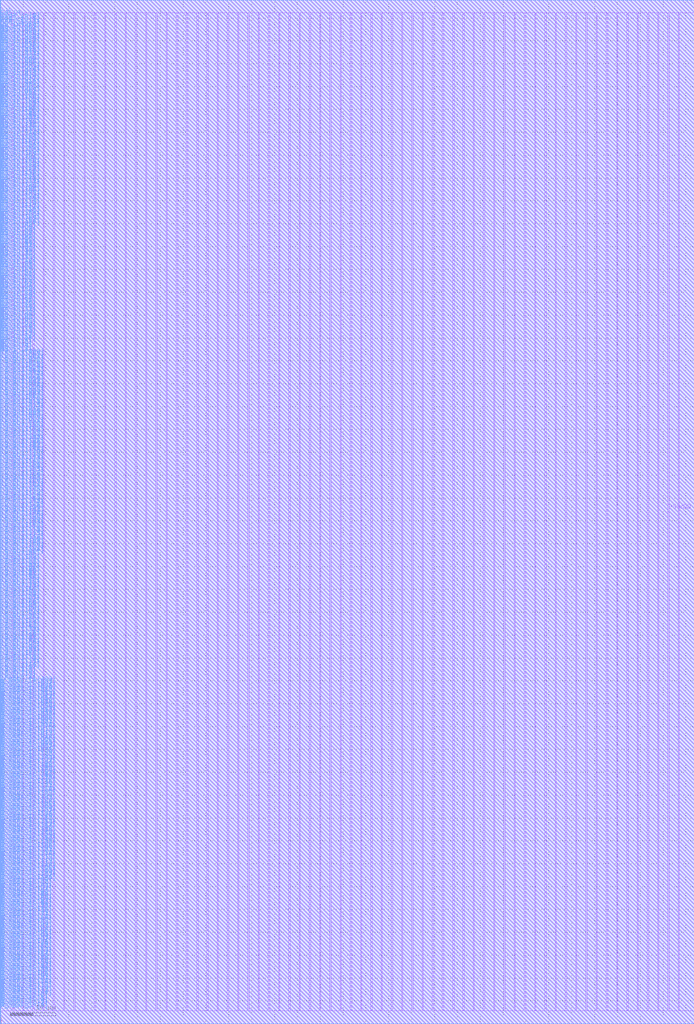
<source format=lef>
VERSION 5.7 ;
BUSBITCHARS "[]" ;
MACRO fakeram45_128x256_bottom
  FOREIGN fakeram45_128x256_bottom 0 0 ;
  SYMMETRY X Y R90 ;
  SIZE 0.19 BY 1.4 ;
  CLASS BLOCK ;
  PIN w_mask_in[0]
    DIRECTION INPUT ;
    USE SIGNAL ;
    SHAPE ABUTMENT ;
    PORT
      LAYER metal3 ;
      RECT 0.000 2.800 0.070 2.870 ;
    END
  END w_mask_in[0]
  PIN w_mask_in[1]
    DIRECTION INPUT ;
    USE SIGNAL ;
    SHAPE ABUTMENT ;
    PORT
      LAYER metal3 ;
      RECT 0.000 3.080 0.070 3.150 ;
    END
  END w_mask_in[1]
  PIN w_mask_in[2]
    DIRECTION INPUT ;
    USE SIGNAL ;
    SHAPE ABUTMENT ;
    PORT
      LAYER metal3 ;
      RECT 0.000 3.360 0.070 3.430 ;
    END
  END w_mask_in[2]
  PIN w_mask_in[3]
    DIRECTION INPUT ;
    USE SIGNAL ;
    SHAPE ABUTMENT ;
    PORT
      LAYER metal3 ;
      RECT 0.000 3.640 0.070 3.710 ;
    END
  END w_mask_in[3]
  PIN w_mask_in[4]
    DIRECTION INPUT ;
    USE SIGNAL ;
    SHAPE ABUTMENT ;
    PORT
      LAYER metal3 ;
      RECT 0.000 3.920 0.070 3.990 ;
    END
  END w_mask_in[4]
  PIN w_mask_in[5]
    DIRECTION INPUT ;
    USE SIGNAL ;
    SHAPE ABUTMENT ;
    PORT
      LAYER metal3 ;
      RECT 0.000 4.200 0.070 4.270 ;
    END
  END w_mask_in[5]
  PIN w_mask_in[6]
    DIRECTION INPUT ;
    USE SIGNAL ;
    SHAPE ABUTMENT ;
    PORT
      LAYER metal3 ;
      RECT 0.000 4.480 0.070 4.550 ;
    END
  END w_mask_in[6]
  PIN w_mask_in[7]
    DIRECTION INPUT ;
    USE SIGNAL ;
    SHAPE ABUTMENT ;
    PORT
      LAYER metal3 ;
      RECT 0.000 4.760 0.070 4.830 ;
    END
  END w_mask_in[7]
  PIN w_mask_in[8]
    DIRECTION INPUT ;
    USE SIGNAL ;
    SHAPE ABUTMENT ;
    PORT
      LAYER metal3 ;
      RECT 0.000 5.040 0.070 5.110 ;
    END
  END w_mask_in[8]
  PIN w_mask_in[9]
    DIRECTION INPUT ;
    USE SIGNAL ;
    SHAPE ABUTMENT ;
    PORT
      LAYER metal3 ;
      RECT 0.000 5.320 0.070 5.390 ;
    END
  END w_mask_in[9]
  PIN w_mask_in[10]
    DIRECTION INPUT ;
    USE SIGNAL ;
    SHAPE ABUTMENT ;
    PORT
      LAYER metal3 ;
      RECT 0.000 5.600 0.070 5.670 ;
    END
  END w_mask_in[10]
  PIN w_mask_in[11]
    DIRECTION INPUT ;
    USE SIGNAL ;
    SHAPE ABUTMENT ;
    PORT
      LAYER metal3 ;
      RECT 0.000 5.880 0.070 5.950 ;
    END
  END w_mask_in[11]
  PIN w_mask_in[12]
    DIRECTION INPUT ;
    USE SIGNAL ;
    SHAPE ABUTMENT ;
    PORT
      LAYER metal3 ;
      RECT 0.000 6.160 0.070 6.230 ;
    END
  END w_mask_in[12]
  PIN w_mask_in[13]
    DIRECTION INPUT ;
    USE SIGNAL ;
    SHAPE ABUTMENT ;
    PORT
      LAYER metal3 ;
      RECT 0.000 6.440 0.070 6.510 ;
    END
  END w_mask_in[13]
  PIN w_mask_in[14]
    DIRECTION INPUT ;
    USE SIGNAL ;
    SHAPE ABUTMENT ;
    PORT
      LAYER metal3 ;
      RECT 0.000 6.720 0.070 6.790 ;
    END
  END w_mask_in[14]
  PIN w_mask_in[15]
    DIRECTION INPUT ;
    USE SIGNAL ;
    SHAPE ABUTMENT ;
    PORT
      LAYER metal3 ;
      RECT 0.000 7.000 0.070 7.070 ;
    END
  END w_mask_in[15]
  PIN w_mask_in[16]
    DIRECTION INPUT ;
    USE SIGNAL ;
    SHAPE ABUTMENT ;
    PORT
      LAYER metal3 ;
      RECT 0.000 7.280 0.070 7.350 ;
    END
  END w_mask_in[16]
  PIN w_mask_in[17]
    DIRECTION INPUT ;
    USE SIGNAL ;
    SHAPE ABUTMENT ;
    PORT
      LAYER metal3 ;
      RECT 0.000 7.560 0.070 7.630 ;
    END
  END w_mask_in[17]
  PIN w_mask_in[18]
    DIRECTION INPUT ;
    USE SIGNAL ;
    SHAPE ABUTMENT ;
    PORT
      LAYER metal3 ;
      RECT 0.000 7.840 0.070 7.910 ;
    END
  END w_mask_in[18]
  PIN w_mask_in[19]
    DIRECTION INPUT ;
    USE SIGNAL ;
    SHAPE ABUTMENT ;
    PORT
      LAYER metal3 ;
      RECT 0.000 8.120 0.070 8.190 ;
    END
  END w_mask_in[19]
  PIN w_mask_in[20]
    DIRECTION INPUT ;
    USE SIGNAL ;
    SHAPE ABUTMENT ;
    PORT
      LAYER metal3 ;
      RECT 0.000 8.400 0.070 8.470 ;
    END
  END w_mask_in[20]
  PIN w_mask_in[21]
    DIRECTION INPUT ;
    USE SIGNAL ;
    SHAPE ABUTMENT ;
    PORT
      LAYER metal3 ;
      RECT 0.000 8.680 0.070 8.750 ;
    END
  END w_mask_in[21]
  PIN w_mask_in[22]
    DIRECTION INPUT ;
    USE SIGNAL ;
    SHAPE ABUTMENT ;
    PORT
      LAYER metal3 ;
      RECT 0.000 8.960 0.070 9.030 ;
    END
  END w_mask_in[22]
  PIN w_mask_in[23]
    DIRECTION INPUT ;
    USE SIGNAL ;
    SHAPE ABUTMENT ;
    PORT
      LAYER metal3 ;
      RECT 0.000 9.240 0.070 9.310 ;
    END
  END w_mask_in[23]
  PIN w_mask_in[24]
    DIRECTION INPUT ;
    USE SIGNAL ;
    SHAPE ABUTMENT ;
    PORT
      LAYER metal3 ;
      RECT 0.000 9.520 0.070 9.590 ;
    END
  END w_mask_in[24]
  PIN w_mask_in[25]
    DIRECTION INPUT ;
    USE SIGNAL ;
    SHAPE ABUTMENT ;
    PORT
      LAYER metal3 ;
      RECT 0.000 9.800 0.070 9.870 ;
    END
  END w_mask_in[25]
  PIN w_mask_in[26]
    DIRECTION INPUT ;
    USE SIGNAL ;
    SHAPE ABUTMENT ;
    PORT
      LAYER metal3 ;
      RECT 0.000 10.080 0.070 10.150 ;
    END
  END w_mask_in[26]
  PIN w_mask_in[27]
    DIRECTION INPUT ;
    USE SIGNAL ;
    SHAPE ABUTMENT ;
    PORT
      LAYER metal3 ;
      RECT 0.000 10.360 0.070 10.430 ;
    END
  END w_mask_in[27]
  PIN w_mask_in[28]
    DIRECTION INPUT ;
    USE SIGNAL ;
    SHAPE ABUTMENT ;
    PORT
      LAYER metal3 ;
      RECT 0.000 10.640 0.070 10.710 ;
    END
  END w_mask_in[28]
  PIN w_mask_in[29]
    DIRECTION INPUT ;
    USE SIGNAL ;
    SHAPE ABUTMENT ;
    PORT
      LAYER metal3 ;
      RECT 0.000 10.920 0.070 10.990 ;
    END
  END w_mask_in[29]
  PIN w_mask_in[30]
    DIRECTION INPUT ;
    USE SIGNAL ;
    SHAPE ABUTMENT ;
    PORT
      LAYER metal3 ;
      RECT 0.000 11.200 0.070 11.270 ;
    END
  END w_mask_in[30]
  PIN w_mask_in[31]
    DIRECTION INPUT ;
    USE SIGNAL ;
    SHAPE ABUTMENT ;
    PORT
      LAYER metal3 ;
      RECT 0.000 11.480 0.070 11.550 ;
    END
  END w_mask_in[31]
  PIN w_mask_in[32]
    DIRECTION INPUT ;
    USE SIGNAL ;
    SHAPE ABUTMENT ;
    PORT
      LAYER metal3 ;
      RECT 0.000 11.760 0.070 11.830 ;
    END
  END w_mask_in[32]
  PIN w_mask_in[33]
    DIRECTION INPUT ;
    USE SIGNAL ;
    SHAPE ABUTMENT ;
    PORT
      LAYER metal3 ;
      RECT 0.000 12.040 0.070 12.110 ;
    END
  END w_mask_in[33]
  PIN w_mask_in[34]
    DIRECTION INPUT ;
    USE SIGNAL ;
    SHAPE ABUTMENT ;
    PORT
      LAYER metal3 ;
      RECT 0.000 12.320 0.070 12.390 ;
    END
  END w_mask_in[34]
  PIN w_mask_in[35]
    DIRECTION INPUT ;
    USE SIGNAL ;
    SHAPE ABUTMENT ;
    PORT
      LAYER metal3 ;
      RECT 0.000 12.600 0.070 12.670 ;
    END
  END w_mask_in[35]
  PIN w_mask_in[36]
    DIRECTION INPUT ;
    USE SIGNAL ;
    SHAPE ABUTMENT ;
    PORT
      LAYER metal3 ;
      RECT 0.000 12.880 0.070 12.950 ;
    END
  END w_mask_in[36]
  PIN w_mask_in[37]
    DIRECTION INPUT ;
    USE SIGNAL ;
    SHAPE ABUTMENT ;
    PORT
      LAYER metal3 ;
      RECT 0.000 13.160 0.070 13.230 ;
    END
  END w_mask_in[37]
  PIN w_mask_in[38]
    DIRECTION INPUT ;
    USE SIGNAL ;
    SHAPE ABUTMENT ;
    PORT
      LAYER metal3 ;
      RECT 0.000 13.440 0.070 13.510 ;
    END
  END w_mask_in[38]
  PIN w_mask_in[39]
    DIRECTION INPUT ;
    USE SIGNAL ;
    SHAPE ABUTMENT ;
    PORT
      LAYER metal3 ;
      RECT 0.000 13.720 0.070 13.790 ;
    END
  END w_mask_in[39]
  PIN w_mask_in[40]
    DIRECTION INPUT ;
    USE SIGNAL ;
    SHAPE ABUTMENT ;
    PORT
      LAYER metal3 ;
      RECT 0.000 14.000 0.070 14.070 ;
    END
  END w_mask_in[40]
  PIN w_mask_in[41]
    DIRECTION INPUT ;
    USE SIGNAL ;
    SHAPE ABUTMENT ;
    PORT
      LAYER metal3 ;
      RECT 0.000 14.280 0.070 14.350 ;
    END
  END w_mask_in[41]
  PIN w_mask_in[42]
    DIRECTION INPUT ;
    USE SIGNAL ;
    SHAPE ABUTMENT ;
    PORT
      LAYER metal3 ;
      RECT 0.000 14.560 0.070 14.630 ;
    END
  END w_mask_in[42]
  PIN w_mask_in[43]
    DIRECTION INPUT ;
    USE SIGNAL ;
    SHAPE ABUTMENT ;
    PORT
      LAYER metal3 ;
      RECT 0.000 14.840 0.070 14.910 ;
    END
  END w_mask_in[43]
  PIN w_mask_in[44]
    DIRECTION INPUT ;
    USE SIGNAL ;
    SHAPE ABUTMENT ;
    PORT
      LAYER metal3 ;
      RECT 0.000 15.120 0.070 15.190 ;
    END
  END w_mask_in[44]
  PIN w_mask_in[45]
    DIRECTION INPUT ;
    USE SIGNAL ;
    SHAPE ABUTMENT ;
    PORT
      LAYER metal3 ;
      RECT 0.000 15.400 0.070 15.470 ;
    END
  END w_mask_in[45]
  PIN w_mask_in[46]
    DIRECTION INPUT ;
    USE SIGNAL ;
    SHAPE ABUTMENT ;
    PORT
      LAYER metal3 ;
      RECT 0.000 15.680 0.070 15.750 ;
    END
  END w_mask_in[46]
  PIN w_mask_in[47]
    DIRECTION INPUT ;
    USE SIGNAL ;
    SHAPE ABUTMENT ;
    PORT
      LAYER metal3 ;
      RECT 0.000 15.960 0.070 16.030 ;
    END
  END w_mask_in[47]
  PIN w_mask_in[48]
    DIRECTION INPUT ;
    USE SIGNAL ;
    SHAPE ABUTMENT ;
    PORT
      LAYER metal3 ;
      RECT 0.000 16.240 0.070 16.310 ;
    END
  END w_mask_in[48]
  PIN w_mask_in[49]
    DIRECTION INPUT ;
    USE SIGNAL ;
    SHAPE ABUTMENT ;
    PORT
      LAYER metal3 ;
      RECT 0.000 16.520 0.070 16.590 ;
    END
  END w_mask_in[49]
  PIN w_mask_in[50]
    DIRECTION INPUT ;
    USE SIGNAL ;
    SHAPE ABUTMENT ;
    PORT
      LAYER metal3 ;
      RECT 0.000 16.800 0.070 16.870 ;
    END
  END w_mask_in[50]
  PIN w_mask_in[51]
    DIRECTION INPUT ;
    USE SIGNAL ;
    SHAPE ABUTMENT ;
    PORT
      LAYER metal3 ;
      RECT 0.000 17.080 0.070 17.150 ;
    END
  END w_mask_in[51]
  PIN w_mask_in[52]
    DIRECTION INPUT ;
    USE SIGNAL ;
    SHAPE ABUTMENT ;
    PORT
      LAYER metal3 ;
      RECT 0.000 17.360 0.070 17.430 ;
    END
  END w_mask_in[52]
  PIN w_mask_in[53]
    DIRECTION INPUT ;
    USE SIGNAL ;
    SHAPE ABUTMENT ;
    PORT
      LAYER metal3 ;
      RECT 0.000 17.640 0.070 17.710 ;
    END
  END w_mask_in[53]
  PIN w_mask_in[54]
    DIRECTION INPUT ;
    USE SIGNAL ;
    SHAPE ABUTMENT ;
    PORT
      LAYER metal3 ;
      RECT 0.000 17.920 0.070 17.990 ;
    END
  END w_mask_in[54]
  PIN w_mask_in[55]
    DIRECTION INPUT ;
    USE SIGNAL ;
    SHAPE ABUTMENT ;
    PORT
      LAYER metal3 ;
      RECT 0.000 18.200 0.070 18.270 ;
    END
  END w_mask_in[55]
  PIN w_mask_in[56]
    DIRECTION INPUT ;
    USE SIGNAL ;
    SHAPE ABUTMENT ;
    PORT
      LAYER metal3 ;
      RECT 0.000 18.480 0.070 18.550 ;
    END
  END w_mask_in[56]
  PIN w_mask_in[57]
    DIRECTION INPUT ;
    USE SIGNAL ;
    SHAPE ABUTMENT ;
    PORT
      LAYER metal3 ;
      RECT 0.000 18.760 0.070 18.830 ;
    END
  END w_mask_in[57]
  PIN w_mask_in[58]
    DIRECTION INPUT ;
    USE SIGNAL ;
    SHAPE ABUTMENT ;
    PORT
      LAYER metal3 ;
      RECT 0.000 19.040 0.070 19.110 ;
    END
  END w_mask_in[58]
  PIN w_mask_in[59]
    DIRECTION INPUT ;
    USE SIGNAL ;
    SHAPE ABUTMENT ;
    PORT
      LAYER metal3 ;
      RECT 0.000 19.320 0.070 19.390 ;
    END
  END w_mask_in[59]
  PIN w_mask_in[60]
    DIRECTION INPUT ;
    USE SIGNAL ;
    SHAPE ABUTMENT ;
    PORT
      LAYER metal3 ;
      RECT 0.000 19.600 0.070 19.670 ;
    END
  END w_mask_in[60]
  PIN w_mask_in[61]
    DIRECTION INPUT ;
    USE SIGNAL ;
    SHAPE ABUTMENT ;
    PORT
      LAYER metal3 ;
      RECT 0.000 19.880 0.070 19.950 ;
    END
  END w_mask_in[61]
  PIN w_mask_in[62]
    DIRECTION INPUT ;
    USE SIGNAL ;
    SHAPE ABUTMENT ;
    PORT
      LAYER metal3 ;
      RECT 0.000 20.160 0.070 20.230 ;
    END
  END w_mask_in[62]
  PIN w_mask_in[63]
    DIRECTION INPUT ;
    USE SIGNAL ;
    SHAPE ABUTMENT ;
    PORT
      LAYER metal3 ;
      RECT 0.000 20.440 0.070 20.510 ;
    END
  END w_mask_in[63]
  PIN w_mask_in[64]
    DIRECTION INPUT ;
    USE SIGNAL ;
    SHAPE ABUTMENT ;
    PORT
      LAYER metal3 ;
      RECT 0.000 20.720 0.070 20.790 ;
    END
  END w_mask_in[64]
  PIN w_mask_in[65]
    DIRECTION INPUT ;
    USE SIGNAL ;
    SHAPE ABUTMENT ;
    PORT
      LAYER metal3 ;
      RECT 0.000 21.000 0.070 21.070 ;
    END
  END w_mask_in[65]
  PIN w_mask_in[66]
    DIRECTION INPUT ;
    USE SIGNAL ;
    SHAPE ABUTMENT ;
    PORT
      LAYER metal3 ;
      RECT 0.000 21.280 0.070 21.350 ;
    END
  END w_mask_in[66]
  PIN w_mask_in[67]
    DIRECTION INPUT ;
    USE SIGNAL ;
    SHAPE ABUTMENT ;
    PORT
      LAYER metal3 ;
      RECT 0.000 21.560 0.070 21.630 ;
    END
  END w_mask_in[67]
  PIN w_mask_in[68]
    DIRECTION INPUT ;
    USE SIGNAL ;
    SHAPE ABUTMENT ;
    PORT
      LAYER metal3 ;
      RECT 0.000 21.840 0.070 21.910 ;
    END
  END w_mask_in[68]
  PIN w_mask_in[69]
    DIRECTION INPUT ;
    USE SIGNAL ;
    SHAPE ABUTMENT ;
    PORT
      LAYER metal3 ;
      RECT 0.000 22.120 0.070 22.190 ;
    END
  END w_mask_in[69]
  PIN w_mask_in[70]
    DIRECTION INPUT ;
    USE SIGNAL ;
    SHAPE ABUTMENT ;
    PORT
      LAYER metal3 ;
      RECT 0.000 22.400 0.070 22.470 ;
    END
  END w_mask_in[70]
  PIN w_mask_in[71]
    DIRECTION INPUT ;
    USE SIGNAL ;
    SHAPE ABUTMENT ;
    PORT
      LAYER metal3 ;
      RECT 0.000 22.680 0.070 22.750 ;
    END
  END w_mask_in[71]
  PIN w_mask_in[72]
    DIRECTION INPUT ;
    USE SIGNAL ;
    SHAPE ABUTMENT ;
    PORT
      LAYER metal3 ;
      RECT 0.000 22.960 0.070 23.030 ;
    END
  END w_mask_in[72]
  PIN w_mask_in[73]
    DIRECTION INPUT ;
    USE SIGNAL ;
    SHAPE ABUTMENT ;
    PORT
      LAYER metal3 ;
      RECT 0.000 23.240 0.070 23.310 ;
    END
  END w_mask_in[73]
  PIN w_mask_in[74]
    DIRECTION INPUT ;
    USE SIGNAL ;
    SHAPE ABUTMENT ;
    PORT
      LAYER metal3 ;
      RECT 0.000 23.520 0.070 23.590 ;
    END
  END w_mask_in[74]
  PIN w_mask_in[75]
    DIRECTION INPUT ;
    USE SIGNAL ;
    SHAPE ABUTMENT ;
    PORT
      LAYER metal3 ;
      RECT 0.000 23.800 0.070 23.870 ;
    END
  END w_mask_in[75]
  PIN w_mask_in[76]
    DIRECTION INPUT ;
    USE SIGNAL ;
    SHAPE ABUTMENT ;
    PORT
      LAYER metal3 ;
      RECT 0.000 24.080 0.070 24.150 ;
    END
  END w_mask_in[76]
  PIN w_mask_in[77]
    DIRECTION INPUT ;
    USE SIGNAL ;
    SHAPE ABUTMENT ;
    PORT
      LAYER metal3 ;
      RECT 0.000 24.360 0.070 24.430 ;
    END
  END w_mask_in[77]
  PIN w_mask_in[78]
    DIRECTION INPUT ;
    USE SIGNAL ;
    SHAPE ABUTMENT ;
    PORT
      LAYER metal3 ;
      RECT 0.000 24.640 0.070 24.710 ;
    END
  END w_mask_in[78]
  PIN w_mask_in[79]
    DIRECTION INPUT ;
    USE SIGNAL ;
    SHAPE ABUTMENT ;
    PORT
      LAYER metal3 ;
      RECT 0.000 24.920 0.070 24.990 ;
    END
  END w_mask_in[79]
  PIN w_mask_in[80]
    DIRECTION INPUT ;
    USE SIGNAL ;
    SHAPE ABUTMENT ;
    PORT
      LAYER metal3 ;
      RECT 0.000 25.200 0.070 25.270 ;
    END
  END w_mask_in[80]
  PIN w_mask_in[81]
    DIRECTION INPUT ;
    USE SIGNAL ;
    SHAPE ABUTMENT ;
    PORT
      LAYER metal3 ;
      RECT 0.000 25.480 0.070 25.550 ;
    END
  END w_mask_in[81]
  PIN w_mask_in[82]
    DIRECTION INPUT ;
    USE SIGNAL ;
    SHAPE ABUTMENT ;
    PORT
      LAYER metal3 ;
      RECT 0.000 25.760 0.070 25.830 ;
    END
  END w_mask_in[82]
  PIN w_mask_in[83]
    DIRECTION INPUT ;
    USE SIGNAL ;
    SHAPE ABUTMENT ;
    PORT
      LAYER metal3 ;
      RECT 0.000 26.040 0.070 26.110 ;
    END
  END w_mask_in[83]
  PIN w_mask_in[84]
    DIRECTION INPUT ;
    USE SIGNAL ;
    SHAPE ABUTMENT ;
    PORT
      LAYER metal3 ;
      RECT 0.000 26.320 0.070 26.390 ;
    END
  END w_mask_in[84]
  PIN w_mask_in[85]
    DIRECTION INPUT ;
    USE SIGNAL ;
    SHAPE ABUTMENT ;
    PORT
      LAYER metal3 ;
      RECT 0.000 26.600 0.070 26.670 ;
    END
  END w_mask_in[85]
  PIN w_mask_in[86]
    DIRECTION INPUT ;
    USE SIGNAL ;
    SHAPE ABUTMENT ;
    PORT
      LAYER metal3 ;
      RECT 0.000 26.880 0.070 26.950 ;
    END
  END w_mask_in[86]
  PIN w_mask_in[87]
    DIRECTION INPUT ;
    USE SIGNAL ;
    SHAPE ABUTMENT ;
    PORT
      LAYER metal3 ;
      RECT 0.000 27.160 0.070 27.230 ;
    END
  END w_mask_in[87]
  PIN w_mask_in[88]
    DIRECTION INPUT ;
    USE SIGNAL ;
    SHAPE ABUTMENT ;
    PORT
      LAYER metal3 ;
      RECT 0.000 27.440 0.070 27.510 ;
    END
  END w_mask_in[88]
  PIN w_mask_in[89]
    DIRECTION INPUT ;
    USE SIGNAL ;
    SHAPE ABUTMENT ;
    PORT
      LAYER metal3 ;
      RECT 0.000 27.720 0.070 27.790 ;
    END
  END w_mask_in[89]
  PIN w_mask_in[90]
    DIRECTION INPUT ;
    USE SIGNAL ;
    SHAPE ABUTMENT ;
    PORT
      LAYER metal3 ;
      RECT 0.000 28.000 0.070 28.070 ;
    END
  END w_mask_in[90]
  PIN w_mask_in[91]
    DIRECTION INPUT ;
    USE SIGNAL ;
    SHAPE ABUTMENT ;
    PORT
      LAYER metal3 ;
      RECT 0.000 28.280 0.070 28.350 ;
    END
  END w_mask_in[91]
  PIN w_mask_in[92]
    DIRECTION INPUT ;
    USE SIGNAL ;
    SHAPE ABUTMENT ;
    PORT
      LAYER metal3 ;
      RECT 0.000 28.560 0.070 28.630 ;
    END
  END w_mask_in[92]
  PIN w_mask_in[93]
    DIRECTION INPUT ;
    USE SIGNAL ;
    SHAPE ABUTMENT ;
    PORT
      LAYER metal3 ;
      RECT 0.000 28.840 0.070 28.910 ;
    END
  END w_mask_in[93]
  PIN w_mask_in[94]
    DIRECTION INPUT ;
    USE SIGNAL ;
    SHAPE ABUTMENT ;
    PORT
      LAYER metal3 ;
      RECT 0.000 29.120 0.070 29.190 ;
    END
  END w_mask_in[94]
  PIN w_mask_in[95]
    DIRECTION INPUT ;
    USE SIGNAL ;
    SHAPE ABUTMENT ;
    PORT
      LAYER metal3 ;
      RECT 0.000 29.400 0.070 29.470 ;
    END
  END w_mask_in[95]
  PIN w_mask_in[96]
    DIRECTION INPUT ;
    USE SIGNAL ;
    SHAPE ABUTMENT ;
    PORT
      LAYER metal3 ;
      RECT 0.000 29.680 0.070 29.750 ;
    END
  END w_mask_in[96]
  PIN w_mask_in[97]
    DIRECTION INPUT ;
    USE SIGNAL ;
    SHAPE ABUTMENT ;
    PORT
      LAYER metal3 ;
      RECT 0.000 29.960 0.070 30.030 ;
    END
  END w_mask_in[97]
  PIN w_mask_in[98]
    DIRECTION INPUT ;
    USE SIGNAL ;
    SHAPE ABUTMENT ;
    PORT
      LAYER metal3 ;
      RECT 0.000 30.240 0.070 30.310 ;
    END
  END w_mask_in[98]
  PIN w_mask_in[99]
    DIRECTION INPUT ;
    USE SIGNAL ;
    SHAPE ABUTMENT ;
    PORT
      LAYER metal3 ;
      RECT 0.000 30.520 0.070 30.590 ;
    END
  END w_mask_in[99]
  PIN w_mask_in[100]
    DIRECTION INPUT ;
    USE SIGNAL ;
    SHAPE ABUTMENT ;
    PORT
      LAYER metal3 ;
      RECT 0.000 30.800 0.070 30.870 ;
    END
  END w_mask_in[100]
  PIN w_mask_in[101]
    DIRECTION INPUT ;
    USE SIGNAL ;
    SHAPE ABUTMENT ;
    PORT
      LAYER metal3 ;
      RECT 0.000 31.080 0.070 31.150 ;
    END
  END w_mask_in[101]
  PIN w_mask_in[102]
    DIRECTION INPUT ;
    USE SIGNAL ;
    SHAPE ABUTMENT ;
    PORT
      LAYER metal3 ;
      RECT 0.000 31.360 0.070 31.430 ;
    END
  END w_mask_in[102]
  PIN w_mask_in[103]
    DIRECTION INPUT ;
    USE SIGNAL ;
    SHAPE ABUTMENT ;
    PORT
      LAYER metal3 ;
      RECT 0.000 31.640 0.070 31.710 ;
    END
  END w_mask_in[103]
  PIN w_mask_in[104]
    DIRECTION INPUT ;
    USE SIGNAL ;
    SHAPE ABUTMENT ;
    PORT
      LAYER metal3 ;
      RECT 0.000 31.920 0.070 31.990 ;
    END
  END w_mask_in[104]
  PIN w_mask_in[105]
    DIRECTION INPUT ;
    USE SIGNAL ;
    SHAPE ABUTMENT ;
    PORT
      LAYER metal3 ;
      RECT 0.000 32.200 0.070 32.270 ;
    END
  END w_mask_in[105]
  PIN w_mask_in[106]
    DIRECTION INPUT ;
    USE SIGNAL ;
    SHAPE ABUTMENT ;
    PORT
      LAYER metal3 ;
      RECT 0.000 32.480 0.070 32.550 ;
    END
  END w_mask_in[106]
  PIN w_mask_in[107]
    DIRECTION INPUT ;
    USE SIGNAL ;
    SHAPE ABUTMENT ;
    PORT
      LAYER metal3 ;
      RECT 0.000 32.760 0.070 32.830 ;
    END
  END w_mask_in[107]
  PIN w_mask_in[108]
    DIRECTION INPUT ;
    USE SIGNAL ;
    SHAPE ABUTMENT ;
    PORT
      LAYER metal3 ;
      RECT 0.000 33.040 0.070 33.110 ;
    END
  END w_mask_in[108]
  PIN w_mask_in[109]
    DIRECTION INPUT ;
    USE SIGNAL ;
    SHAPE ABUTMENT ;
    PORT
      LAYER metal3 ;
      RECT 0.000 33.320 0.070 33.390 ;
    END
  END w_mask_in[109]
  PIN w_mask_in[110]
    DIRECTION INPUT ;
    USE SIGNAL ;
    SHAPE ABUTMENT ;
    PORT
      LAYER metal3 ;
      RECT 0.000 33.600 0.070 33.670 ;
    END
  END w_mask_in[110]
  PIN w_mask_in[111]
    DIRECTION INPUT ;
    USE SIGNAL ;
    SHAPE ABUTMENT ;
    PORT
      LAYER metal3 ;
      RECT 0.000 33.880 0.070 33.950 ;
    END
  END w_mask_in[111]
  PIN w_mask_in[112]
    DIRECTION INPUT ;
    USE SIGNAL ;
    SHAPE ABUTMENT ;
    PORT
      LAYER metal3 ;
      RECT 0.000 34.160 0.070 34.230 ;
    END
  END w_mask_in[112]
  PIN w_mask_in[113]
    DIRECTION INPUT ;
    USE SIGNAL ;
    SHAPE ABUTMENT ;
    PORT
      LAYER metal3 ;
      RECT 0.000 34.440 0.070 34.510 ;
    END
  END w_mask_in[113]
  PIN w_mask_in[114]
    DIRECTION INPUT ;
    USE SIGNAL ;
    SHAPE ABUTMENT ;
    PORT
      LAYER metal3 ;
      RECT 0.000 34.720 0.070 34.790 ;
    END
  END w_mask_in[114]
  PIN w_mask_in[115]
    DIRECTION INPUT ;
    USE SIGNAL ;
    SHAPE ABUTMENT ;
    PORT
      LAYER metal3 ;
      RECT 0.000 35.000 0.070 35.070 ;
    END
  END w_mask_in[115]
  PIN w_mask_in[116]
    DIRECTION INPUT ;
    USE SIGNAL ;
    SHAPE ABUTMENT ;
    PORT
      LAYER metal3 ;
      RECT 0.000 35.280 0.070 35.350 ;
    END
  END w_mask_in[116]
  PIN w_mask_in[117]
    DIRECTION INPUT ;
    USE SIGNAL ;
    SHAPE ABUTMENT ;
    PORT
      LAYER metal3 ;
      RECT 0.000 35.560 0.070 35.630 ;
    END
  END w_mask_in[117]
  PIN w_mask_in[118]
    DIRECTION INPUT ;
    USE SIGNAL ;
    SHAPE ABUTMENT ;
    PORT
      LAYER metal3 ;
      RECT 0.000 35.840 0.070 35.910 ;
    END
  END w_mask_in[118]
  PIN w_mask_in[119]
    DIRECTION INPUT ;
    USE SIGNAL ;
    SHAPE ABUTMENT ;
    PORT
      LAYER metal3 ;
      RECT 0.000 36.120 0.070 36.190 ;
    END
  END w_mask_in[119]
  PIN w_mask_in[120]
    DIRECTION INPUT ;
    USE SIGNAL ;
    SHAPE ABUTMENT ;
    PORT
      LAYER metal3 ;
      RECT 0.000 36.400 0.070 36.470 ;
    END
  END w_mask_in[120]
  PIN w_mask_in[121]
    DIRECTION INPUT ;
    USE SIGNAL ;
    SHAPE ABUTMENT ;
    PORT
      LAYER metal3 ;
      RECT 0.000 36.680 0.070 36.750 ;
    END
  END w_mask_in[121]
  PIN w_mask_in[122]
    DIRECTION INPUT ;
    USE SIGNAL ;
    SHAPE ABUTMENT ;
    PORT
      LAYER metal3 ;
      RECT 0.000 36.960 0.070 37.030 ;
    END
  END w_mask_in[122]
  PIN w_mask_in[123]
    DIRECTION INPUT ;
    USE SIGNAL ;
    SHAPE ABUTMENT ;
    PORT
      LAYER metal3 ;
      RECT 0.000 37.240 0.070 37.310 ;
    END
  END w_mask_in[123]
  PIN w_mask_in[124]
    DIRECTION INPUT ;
    USE SIGNAL ;
    SHAPE ABUTMENT ;
    PORT
      LAYER metal3 ;
      RECT 0.000 37.520 0.070 37.590 ;
    END
  END w_mask_in[124]
  PIN w_mask_in[125]
    DIRECTION INPUT ;
    USE SIGNAL ;
    SHAPE ABUTMENT ;
    PORT
      LAYER metal3 ;
      RECT 0.000 37.800 0.070 37.870 ;
    END
  END w_mask_in[125]
  PIN w_mask_in[126]
    DIRECTION INPUT ;
    USE SIGNAL ;
    SHAPE ABUTMENT ;
    PORT
      LAYER metal3 ;
      RECT 0.000 38.080 0.070 38.150 ;
    END
  END w_mask_in[126]
  PIN w_mask_in[127]
    DIRECTION INPUT ;
    USE SIGNAL ;
    SHAPE ABUTMENT ;
    PORT
      LAYER metal3 ;
      RECT 0.000 38.360 0.070 38.430 ;
    END
  END w_mask_in[127]
  PIN w_mask_in[128]
    DIRECTION INPUT ;
    USE SIGNAL ;
    SHAPE ABUTMENT ;
    PORT
      LAYER metal3 ;
      RECT 0.000 38.640 0.070 38.710 ;
    END
  END w_mask_in[128]
  PIN w_mask_in[129]
    DIRECTION INPUT ;
    USE SIGNAL ;
    SHAPE ABUTMENT ;
    PORT
      LAYER metal3 ;
      RECT 0.000 38.920 0.070 38.990 ;
    END
  END w_mask_in[129]
  PIN w_mask_in[130]
    DIRECTION INPUT ;
    USE SIGNAL ;
    SHAPE ABUTMENT ;
    PORT
      LAYER metal3 ;
      RECT 0.000 39.200 0.070 39.270 ;
    END
  END w_mask_in[130]
  PIN w_mask_in[131]
    DIRECTION INPUT ;
    USE SIGNAL ;
    SHAPE ABUTMENT ;
    PORT
      LAYER metal3 ;
      RECT 0.000 39.480 0.070 39.550 ;
    END
  END w_mask_in[131]
  PIN w_mask_in[132]
    DIRECTION INPUT ;
    USE SIGNAL ;
    SHAPE ABUTMENT ;
    PORT
      LAYER metal3 ;
      RECT 0.000 39.760 0.070 39.830 ;
    END
  END w_mask_in[132]
  PIN w_mask_in[133]
    DIRECTION INPUT ;
    USE SIGNAL ;
    SHAPE ABUTMENT ;
    PORT
      LAYER metal3 ;
      RECT 0.000 40.040 0.070 40.110 ;
    END
  END w_mask_in[133]
  PIN w_mask_in[134]
    DIRECTION INPUT ;
    USE SIGNAL ;
    SHAPE ABUTMENT ;
    PORT
      LAYER metal3 ;
      RECT 0.000 40.320 0.070 40.390 ;
    END
  END w_mask_in[134]
  PIN w_mask_in[135]
    DIRECTION INPUT ;
    USE SIGNAL ;
    SHAPE ABUTMENT ;
    PORT
      LAYER metal3 ;
      RECT 0.000 40.600 0.070 40.670 ;
    END
  END w_mask_in[135]
  PIN w_mask_in[136]
    DIRECTION INPUT ;
    USE SIGNAL ;
    SHAPE ABUTMENT ;
    PORT
      LAYER metal3 ;
      RECT 0.000 40.880 0.070 40.950 ;
    END
  END w_mask_in[136]
  PIN w_mask_in[137]
    DIRECTION INPUT ;
    USE SIGNAL ;
    SHAPE ABUTMENT ;
    PORT
      LAYER metal3 ;
      RECT 0.000 41.160 0.070 41.230 ;
    END
  END w_mask_in[137]
  PIN w_mask_in[138]
    DIRECTION INPUT ;
    USE SIGNAL ;
    SHAPE ABUTMENT ;
    PORT
      LAYER metal3 ;
      RECT 0.000 41.440 0.070 41.510 ;
    END
  END w_mask_in[138]
  PIN w_mask_in[139]
    DIRECTION INPUT ;
    USE SIGNAL ;
    SHAPE ABUTMENT ;
    PORT
      LAYER metal3 ;
      RECT 0.000 41.720 0.070 41.790 ;
    END
  END w_mask_in[139]
  PIN w_mask_in[140]
    DIRECTION INPUT ;
    USE SIGNAL ;
    SHAPE ABUTMENT ;
    PORT
      LAYER metal3 ;
      RECT 0.000 42.000 0.070 42.070 ;
    END
  END w_mask_in[140]
  PIN w_mask_in[141]
    DIRECTION INPUT ;
    USE SIGNAL ;
    SHAPE ABUTMENT ;
    PORT
      LAYER metal3 ;
      RECT 0.000 42.280 0.070 42.350 ;
    END
  END w_mask_in[141]
  PIN w_mask_in[142]
    DIRECTION INPUT ;
    USE SIGNAL ;
    SHAPE ABUTMENT ;
    PORT
      LAYER metal3 ;
      RECT 0.000 42.560 0.070 42.630 ;
    END
  END w_mask_in[142]
  PIN w_mask_in[143]
    DIRECTION INPUT ;
    USE SIGNAL ;
    SHAPE ABUTMENT ;
    PORT
      LAYER metal3 ;
      RECT 0.000 42.840 0.070 42.910 ;
    END
  END w_mask_in[143]
  PIN w_mask_in[144]
    DIRECTION INPUT ;
    USE SIGNAL ;
    SHAPE ABUTMENT ;
    PORT
      LAYER metal3 ;
      RECT 0.000 43.120 0.070 43.190 ;
    END
  END w_mask_in[144]
  PIN w_mask_in[145]
    DIRECTION INPUT ;
    USE SIGNAL ;
    SHAPE ABUTMENT ;
    PORT
      LAYER metal3 ;
      RECT 0.000 43.400 0.070 43.470 ;
    END
  END w_mask_in[145]
  PIN w_mask_in[146]
    DIRECTION INPUT ;
    USE SIGNAL ;
    SHAPE ABUTMENT ;
    PORT
      LAYER metal3 ;
      RECT 0.000 43.680 0.070 43.750 ;
    END
  END w_mask_in[146]
  PIN w_mask_in[147]
    DIRECTION INPUT ;
    USE SIGNAL ;
    SHAPE ABUTMENT ;
    PORT
      LAYER metal3 ;
      RECT 0.000 43.960 0.070 44.030 ;
    END
  END w_mask_in[147]
  PIN w_mask_in[148]
    DIRECTION INPUT ;
    USE SIGNAL ;
    SHAPE ABUTMENT ;
    PORT
      LAYER metal3 ;
      RECT 0.000 44.240 0.070 44.310 ;
    END
  END w_mask_in[148]
  PIN w_mask_in[149]
    DIRECTION INPUT ;
    USE SIGNAL ;
    SHAPE ABUTMENT ;
    PORT
      LAYER metal3 ;
      RECT 0.000 44.520 0.070 44.590 ;
    END
  END w_mask_in[149]
  PIN w_mask_in[150]
    DIRECTION INPUT ;
    USE SIGNAL ;
    SHAPE ABUTMENT ;
    PORT
      LAYER metal3 ;
      RECT 0.000 44.800 0.070 44.870 ;
    END
  END w_mask_in[150]
  PIN w_mask_in[151]
    DIRECTION INPUT ;
    USE SIGNAL ;
    SHAPE ABUTMENT ;
    PORT
      LAYER metal3 ;
      RECT 0.000 45.080 0.070 45.150 ;
    END
  END w_mask_in[151]
  PIN w_mask_in[152]
    DIRECTION INPUT ;
    USE SIGNAL ;
    SHAPE ABUTMENT ;
    PORT
      LAYER metal3 ;
      RECT 0.000 45.360 0.070 45.430 ;
    END
  END w_mask_in[152]
  PIN w_mask_in[153]
    DIRECTION INPUT ;
    USE SIGNAL ;
    SHAPE ABUTMENT ;
    PORT
      LAYER metal3 ;
      RECT 0.000 45.640 0.070 45.710 ;
    END
  END w_mask_in[153]
  PIN w_mask_in[154]
    DIRECTION INPUT ;
    USE SIGNAL ;
    SHAPE ABUTMENT ;
    PORT
      LAYER metal3 ;
      RECT 0.000 45.920 0.070 45.990 ;
    END
  END w_mask_in[154]
  PIN w_mask_in[155]
    DIRECTION INPUT ;
    USE SIGNAL ;
    SHAPE ABUTMENT ;
    PORT
      LAYER metal3 ;
      RECT 0.000 46.200 0.070 46.270 ;
    END
  END w_mask_in[155]
  PIN w_mask_in[156]
    DIRECTION INPUT ;
    USE SIGNAL ;
    SHAPE ABUTMENT ;
    PORT
      LAYER metal3 ;
      RECT 0.000 46.480 0.070 46.550 ;
    END
  END w_mask_in[156]
  PIN w_mask_in[157]
    DIRECTION INPUT ;
    USE SIGNAL ;
    SHAPE ABUTMENT ;
    PORT
      LAYER metal3 ;
      RECT 0.000 46.760 0.070 46.830 ;
    END
  END w_mask_in[157]
  PIN w_mask_in[158]
    DIRECTION INPUT ;
    USE SIGNAL ;
    SHAPE ABUTMENT ;
    PORT
      LAYER metal3 ;
      RECT 0.000 47.040 0.070 47.110 ;
    END
  END w_mask_in[158]
  PIN w_mask_in[159]
    DIRECTION INPUT ;
    USE SIGNAL ;
    SHAPE ABUTMENT ;
    PORT
      LAYER metal3 ;
      RECT 0.000 47.320 0.070 47.390 ;
    END
  END w_mask_in[159]
  PIN w_mask_in[160]
    DIRECTION INPUT ;
    USE SIGNAL ;
    SHAPE ABUTMENT ;
    PORT
      LAYER metal3 ;
      RECT 0.000 47.600 0.070 47.670 ;
    END
  END w_mask_in[160]
  PIN w_mask_in[161]
    DIRECTION INPUT ;
    USE SIGNAL ;
    SHAPE ABUTMENT ;
    PORT
      LAYER metal3 ;
      RECT 0.000 47.880 0.070 47.950 ;
    END
  END w_mask_in[161]
  PIN w_mask_in[162]
    DIRECTION INPUT ;
    USE SIGNAL ;
    SHAPE ABUTMENT ;
    PORT
      LAYER metal3 ;
      RECT 0.000 48.160 0.070 48.230 ;
    END
  END w_mask_in[162]
  PIN w_mask_in[163]
    DIRECTION INPUT ;
    USE SIGNAL ;
    SHAPE ABUTMENT ;
    PORT
      LAYER metal3 ;
      RECT 0.000 48.440 0.070 48.510 ;
    END
  END w_mask_in[163]
  PIN w_mask_in[164]
    DIRECTION INPUT ;
    USE SIGNAL ;
    SHAPE ABUTMENT ;
    PORT
      LAYER metal3 ;
      RECT 0.000 48.720 0.070 48.790 ;
    END
  END w_mask_in[164]
  PIN w_mask_in[165]
    DIRECTION INPUT ;
    USE SIGNAL ;
    SHAPE ABUTMENT ;
    PORT
      LAYER metal3 ;
      RECT 0.000 49.000 0.070 49.070 ;
    END
  END w_mask_in[165]
  PIN w_mask_in[166]
    DIRECTION INPUT ;
    USE SIGNAL ;
    SHAPE ABUTMENT ;
    PORT
      LAYER metal3 ;
      RECT 0.000 49.280 0.070 49.350 ;
    END
  END w_mask_in[166]
  PIN w_mask_in[167]
    DIRECTION INPUT ;
    USE SIGNAL ;
    SHAPE ABUTMENT ;
    PORT
      LAYER metal3 ;
      RECT 0.000 49.560 0.070 49.630 ;
    END
  END w_mask_in[167]
  PIN w_mask_in[168]
    DIRECTION INPUT ;
    USE SIGNAL ;
    SHAPE ABUTMENT ;
    PORT
      LAYER metal3 ;
      RECT 0.000 49.840 0.070 49.910 ;
    END
  END w_mask_in[168]
  PIN w_mask_in[169]
    DIRECTION INPUT ;
    USE SIGNAL ;
    SHAPE ABUTMENT ;
    PORT
      LAYER metal3 ;
      RECT 0.000 50.120 0.070 50.190 ;
    END
  END w_mask_in[169]
  PIN w_mask_in[170]
    DIRECTION INPUT ;
    USE SIGNAL ;
    SHAPE ABUTMENT ;
    PORT
      LAYER metal3 ;
      RECT 0.000 50.400 0.070 50.470 ;
    END
  END w_mask_in[170]
  PIN w_mask_in[171]
    DIRECTION INPUT ;
    USE SIGNAL ;
    SHAPE ABUTMENT ;
    PORT
      LAYER metal3 ;
      RECT 0.000 50.680 0.070 50.750 ;
    END
  END w_mask_in[171]
  PIN w_mask_in[172]
    DIRECTION INPUT ;
    USE SIGNAL ;
    SHAPE ABUTMENT ;
    PORT
      LAYER metal3 ;
      RECT 0.000 50.960 0.070 51.030 ;
    END
  END w_mask_in[172]
  PIN w_mask_in[173]
    DIRECTION INPUT ;
    USE SIGNAL ;
    SHAPE ABUTMENT ;
    PORT
      LAYER metal3 ;
      RECT 0.000 51.240 0.070 51.310 ;
    END
  END w_mask_in[173]
  PIN w_mask_in[174]
    DIRECTION INPUT ;
    USE SIGNAL ;
    SHAPE ABUTMENT ;
    PORT
      LAYER metal3 ;
      RECT 0.000 51.520 0.070 51.590 ;
    END
  END w_mask_in[174]
  PIN w_mask_in[175]
    DIRECTION INPUT ;
    USE SIGNAL ;
    SHAPE ABUTMENT ;
    PORT
      LAYER metal3 ;
      RECT 0.000 51.800 0.070 51.870 ;
    END
  END w_mask_in[175]
  PIN w_mask_in[176]
    DIRECTION INPUT ;
    USE SIGNAL ;
    SHAPE ABUTMENT ;
    PORT
      LAYER metal3 ;
      RECT 0.000 52.080 0.070 52.150 ;
    END
  END w_mask_in[176]
  PIN w_mask_in[177]
    DIRECTION INPUT ;
    USE SIGNAL ;
    SHAPE ABUTMENT ;
    PORT
      LAYER metal3 ;
      RECT 0.000 52.360 0.070 52.430 ;
    END
  END w_mask_in[177]
  PIN w_mask_in[178]
    DIRECTION INPUT ;
    USE SIGNAL ;
    SHAPE ABUTMENT ;
    PORT
      LAYER metal3 ;
      RECT 0.000 52.640 0.070 52.710 ;
    END
  END w_mask_in[178]
  PIN w_mask_in[179]
    DIRECTION INPUT ;
    USE SIGNAL ;
    SHAPE ABUTMENT ;
    PORT
      LAYER metal3 ;
      RECT 0.000 52.920 0.070 52.990 ;
    END
  END w_mask_in[179]
  PIN w_mask_in[180]
    DIRECTION INPUT ;
    USE SIGNAL ;
    SHAPE ABUTMENT ;
    PORT
      LAYER metal3 ;
      RECT 0.000 53.200 0.070 53.270 ;
    END
  END w_mask_in[180]
  PIN w_mask_in[181]
    DIRECTION INPUT ;
    USE SIGNAL ;
    SHAPE ABUTMENT ;
    PORT
      LAYER metal3 ;
      RECT 0.000 53.480 0.070 53.550 ;
    END
  END w_mask_in[181]
  PIN w_mask_in[182]
    DIRECTION INPUT ;
    USE SIGNAL ;
    SHAPE ABUTMENT ;
    PORT
      LAYER metal3 ;
      RECT 0.000 53.760 0.070 53.830 ;
    END
  END w_mask_in[182]
  PIN w_mask_in[183]
    DIRECTION INPUT ;
    USE SIGNAL ;
    SHAPE ABUTMENT ;
    PORT
      LAYER metal3 ;
      RECT 0.000 54.040 0.070 54.110 ;
    END
  END w_mask_in[183]
  PIN w_mask_in[184]
    DIRECTION INPUT ;
    USE SIGNAL ;
    SHAPE ABUTMENT ;
    PORT
      LAYER metal3 ;
      RECT 0.000 54.320 0.070 54.390 ;
    END
  END w_mask_in[184]
  PIN w_mask_in[185]
    DIRECTION INPUT ;
    USE SIGNAL ;
    SHAPE ABUTMENT ;
    PORT
      LAYER metal3 ;
      RECT 0.000 54.600 0.070 54.670 ;
    END
  END w_mask_in[185]
  PIN w_mask_in[186]
    DIRECTION INPUT ;
    USE SIGNAL ;
    SHAPE ABUTMENT ;
    PORT
      LAYER metal3 ;
      RECT 0.000 54.880 0.070 54.950 ;
    END
  END w_mask_in[186]
  PIN w_mask_in[187]
    DIRECTION INPUT ;
    USE SIGNAL ;
    SHAPE ABUTMENT ;
    PORT
      LAYER metal3 ;
      RECT 0.000 55.160 0.070 55.230 ;
    END
  END w_mask_in[187]
  PIN w_mask_in[188]
    DIRECTION INPUT ;
    USE SIGNAL ;
    SHAPE ABUTMENT ;
    PORT
      LAYER metal3 ;
      RECT 0.000 55.440 0.070 55.510 ;
    END
  END w_mask_in[188]
  PIN w_mask_in[189]
    DIRECTION INPUT ;
    USE SIGNAL ;
    SHAPE ABUTMENT ;
    PORT
      LAYER metal3 ;
      RECT 0.000 55.720 0.070 55.790 ;
    END
  END w_mask_in[189]
  PIN w_mask_in[190]
    DIRECTION INPUT ;
    USE SIGNAL ;
    SHAPE ABUTMENT ;
    PORT
      LAYER metal3 ;
      RECT 0.000 56.000 0.070 56.070 ;
    END
  END w_mask_in[190]
  PIN w_mask_in[191]
    DIRECTION INPUT ;
    USE SIGNAL ;
    SHAPE ABUTMENT ;
    PORT
      LAYER metal3 ;
      RECT 0.000 56.280 0.070 56.350 ;
    END
  END w_mask_in[191]
  PIN w_mask_in[192]
    DIRECTION INPUT ;
    USE SIGNAL ;
    SHAPE ABUTMENT ;
    PORT
      LAYER metal3 ;
      RECT 0.000 56.560 0.070 56.630 ;
    END
  END w_mask_in[192]
  PIN w_mask_in[193]
    DIRECTION INPUT ;
    USE SIGNAL ;
    SHAPE ABUTMENT ;
    PORT
      LAYER metal3 ;
      RECT 0.000 56.840 0.070 56.910 ;
    END
  END w_mask_in[193]
  PIN w_mask_in[194]
    DIRECTION INPUT ;
    USE SIGNAL ;
    SHAPE ABUTMENT ;
    PORT
      LAYER metal3 ;
      RECT 0.000 57.120 0.070 57.190 ;
    END
  END w_mask_in[194]
  PIN w_mask_in[195]
    DIRECTION INPUT ;
    USE SIGNAL ;
    SHAPE ABUTMENT ;
    PORT
      LAYER metal3 ;
      RECT 0.000 57.400 0.070 57.470 ;
    END
  END w_mask_in[195]
  PIN w_mask_in[196]
    DIRECTION INPUT ;
    USE SIGNAL ;
    SHAPE ABUTMENT ;
    PORT
      LAYER metal3 ;
      RECT 0.000 57.680 0.070 57.750 ;
    END
  END w_mask_in[196]
  PIN w_mask_in[197]
    DIRECTION INPUT ;
    USE SIGNAL ;
    SHAPE ABUTMENT ;
    PORT
      LAYER metal3 ;
      RECT 0.000 57.960 0.070 58.030 ;
    END
  END w_mask_in[197]
  PIN w_mask_in[198]
    DIRECTION INPUT ;
    USE SIGNAL ;
    SHAPE ABUTMENT ;
    PORT
      LAYER metal3 ;
      RECT 0.000 58.240 0.070 58.310 ;
    END
  END w_mask_in[198]
  PIN w_mask_in[199]
    DIRECTION INPUT ;
    USE SIGNAL ;
    SHAPE ABUTMENT ;
    PORT
      LAYER metal3 ;
      RECT 0.000 58.520 0.070 58.590 ;
    END
  END w_mask_in[199]
  PIN w_mask_in[200]
    DIRECTION INPUT ;
    USE SIGNAL ;
    SHAPE ABUTMENT ;
    PORT
      LAYER metal3 ;
      RECT 0.000 58.800 0.070 58.870 ;
    END
  END w_mask_in[200]
  PIN w_mask_in[201]
    DIRECTION INPUT ;
    USE SIGNAL ;
    SHAPE ABUTMENT ;
    PORT
      LAYER metal3 ;
      RECT 0.000 59.080 0.070 59.150 ;
    END
  END w_mask_in[201]
  PIN w_mask_in[202]
    DIRECTION INPUT ;
    USE SIGNAL ;
    SHAPE ABUTMENT ;
    PORT
      LAYER metal3 ;
      RECT 0.000 59.360 0.070 59.430 ;
    END
  END w_mask_in[202]
  PIN w_mask_in[203]
    DIRECTION INPUT ;
    USE SIGNAL ;
    SHAPE ABUTMENT ;
    PORT
      LAYER metal3 ;
      RECT 0.000 59.640 0.070 59.710 ;
    END
  END w_mask_in[203]
  PIN w_mask_in[204]
    DIRECTION INPUT ;
    USE SIGNAL ;
    SHAPE ABUTMENT ;
    PORT
      LAYER metal3 ;
      RECT 0.000 59.920 0.070 59.990 ;
    END
  END w_mask_in[204]
  PIN w_mask_in[205]
    DIRECTION INPUT ;
    USE SIGNAL ;
    SHAPE ABUTMENT ;
    PORT
      LAYER metal3 ;
      RECT 0.000 60.200 0.070 60.270 ;
    END
  END w_mask_in[205]
  PIN w_mask_in[206]
    DIRECTION INPUT ;
    USE SIGNAL ;
    SHAPE ABUTMENT ;
    PORT
      LAYER metal3 ;
      RECT 0.000 60.480 0.070 60.550 ;
    END
  END w_mask_in[206]
  PIN w_mask_in[207]
    DIRECTION INPUT ;
    USE SIGNAL ;
    SHAPE ABUTMENT ;
    PORT
      LAYER metal3 ;
      RECT 0.000 60.760 0.070 60.830 ;
    END
  END w_mask_in[207]
  PIN w_mask_in[208]
    DIRECTION INPUT ;
    USE SIGNAL ;
    SHAPE ABUTMENT ;
    PORT
      LAYER metal3 ;
      RECT 0.000 61.040 0.070 61.110 ;
    END
  END w_mask_in[208]
  PIN w_mask_in[209]
    DIRECTION INPUT ;
    USE SIGNAL ;
    SHAPE ABUTMENT ;
    PORT
      LAYER metal3 ;
      RECT 0.000 61.320 0.070 61.390 ;
    END
  END w_mask_in[209]
  PIN w_mask_in[210]
    DIRECTION INPUT ;
    USE SIGNAL ;
    SHAPE ABUTMENT ;
    PORT
      LAYER metal3 ;
      RECT 0.000 61.600 0.070 61.670 ;
    END
  END w_mask_in[210]
  PIN w_mask_in[211]
    DIRECTION INPUT ;
    USE SIGNAL ;
    SHAPE ABUTMENT ;
    PORT
      LAYER metal3 ;
      RECT 0.000 61.880 0.070 61.950 ;
    END
  END w_mask_in[211]
  PIN w_mask_in[212]
    DIRECTION INPUT ;
    USE SIGNAL ;
    SHAPE ABUTMENT ;
    PORT
      LAYER metal3 ;
      RECT 0.000 62.160 0.070 62.230 ;
    END
  END w_mask_in[212]
  PIN w_mask_in[213]
    DIRECTION INPUT ;
    USE SIGNAL ;
    SHAPE ABUTMENT ;
    PORT
      LAYER metal3 ;
      RECT 0.000 62.440 0.070 62.510 ;
    END
  END w_mask_in[213]
  PIN w_mask_in[214]
    DIRECTION INPUT ;
    USE SIGNAL ;
    SHAPE ABUTMENT ;
    PORT
      LAYER metal3 ;
      RECT 0.000 62.720 0.070 62.790 ;
    END
  END w_mask_in[214]
  PIN w_mask_in[215]
    DIRECTION INPUT ;
    USE SIGNAL ;
    SHAPE ABUTMENT ;
    PORT
      LAYER metal3 ;
      RECT 0.000 63.000 0.070 63.070 ;
    END
  END w_mask_in[215]
  PIN w_mask_in[216]
    DIRECTION INPUT ;
    USE SIGNAL ;
    SHAPE ABUTMENT ;
    PORT
      LAYER metal3 ;
      RECT 0.000 63.280 0.070 63.350 ;
    END
  END w_mask_in[216]
  PIN w_mask_in[217]
    DIRECTION INPUT ;
    USE SIGNAL ;
    SHAPE ABUTMENT ;
    PORT
      LAYER metal3 ;
      RECT 0.000 63.560 0.070 63.630 ;
    END
  END w_mask_in[217]
  PIN w_mask_in[218]
    DIRECTION INPUT ;
    USE SIGNAL ;
    SHAPE ABUTMENT ;
    PORT
      LAYER metal3 ;
      RECT 0.000 63.840 0.070 63.910 ;
    END
  END w_mask_in[218]
  PIN w_mask_in[219]
    DIRECTION INPUT ;
    USE SIGNAL ;
    SHAPE ABUTMENT ;
    PORT
      LAYER metal3 ;
      RECT 0.000 64.120 0.070 64.190 ;
    END
  END w_mask_in[219]
  PIN w_mask_in[220]
    DIRECTION INPUT ;
    USE SIGNAL ;
    SHAPE ABUTMENT ;
    PORT
      LAYER metal3 ;
      RECT 0.000 64.400 0.070 64.470 ;
    END
  END w_mask_in[220]
  PIN w_mask_in[221]
    DIRECTION INPUT ;
    USE SIGNAL ;
    SHAPE ABUTMENT ;
    PORT
      LAYER metal3 ;
      RECT 0.000 64.680 0.070 64.750 ;
    END
  END w_mask_in[221]
  PIN w_mask_in[222]
    DIRECTION INPUT ;
    USE SIGNAL ;
    SHAPE ABUTMENT ;
    PORT
      LAYER metal3 ;
      RECT 0.000 64.960 0.070 65.030 ;
    END
  END w_mask_in[222]
  PIN w_mask_in[223]
    DIRECTION INPUT ;
    USE SIGNAL ;
    SHAPE ABUTMENT ;
    PORT
      LAYER metal3 ;
      RECT 0.000 65.240 0.070 65.310 ;
    END
  END w_mask_in[223]
  PIN w_mask_in[224]
    DIRECTION INPUT ;
    USE SIGNAL ;
    SHAPE ABUTMENT ;
    PORT
      LAYER metal3 ;
      RECT 0.000 65.520 0.070 65.590 ;
    END
  END w_mask_in[224]
  PIN w_mask_in[225]
    DIRECTION INPUT ;
    USE SIGNAL ;
    SHAPE ABUTMENT ;
    PORT
      LAYER metal3 ;
      RECT 0.000 65.800 0.070 65.870 ;
    END
  END w_mask_in[225]
  PIN w_mask_in[226]
    DIRECTION INPUT ;
    USE SIGNAL ;
    SHAPE ABUTMENT ;
    PORT
      LAYER metal3 ;
      RECT 0.000 66.080 0.070 66.150 ;
    END
  END w_mask_in[226]
  PIN w_mask_in[227]
    DIRECTION INPUT ;
    USE SIGNAL ;
    SHAPE ABUTMENT ;
    PORT
      LAYER metal3 ;
      RECT 0.000 66.360 0.070 66.430 ;
    END
  END w_mask_in[227]
  PIN w_mask_in[228]
    DIRECTION INPUT ;
    USE SIGNAL ;
    SHAPE ABUTMENT ;
    PORT
      LAYER metal3 ;
      RECT 0.000 66.640 0.070 66.710 ;
    END
  END w_mask_in[228]
  PIN w_mask_in[229]
    DIRECTION INPUT ;
    USE SIGNAL ;
    SHAPE ABUTMENT ;
    PORT
      LAYER metal3 ;
      RECT 0.000 66.920 0.070 66.990 ;
    END
  END w_mask_in[229]
  PIN w_mask_in[230]
    DIRECTION INPUT ;
    USE SIGNAL ;
    SHAPE ABUTMENT ;
    PORT
      LAYER metal3 ;
      RECT 0.000 67.200 0.070 67.270 ;
    END
  END w_mask_in[230]
  PIN w_mask_in[231]
    DIRECTION INPUT ;
    USE SIGNAL ;
    SHAPE ABUTMENT ;
    PORT
      LAYER metal3 ;
      RECT 0.000 67.480 0.070 67.550 ;
    END
  END w_mask_in[231]
  PIN w_mask_in[232]
    DIRECTION INPUT ;
    USE SIGNAL ;
    SHAPE ABUTMENT ;
    PORT
      LAYER metal3 ;
      RECT 0.000 67.760 0.070 67.830 ;
    END
  END w_mask_in[232]
  PIN w_mask_in[233]
    DIRECTION INPUT ;
    USE SIGNAL ;
    SHAPE ABUTMENT ;
    PORT
      LAYER metal3 ;
      RECT 0.000 68.040 0.070 68.110 ;
    END
  END w_mask_in[233]
  PIN w_mask_in[234]
    DIRECTION INPUT ;
    USE SIGNAL ;
    SHAPE ABUTMENT ;
    PORT
      LAYER metal3 ;
      RECT 0.000 68.320 0.070 68.390 ;
    END
  END w_mask_in[234]
  PIN w_mask_in[235]
    DIRECTION INPUT ;
    USE SIGNAL ;
    SHAPE ABUTMENT ;
    PORT
      LAYER metal3 ;
      RECT 0.000 68.600 0.070 68.670 ;
    END
  END w_mask_in[235]
  PIN w_mask_in[236]
    DIRECTION INPUT ;
    USE SIGNAL ;
    SHAPE ABUTMENT ;
    PORT
      LAYER metal3 ;
      RECT 0.000 68.880 0.070 68.950 ;
    END
  END w_mask_in[236]
  PIN w_mask_in[237]
    DIRECTION INPUT ;
    USE SIGNAL ;
    SHAPE ABUTMENT ;
    PORT
      LAYER metal3 ;
      RECT 0.000 69.160 0.070 69.230 ;
    END
  END w_mask_in[237]
  PIN w_mask_in[238]
    DIRECTION INPUT ;
    USE SIGNAL ;
    SHAPE ABUTMENT ;
    PORT
      LAYER metal3 ;
      RECT 0.000 69.440 0.070 69.510 ;
    END
  END w_mask_in[238]
  PIN w_mask_in[239]
    DIRECTION INPUT ;
    USE SIGNAL ;
    SHAPE ABUTMENT ;
    PORT
      LAYER metal3 ;
      RECT 0.000 69.720 0.070 69.790 ;
    END
  END w_mask_in[239]
  PIN w_mask_in[240]
    DIRECTION INPUT ;
    USE SIGNAL ;
    SHAPE ABUTMENT ;
    PORT
      LAYER metal3 ;
      RECT 0.000 70.000 0.070 70.070 ;
    END
  END w_mask_in[240]
  PIN w_mask_in[241]
    DIRECTION INPUT ;
    USE SIGNAL ;
    SHAPE ABUTMENT ;
    PORT
      LAYER metal3 ;
      RECT 0.000 70.280 0.070 70.350 ;
    END
  END w_mask_in[241]
  PIN w_mask_in[242]
    DIRECTION INPUT ;
    USE SIGNAL ;
    SHAPE ABUTMENT ;
    PORT
      LAYER metal3 ;
      RECT 0.000 70.560 0.070 70.630 ;
    END
  END w_mask_in[242]
  PIN w_mask_in[243]
    DIRECTION INPUT ;
    USE SIGNAL ;
    SHAPE ABUTMENT ;
    PORT
      LAYER metal3 ;
      RECT 0.000 70.840 0.070 70.910 ;
    END
  END w_mask_in[243]
  PIN w_mask_in[244]
    DIRECTION INPUT ;
    USE SIGNAL ;
    SHAPE ABUTMENT ;
    PORT
      LAYER metal3 ;
      RECT 0.000 71.120 0.070 71.190 ;
    END
  END w_mask_in[244]
  PIN w_mask_in[245]
    DIRECTION INPUT ;
    USE SIGNAL ;
    SHAPE ABUTMENT ;
    PORT
      LAYER metal3 ;
      RECT 0.000 71.400 0.070 71.470 ;
    END
  END w_mask_in[245]
  PIN w_mask_in[246]
    DIRECTION INPUT ;
    USE SIGNAL ;
    SHAPE ABUTMENT ;
    PORT
      LAYER metal3 ;
      RECT 0.000 71.680 0.070 71.750 ;
    END
  END w_mask_in[246]
  PIN w_mask_in[247]
    DIRECTION INPUT ;
    USE SIGNAL ;
    SHAPE ABUTMENT ;
    PORT
      LAYER metal3 ;
      RECT 0.000 71.960 0.070 72.030 ;
    END
  END w_mask_in[247]
  PIN w_mask_in[248]
    DIRECTION INPUT ;
    USE SIGNAL ;
    SHAPE ABUTMENT ;
    PORT
      LAYER metal3 ;
      RECT 0.000 72.240 0.070 72.310 ;
    END
  END w_mask_in[248]
  PIN w_mask_in[249]
    DIRECTION INPUT ;
    USE SIGNAL ;
    SHAPE ABUTMENT ;
    PORT
      LAYER metal3 ;
      RECT 0.000 72.520 0.070 72.590 ;
    END
  END w_mask_in[249]
  PIN w_mask_in[250]
    DIRECTION INPUT ;
    USE SIGNAL ;
    SHAPE ABUTMENT ;
    PORT
      LAYER metal3 ;
      RECT 0.000 72.800 0.070 72.870 ;
    END
  END w_mask_in[250]
  PIN w_mask_in[251]
    DIRECTION INPUT ;
    USE SIGNAL ;
    SHAPE ABUTMENT ;
    PORT
      LAYER metal3 ;
      RECT 0.000 73.080 0.070 73.150 ;
    END
  END w_mask_in[251]
  PIN w_mask_in[252]
    DIRECTION INPUT ;
    USE SIGNAL ;
    SHAPE ABUTMENT ;
    PORT
      LAYER metal3 ;
      RECT 0.000 73.360 0.070 73.430 ;
    END
  END w_mask_in[252]
  PIN w_mask_in[253]
    DIRECTION INPUT ;
    USE SIGNAL ;
    SHAPE ABUTMENT ;
    PORT
      LAYER metal3 ;
      RECT 0.000 73.640 0.070 73.710 ;
    END
  END w_mask_in[253]
  PIN w_mask_in[254]
    DIRECTION INPUT ;
    USE SIGNAL ;
    SHAPE ABUTMENT ;
    PORT
      LAYER metal3 ;
      RECT 0.000 73.920 0.070 73.990 ;
    END
  END w_mask_in[254]
  PIN w_mask_in[255]
    DIRECTION INPUT ;
    USE SIGNAL ;
    SHAPE ABUTMENT ;
    PORT
      LAYER metal3 ;
      RECT 0.000 74.200 0.070 74.270 ;
    END
  END w_mask_in[255]
  PIN rd_out[0]
    DIRECTION OUTPUT ;
    USE SIGNAL ;
    SHAPE ABUTMENT ;
    PORT
      LAYER metal3 ;
      RECT 0.000 74.480 0.070 74.550 ;
    END
  END rd_out[0]
  PIN rd_out[1]
    DIRECTION OUTPUT ;
    USE SIGNAL ;
    SHAPE ABUTMENT ;
    PORT
      LAYER metal3 ;
      RECT 0.000 74.760 0.070 74.830 ;
    END
  END rd_out[1]
  PIN rd_out[2]
    DIRECTION OUTPUT ;
    USE SIGNAL ;
    SHAPE ABUTMENT ;
    PORT
      LAYER metal3 ;
      RECT 0.000 75.040 0.070 75.110 ;
    END
  END rd_out[2]
  PIN rd_out[3]
    DIRECTION OUTPUT ;
    USE SIGNAL ;
    SHAPE ABUTMENT ;
    PORT
      LAYER metal3 ;
      RECT 0.000 75.320 0.070 75.390 ;
    END
  END rd_out[3]
  PIN rd_out[4]
    DIRECTION OUTPUT ;
    USE SIGNAL ;
    SHAPE ABUTMENT ;
    PORT
      LAYER metal3 ;
      RECT 0.000 75.600 0.070 75.670 ;
    END
  END rd_out[4]
  PIN rd_out[5]
    DIRECTION OUTPUT ;
    USE SIGNAL ;
    SHAPE ABUTMENT ;
    PORT
      LAYER metal3 ;
      RECT 0.000 75.880 0.070 75.950 ;
    END
  END rd_out[5]
  PIN rd_out[6]
    DIRECTION OUTPUT ;
    USE SIGNAL ;
    SHAPE ABUTMENT ;
    PORT
      LAYER metal3 ;
      RECT 0.000 76.160 0.070 76.230 ;
    END
  END rd_out[6]
  PIN rd_out[7]
    DIRECTION OUTPUT ;
    USE SIGNAL ;
    SHAPE ABUTMENT ;
    PORT
      LAYER metal3 ;
      RECT 0.000 76.440 0.070 76.510 ;
    END
  END rd_out[7]
  PIN rd_out[8]
    DIRECTION OUTPUT ;
    USE SIGNAL ;
    SHAPE ABUTMENT ;
    PORT
      LAYER metal3 ;
      RECT 0.000 76.720 0.070 76.790 ;
    END
  END rd_out[8]
  PIN rd_out[9]
    DIRECTION OUTPUT ;
    USE SIGNAL ;
    SHAPE ABUTMENT ;
    PORT
      LAYER metal3 ;
      RECT 0.000 77.000 0.070 77.070 ;
    END
  END rd_out[9]
  PIN rd_out[10]
    DIRECTION OUTPUT ;
    USE SIGNAL ;
    SHAPE ABUTMENT ;
    PORT
      LAYER metal3 ;
      RECT 0.000 77.280 0.070 77.350 ;
    END
  END rd_out[10]
  PIN rd_out[11]
    DIRECTION OUTPUT ;
    USE SIGNAL ;
    SHAPE ABUTMENT ;
    PORT
      LAYER metal3 ;
      RECT 0.000 77.560 0.070 77.630 ;
    END
  END rd_out[11]
  PIN rd_out[12]
    DIRECTION OUTPUT ;
    USE SIGNAL ;
    SHAPE ABUTMENT ;
    PORT
      LAYER metal3 ;
      RECT 0.000 77.840 0.070 77.910 ;
    END
  END rd_out[12]
  PIN rd_out[13]
    DIRECTION OUTPUT ;
    USE SIGNAL ;
    SHAPE ABUTMENT ;
    PORT
      LAYER metal3 ;
      RECT 0.000 78.120 0.070 78.190 ;
    END
  END rd_out[13]
  PIN rd_out[14]
    DIRECTION OUTPUT ;
    USE SIGNAL ;
    SHAPE ABUTMENT ;
    PORT
      LAYER metal3 ;
      RECT 0.000 78.400 0.070 78.470 ;
    END
  END rd_out[14]
  PIN rd_out[15]
    DIRECTION OUTPUT ;
    USE SIGNAL ;
    SHAPE ABUTMENT ;
    PORT
      LAYER metal3 ;
      RECT 0.000 78.680 0.070 78.750 ;
    END
  END rd_out[15]
  PIN rd_out[16]
    DIRECTION OUTPUT ;
    USE SIGNAL ;
    SHAPE ABUTMENT ;
    PORT
      LAYER metal3 ;
      RECT 0.000 78.960 0.070 79.030 ;
    END
  END rd_out[16]
  PIN rd_out[17]
    DIRECTION OUTPUT ;
    USE SIGNAL ;
    SHAPE ABUTMENT ;
    PORT
      LAYER metal3 ;
      RECT 0.000 79.240 0.070 79.310 ;
    END
  END rd_out[17]
  PIN rd_out[18]
    DIRECTION OUTPUT ;
    USE SIGNAL ;
    SHAPE ABUTMENT ;
    PORT
      LAYER metal3 ;
      RECT 0.000 79.520 0.070 79.590 ;
    END
  END rd_out[18]
  PIN rd_out[19]
    DIRECTION OUTPUT ;
    USE SIGNAL ;
    SHAPE ABUTMENT ;
    PORT
      LAYER metal3 ;
      RECT 0.000 79.800 0.070 79.870 ;
    END
  END rd_out[19]
  PIN rd_out[20]
    DIRECTION OUTPUT ;
    USE SIGNAL ;
    SHAPE ABUTMENT ;
    PORT
      LAYER metal3 ;
      RECT 0.000 80.080 0.070 80.150 ;
    END
  END rd_out[20]
  PIN rd_out[21]
    DIRECTION OUTPUT ;
    USE SIGNAL ;
    SHAPE ABUTMENT ;
    PORT
      LAYER metal3 ;
      RECT 0.000 80.360 0.070 80.430 ;
    END
  END rd_out[21]
  PIN rd_out[22]
    DIRECTION OUTPUT ;
    USE SIGNAL ;
    SHAPE ABUTMENT ;
    PORT
      LAYER metal3 ;
      RECT 0.000 80.640 0.070 80.710 ;
    END
  END rd_out[22]
  PIN rd_out[23]
    DIRECTION OUTPUT ;
    USE SIGNAL ;
    SHAPE ABUTMENT ;
    PORT
      LAYER metal3 ;
      RECT 0.000 80.920 0.070 80.990 ;
    END
  END rd_out[23]
  PIN rd_out[24]
    DIRECTION OUTPUT ;
    USE SIGNAL ;
    SHAPE ABUTMENT ;
    PORT
      LAYER metal3 ;
      RECT 0.000 81.200 0.070 81.270 ;
    END
  END rd_out[24]
  PIN rd_out[25]
    DIRECTION OUTPUT ;
    USE SIGNAL ;
    SHAPE ABUTMENT ;
    PORT
      LAYER metal3 ;
      RECT 0.000 81.480 0.070 81.550 ;
    END
  END rd_out[25]
  PIN rd_out[26]
    DIRECTION OUTPUT ;
    USE SIGNAL ;
    SHAPE ABUTMENT ;
    PORT
      LAYER metal3 ;
      RECT 0.000 81.760 0.070 81.830 ;
    END
  END rd_out[26]
  PIN rd_out[27]
    DIRECTION OUTPUT ;
    USE SIGNAL ;
    SHAPE ABUTMENT ;
    PORT
      LAYER metal3 ;
      RECT 0.000 82.040 0.070 82.110 ;
    END
  END rd_out[27]
  PIN rd_out[28]
    DIRECTION OUTPUT ;
    USE SIGNAL ;
    SHAPE ABUTMENT ;
    PORT
      LAYER metal3 ;
      RECT 0.000 82.320 0.070 82.390 ;
    END
  END rd_out[28]
  PIN rd_out[29]
    DIRECTION OUTPUT ;
    USE SIGNAL ;
    SHAPE ABUTMENT ;
    PORT
      LAYER metal3 ;
      RECT 0.000 82.600 0.070 82.670 ;
    END
  END rd_out[29]
  PIN rd_out[30]
    DIRECTION OUTPUT ;
    USE SIGNAL ;
    SHAPE ABUTMENT ;
    PORT
      LAYER metal3 ;
      RECT 0.000 82.880 0.070 82.950 ;
    END
  END rd_out[30]
  PIN rd_out[31]
    DIRECTION OUTPUT ;
    USE SIGNAL ;
    SHAPE ABUTMENT ;
    PORT
      LAYER metal3 ;
      RECT 0.000 83.160 0.070 83.230 ;
    END
  END rd_out[31]
  PIN rd_out[32]
    DIRECTION OUTPUT ;
    USE SIGNAL ;
    SHAPE ABUTMENT ;
    PORT
      LAYER metal3 ;
      RECT 0.000 83.440 0.070 83.510 ;
    END
  END rd_out[32]
  PIN rd_out[33]
    DIRECTION OUTPUT ;
    USE SIGNAL ;
    SHAPE ABUTMENT ;
    PORT
      LAYER metal3 ;
      RECT 0.000 83.720 0.070 83.790 ;
    END
  END rd_out[33]
  PIN rd_out[34]
    DIRECTION OUTPUT ;
    USE SIGNAL ;
    SHAPE ABUTMENT ;
    PORT
      LAYER metal3 ;
      RECT 0.000 84.000 0.070 84.070 ;
    END
  END rd_out[34]
  PIN rd_out[35]
    DIRECTION OUTPUT ;
    USE SIGNAL ;
    SHAPE ABUTMENT ;
    PORT
      LAYER metal3 ;
      RECT 0.000 84.280 0.070 84.350 ;
    END
  END rd_out[35]
  PIN rd_out[36]
    DIRECTION OUTPUT ;
    USE SIGNAL ;
    SHAPE ABUTMENT ;
    PORT
      LAYER metal3 ;
      RECT 0.000 84.560 0.070 84.630 ;
    END
  END rd_out[36]
  PIN rd_out[37]
    DIRECTION OUTPUT ;
    USE SIGNAL ;
    SHAPE ABUTMENT ;
    PORT
      LAYER metal3 ;
      RECT 0.000 84.840 0.070 84.910 ;
    END
  END rd_out[37]
  PIN rd_out[38]
    DIRECTION OUTPUT ;
    USE SIGNAL ;
    SHAPE ABUTMENT ;
    PORT
      LAYER metal3 ;
      RECT 0.000 85.120 0.070 85.190 ;
    END
  END rd_out[38]
  PIN rd_out[39]
    DIRECTION OUTPUT ;
    USE SIGNAL ;
    SHAPE ABUTMENT ;
    PORT
      LAYER metal3 ;
      RECT 0.000 85.400 0.070 85.470 ;
    END
  END rd_out[39]
  PIN rd_out[40]
    DIRECTION OUTPUT ;
    USE SIGNAL ;
    SHAPE ABUTMENT ;
    PORT
      LAYER metal3 ;
      RECT 0.000 85.680 0.070 85.750 ;
    END
  END rd_out[40]
  PIN rd_out[41]
    DIRECTION OUTPUT ;
    USE SIGNAL ;
    SHAPE ABUTMENT ;
    PORT
      LAYER metal3 ;
      RECT 0.000 85.960 0.070 86.030 ;
    END
  END rd_out[41]
  PIN rd_out[42]
    DIRECTION OUTPUT ;
    USE SIGNAL ;
    SHAPE ABUTMENT ;
    PORT
      LAYER metal3 ;
      RECT 0.000 86.240 0.070 86.310 ;
    END
  END rd_out[42]
  PIN rd_out[43]
    DIRECTION OUTPUT ;
    USE SIGNAL ;
    SHAPE ABUTMENT ;
    PORT
      LAYER metal3 ;
      RECT 0.000 86.520 0.070 86.590 ;
    END
  END rd_out[43]
  PIN rd_out[44]
    DIRECTION OUTPUT ;
    USE SIGNAL ;
    SHAPE ABUTMENT ;
    PORT
      LAYER metal3 ;
      RECT 0.000 86.800 0.070 86.870 ;
    END
  END rd_out[44]
  PIN rd_out[45]
    DIRECTION OUTPUT ;
    USE SIGNAL ;
    SHAPE ABUTMENT ;
    PORT
      LAYER metal3 ;
      RECT 0.000 87.080 0.070 87.150 ;
    END
  END rd_out[45]
  PIN rd_out[46]
    DIRECTION OUTPUT ;
    USE SIGNAL ;
    SHAPE ABUTMENT ;
    PORT
      LAYER metal3 ;
      RECT 0.000 87.360 0.070 87.430 ;
    END
  END rd_out[46]
  PIN rd_out[47]
    DIRECTION OUTPUT ;
    USE SIGNAL ;
    SHAPE ABUTMENT ;
    PORT
      LAYER metal3 ;
      RECT 0.000 87.640 0.070 87.710 ;
    END
  END rd_out[47]
  PIN rd_out[48]
    DIRECTION OUTPUT ;
    USE SIGNAL ;
    SHAPE ABUTMENT ;
    PORT
      LAYER metal3 ;
      RECT 0.000 87.920 0.070 87.990 ;
    END
  END rd_out[48]
  PIN rd_out[49]
    DIRECTION OUTPUT ;
    USE SIGNAL ;
    SHAPE ABUTMENT ;
    PORT
      LAYER metal3 ;
      RECT 0.000 88.200 0.070 88.270 ;
    END
  END rd_out[49]
  PIN rd_out[50]
    DIRECTION OUTPUT ;
    USE SIGNAL ;
    SHAPE ABUTMENT ;
    PORT
      LAYER metal3 ;
      RECT 0.000 88.480 0.070 88.550 ;
    END
  END rd_out[50]
  PIN rd_out[51]
    DIRECTION OUTPUT ;
    USE SIGNAL ;
    SHAPE ABUTMENT ;
    PORT
      LAYER metal3 ;
      RECT 0.000 88.760 0.070 88.830 ;
    END
  END rd_out[51]
  PIN rd_out[52]
    DIRECTION OUTPUT ;
    USE SIGNAL ;
    SHAPE ABUTMENT ;
    PORT
      LAYER metal3 ;
      RECT 0.000 89.040 0.070 89.110 ;
    END
  END rd_out[52]
  PIN rd_out[53]
    DIRECTION OUTPUT ;
    USE SIGNAL ;
    SHAPE ABUTMENT ;
    PORT
      LAYER metal3 ;
      RECT 0.000 89.320 0.070 89.390 ;
    END
  END rd_out[53]
  PIN rd_out[54]
    DIRECTION OUTPUT ;
    USE SIGNAL ;
    SHAPE ABUTMENT ;
    PORT
      LAYER metal3 ;
      RECT 0.000 89.600 0.070 89.670 ;
    END
  END rd_out[54]
  PIN rd_out[55]
    DIRECTION OUTPUT ;
    USE SIGNAL ;
    SHAPE ABUTMENT ;
    PORT
      LAYER metal3 ;
      RECT 0.000 89.880 0.070 89.950 ;
    END
  END rd_out[55]
  PIN rd_out[56]
    DIRECTION OUTPUT ;
    USE SIGNAL ;
    SHAPE ABUTMENT ;
    PORT
      LAYER metal3 ;
      RECT 0.000 90.160 0.070 90.230 ;
    END
  END rd_out[56]
  PIN rd_out[57]
    DIRECTION OUTPUT ;
    USE SIGNAL ;
    SHAPE ABUTMENT ;
    PORT
      LAYER metal3 ;
      RECT 0.000 90.440 0.070 90.510 ;
    END
  END rd_out[57]
  PIN rd_out[58]
    DIRECTION OUTPUT ;
    USE SIGNAL ;
    SHAPE ABUTMENT ;
    PORT
      LAYER metal3 ;
      RECT 0.000 90.720 0.070 90.790 ;
    END
  END rd_out[58]
  PIN rd_out[59]
    DIRECTION OUTPUT ;
    USE SIGNAL ;
    SHAPE ABUTMENT ;
    PORT
      LAYER metal3 ;
      RECT 0.000 91.000 0.070 91.070 ;
    END
  END rd_out[59]
  PIN rd_out[60]
    DIRECTION OUTPUT ;
    USE SIGNAL ;
    SHAPE ABUTMENT ;
    PORT
      LAYER metal3 ;
      RECT 0.000 91.280 0.070 91.350 ;
    END
  END rd_out[60]
  PIN rd_out[61]
    DIRECTION OUTPUT ;
    USE SIGNAL ;
    SHAPE ABUTMENT ;
    PORT
      LAYER metal3 ;
      RECT 0.000 91.560 0.070 91.630 ;
    END
  END rd_out[61]
  PIN rd_out[62]
    DIRECTION OUTPUT ;
    USE SIGNAL ;
    SHAPE ABUTMENT ;
    PORT
      LAYER metal3 ;
      RECT 0.000 91.840 0.070 91.910 ;
    END
  END rd_out[62]
  PIN rd_out[63]
    DIRECTION OUTPUT ;
    USE SIGNAL ;
    SHAPE ABUTMENT ;
    PORT
      LAYER metal3 ;
      RECT 0.000 92.120 0.070 92.190 ;
    END
  END rd_out[63]
  PIN rd_out[64]
    DIRECTION OUTPUT ;
    USE SIGNAL ;
    SHAPE ABUTMENT ;
    PORT
      LAYER metal3 ;
      RECT 0.000 92.400 0.070 92.470 ;
    END
  END rd_out[64]
  PIN rd_out[65]
    DIRECTION OUTPUT ;
    USE SIGNAL ;
    SHAPE ABUTMENT ;
    PORT
      LAYER metal3 ;
      RECT 0.000 92.680 0.070 92.750 ;
    END
  END rd_out[65]
  PIN rd_out[66]
    DIRECTION OUTPUT ;
    USE SIGNAL ;
    SHAPE ABUTMENT ;
    PORT
      LAYER metal3 ;
      RECT 0.000 92.960 0.070 93.030 ;
    END
  END rd_out[66]
  PIN rd_out[67]
    DIRECTION OUTPUT ;
    USE SIGNAL ;
    SHAPE ABUTMENT ;
    PORT
      LAYER metal3 ;
      RECT 0.000 93.240 0.070 93.310 ;
    END
  END rd_out[67]
  PIN rd_out[68]
    DIRECTION OUTPUT ;
    USE SIGNAL ;
    SHAPE ABUTMENT ;
    PORT
      LAYER metal3 ;
      RECT 0.000 93.520 0.070 93.590 ;
    END
  END rd_out[68]
  PIN rd_out[69]
    DIRECTION OUTPUT ;
    USE SIGNAL ;
    SHAPE ABUTMENT ;
    PORT
      LAYER metal3 ;
      RECT 0.000 93.800 0.070 93.870 ;
    END
  END rd_out[69]
  PIN rd_out[70]
    DIRECTION OUTPUT ;
    USE SIGNAL ;
    SHAPE ABUTMENT ;
    PORT
      LAYER metal3 ;
      RECT 0.000 94.080 0.070 94.150 ;
    END
  END rd_out[70]
  PIN rd_out[71]
    DIRECTION OUTPUT ;
    USE SIGNAL ;
    SHAPE ABUTMENT ;
    PORT
      LAYER metal3 ;
      RECT 0.000 94.360 0.070 94.430 ;
    END
  END rd_out[71]
  PIN rd_out[72]
    DIRECTION OUTPUT ;
    USE SIGNAL ;
    SHAPE ABUTMENT ;
    PORT
      LAYER metal3 ;
      RECT 0.000 94.640 0.070 94.710 ;
    END
  END rd_out[72]
  PIN rd_out[73]
    DIRECTION OUTPUT ;
    USE SIGNAL ;
    SHAPE ABUTMENT ;
    PORT
      LAYER metal3 ;
      RECT 0.000 94.920 0.070 94.990 ;
    END
  END rd_out[73]
  PIN rd_out[74]
    DIRECTION OUTPUT ;
    USE SIGNAL ;
    SHAPE ABUTMENT ;
    PORT
      LAYER metal3 ;
      RECT 0.000 95.200 0.070 95.270 ;
    END
  END rd_out[74]
  PIN rd_out[75]
    DIRECTION OUTPUT ;
    USE SIGNAL ;
    SHAPE ABUTMENT ;
    PORT
      LAYER metal3 ;
      RECT 0.000 95.480 0.070 95.550 ;
    END
  END rd_out[75]
  PIN rd_out[76]
    DIRECTION OUTPUT ;
    USE SIGNAL ;
    SHAPE ABUTMENT ;
    PORT
      LAYER metal3 ;
      RECT 0.000 95.760 0.070 95.830 ;
    END
  END rd_out[76]
  PIN rd_out[77]
    DIRECTION OUTPUT ;
    USE SIGNAL ;
    SHAPE ABUTMENT ;
    PORT
      LAYER metal3 ;
      RECT 0.000 96.040 0.070 96.110 ;
    END
  END rd_out[77]
  PIN rd_out[78]
    DIRECTION OUTPUT ;
    USE SIGNAL ;
    SHAPE ABUTMENT ;
    PORT
      LAYER metal3 ;
      RECT 0.000 96.320 0.070 96.390 ;
    END
  END rd_out[78]
  PIN rd_out[79]
    DIRECTION OUTPUT ;
    USE SIGNAL ;
    SHAPE ABUTMENT ;
    PORT
      LAYER metal3 ;
      RECT 0.000 96.600 0.070 96.670 ;
    END
  END rd_out[79]
  PIN rd_out[80]
    DIRECTION OUTPUT ;
    USE SIGNAL ;
    SHAPE ABUTMENT ;
    PORT
      LAYER metal3 ;
      RECT 0.000 96.880 0.070 96.950 ;
    END
  END rd_out[80]
  PIN rd_out[81]
    DIRECTION OUTPUT ;
    USE SIGNAL ;
    SHAPE ABUTMENT ;
    PORT
      LAYER metal3 ;
      RECT 0.000 97.160 0.070 97.230 ;
    END
  END rd_out[81]
  PIN rd_out[82]
    DIRECTION OUTPUT ;
    USE SIGNAL ;
    SHAPE ABUTMENT ;
    PORT
      LAYER metal3 ;
      RECT 0.000 97.440 0.070 97.510 ;
    END
  END rd_out[82]
  PIN rd_out[83]
    DIRECTION OUTPUT ;
    USE SIGNAL ;
    SHAPE ABUTMENT ;
    PORT
      LAYER metal3 ;
      RECT 0.000 97.720 0.070 97.790 ;
    END
  END rd_out[83]
  PIN rd_out[84]
    DIRECTION OUTPUT ;
    USE SIGNAL ;
    SHAPE ABUTMENT ;
    PORT
      LAYER metal3 ;
      RECT 0.000 98.000 0.070 98.070 ;
    END
  END rd_out[84]
  PIN rd_out[85]
    DIRECTION OUTPUT ;
    USE SIGNAL ;
    SHAPE ABUTMENT ;
    PORT
      LAYER metal3 ;
      RECT 0.000 98.280 0.070 98.350 ;
    END
  END rd_out[85]
  PIN rd_out[86]
    DIRECTION OUTPUT ;
    USE SIGNAL ;
    SHAPE ABUTMENT ;
    PORT
      LAYER metal3 ;
      RECT 0.000 98.560 0.070 98.630 ;
    END
  END rd_out[86]
  PIN rd_out[87]
    DIRECTION OUTPUT ;
    USE SIGNAL ;
    SHAPE ABUTMENT ;
    PORT
      LAYER metal3 ;
      RECT 0.000 98.840 0.070 98.910 ;
    END
  END rd_out[87]
  PIN rd_out[88]
    DIRECTION OUTPUT ;
    USE SIGNAL ;
    SHAPE ABUTMENT ;
    PORT
      LAYER metal3 ;
      RECT 0.000 99.120 0.070 99.190 ;
    END
  END rd_out[88]
  PIN rd_out[89]
    DIRECTION OUTPUT ;
    USE SIGNAL ;
    SHAPE ABUTMENT ;
    PORT
      LAYER metal3 ;
      RECT 0.000 99.400 0.070 99.470 ;
    END
  END rd_out[89]
  PIN rd_out[90]
    DIRECTION OUTPUT ;
    USE SIGNAL ;
    SHAPE ABUTMENT ;
    PORT
      LAYER metal3 ;
      RECT 0.000 99.680 0.070 99.750 ;
    END
  END rd_out[90]
  PIN rd_out[91]
    DIRECTION OUTPUT ;
    USE SIGNAL ;
    SHAPE ABUTMENT ;
    PORT
      LAYER metal3 ;
      RECT 0.000 99.960 0.070 100.030 ;
    END
  END rd_out[91]
  PIN rd_out[92]
    DIRECTION OUTPUT ;
    USE SIGNAL ;
    SHAPE ABUTMENT ;
    PORT
      LAYER metal3 ;
      RECT 0.000 100.240 0.070 100.310 ;
    END
  END rd_out[92]
  PIN rd_out[93]
    DIRECTION OUTPUT ;
    USE SIGNAL ;
    SHAPE ABUTMENT ;
    PORT
      LAYER metal3 ;
      RECT 0.000 100.520 0.070 100.590 ;
    END
  END rd_out[93]
  PIN rd_out[94]
    DIRECTION OUTPUT ;
    USE SIGNAL ;
    SHAPE ABUTMENT ;
    PORT
      LAYER metal3 ;
      RECT 0.000 100.800 0.070 100.870 ;
    END
  END rd_out[94]
  PIN rd_out[95]
    DIRECTION OUTPUT ;
    USE SIGNAL ;
    SHAPE ABUTMENT ;
    PORT
      LAYER metal3 ;
      RECT 0.000 101.080 0.070 101.150 ;
    END
  END rd_out[95]
  PIN rd_out[96]
    DIRECTION OUTPUT ;
    USE SIGNAL ;
    SHAPE ABUTMENT ;
    PORT
      LAYER metal3 ;
      RECT 0.000 101.360 0.070 101.430 ;
    END
  END rd_out[96]
  PIN rd_out[97]
    DIRECTION OUTPUT ;
    USE SIGNAL ;
    SHAPE ABUTMENT ;
    PORT
      LAYER metal3 ;
      RECT 0.000 101.640 0.070 101.710 ;
    END
  END rd_out[97]
  PIN rd_out[98]
    DIRECTION OUTPUT ;
    USE SIGNAL ;
    SHAPE ABUTMENT ;
    PORT
      LAYER metal3 ;
      RECT 0.000 101.920 0.070 101.990 ;
    END
  END rd_out[98]
  PIN rd_out[99]
    DIRECTION OUTPUT ;
    USE SIGNAL ;
    SHAPE ABUTMENT ;
    PORT
      LAYER metal3 ;
      RECT 0.000 102.200 0.070 102.270 ;
    END
  END rd_out[99]
  PIN rd_out[100]
    DIRECTION OUTPUT ;
    USE SIGNAL ;
    SHAPE ABUTMENT ;
    PORT
      LAYER metal3 ;
      RECT 0.000 102.480 0.070 102.550 ;
    END
  END rd_out[100]
  PIN rd_out[101]
    DIRECTION OUTPUT ;
    USE SIGNAL ;
    SHAPE ABUTMENT ;
    PORT
      LAYER metal3 ;
      RECT 0.000 102.760 0.070 102.830 ;
    END
  END rd_out[101]
  PIN rd_out[102]
    DIRECTION OUTPUT ;
    USE SIGNAL ;
    SHAPE ABUTMENT ;
    PORT
      LAYER metal3 ;
      RECT 0.000 103.040 0.070 103.110 ;
    END
  END rd_out[102]
  PIN rd_out[103]
    DIRECTION OUTPUT ;
    USE SIGNAL ;
    SHAPE ABUTMENT ;
    PORT
      LAYER metal3 ;
      RECT 0.000 103.320 0.070 103.390 ;
    END
  END rd_out[103]
  PIN rd_out[104]
    DIRECTION OUTPUT ;
    USE SIGNAL ;
    SHAPE ABUTMENT ;
    PORT
      LAYER metal3 ;
      RECT 0.000 103.600 0.070 103.670 ;
    END
  END rd_out[104]
  PIN rd_out[105]
    DIRECTION OUTPUT ;
    USE SIGNAL ;
    SHAPE ABUTMENT ;
    PORT
      LAYER metal3 ;
      RECT 0.000 103.880 0.070 103.950 ;
    END
  END rd_out[105]
  PIN rd_out[106]
    DIRECTION OUTPUT ;
    USE SIGNAL ;
    SHAPE ABUTMENT ;
    PORT
      LAYER metal3 ;
      RECT 0.000 104.160 0.070 104.230 ;
    END
  END rd_out[106]
  PIN rd_out[107]
    DIRECTION OUTPUT ;
    USE SIGNAL ;
    SHAPE ABUTMENT ;
    PORT
      LAYER metal3 ;
      RECT 0.000 104.440 0.070 104.510 ;
    END
  END rd_out[107]
  PIN rd_out[108]
    DIRECTION OUTPUT ;
    USE SIGNAL ;
    SHAPE ABUTMENT ;
    PORT
      LAYER metal3 ;
      RECT 0.000 104.720 0.070 104.790 ;
    END
  END rd_out[108]
  PIN rd_out[109]
    DIRECTION OUTPUT ;
    USE SIGNAL ;
    SHAPE ABUTMENT ;
    PORT
      LAYER metal3 ;
      RECT 0.000 105.000 0.070 105.070 ;
    END
  END rd_out[109]
  PIN rd_out[110]
    DIRECTION OUTPUT ;
    USE SIGNAL ;
    SHAPE ABUTMENT ;
    PORT
      LAYER metal3 ;
      RECT 0.000 105.280 0.070 105.350 ;
    END
  END rd_out[110]
  PIN rd_out[111]
    DIRECTION OUTPUT ;
    USE SIGNAL ;
    SHAPE ABUTMENT ;
    PORT
      LAYER metal3 ;
      RECT 0.000 105.560 0.070 105.630 ;
    END
  END rd_out[111]
  PIN rd_out[112]
    DIRECTION OUTPUT ;
    USE SIGNAL ;
    SHAPE ABUTMENT ;
    PORT
      LAYER metal3 ;
      RECT 0.000 105.840 0.070 105.910 ;
    END
  END rd_out[112]
  PIN rd_out[113]
    DIRECTION OUTPUT ;
    USE SIGNAL ;
    SHAPE ABUTMENT ;
    PORT
      LAYER metal3 ;
      RECT 0.000 106.120 0.070 106.190 ;
    END
  END rd_out[113]
  PIN rd_out[114]
    DIRECTION OUTPUT ;
    USE SIGNAL ;
    SHAPE ABUTMENT ;
    PORT
      LAYER metal3 ;
      RECT 0.000 106.400 0.070 106.470 ;
    END
  END rd_out[114]
  PIN rd_out[115]
    DIRECTION OUTPUT ;
    USE SIGNAL ;
    SHAPE ABUTMENT ;
    PORT
      LAYER metal3 ;
      RECT 0.000 106.680 0.070 106.750 ;
    END
  END rd_out[115]
  PIN rd_out[116]
    DIRECTION OUTPUT ;
    USE SIGNAL ;
    SHAPE ABUTMENT ;
    PORT
      LAYER metal3 ;
      RECT 0.000 106.960 0.070 107.030 ;
    END
  END rd_out[116]
  PIN rd_out[117]
    DIRECTION OUTPUT ;
    USE SIGNAL ;
    SHAPE ABUTMENT ;
    PORT
      LAYER metal3 ;
      RECT 0.000 107.240 0.070 107.310 ;
    END
  END rd_out[117]
  PIN rd_out[118]
    DIRECTION OUTPUT ;
    USE SIGNAL ;
    SHAPE ABUTMENT ;
    PORT
      LAYER metal3 ;
      RECT 0.000 107.520 0.070 107.590 ;
    END
  END rd_out[118]
  PIN rd_out[119]
    DIRECTION OUTPUT ;
    USE SIGNAL ;
    SHAPE ABUTMENT ;
    PORT
      LAYER metal3 ;
      RECT 0.000 107.800 0.070 107.870 ;
    END
  END rd_out[119]
  PIN rd_out[120]
    DIRECTION OUTPUT ;
    USE SIGNAL ;
    SHAPE ABUTMENT ;
    PORT
      LAYER metal3 ;
      RECT 0.000 108.080 0.070 108.150 ;
    END
  END rd_out[120]
  PIN rd_out[121]
    DIRECTION OUTPUT ;
    USE SIGNAL ;
    SHAPE ABUTMENT ;
    PORT
      LAYER metal3 ;
      RECT 0.000 108.360 0.070 108.430 ;
    END
  END rd_out[121]
  PIN rd_out[122]
    DIRECTION OUTPUT ;
    USE SIGNAL ;
    SHAPE ABUTMENT ;
    PORT
      LAYER metal3 ;
      RECT 0.000 108.640 0.070 108.710 ;
    END
  END rd_out[122]
  PIN rd_out[123]
    DIRECTION OUTPUT ;
    USE SIGNAL ;
    SHAPE ABUTMENT ;
    PORT
      LAYER metal3 ;
      RECT 0.000 108.920 0.070 108.990 ;
    END
  END rd_out[123]
  PIN rd_out[124]
    DIRECTION OUTPUT ;
    USE SIGNAL ;
    SHAPE ABUTMENT ;
    PORT
      LAYER metal3 ;
      RECT 0.000 109.200 0.070 109.270 ;
    END
  END rd_out[124]
  PIN rd_out[125]
    DIRECTION OUTPUT ;
    USE SIGNAL ;
    SHAPE ABUTMENT ;
    PORT
      LAYER metal3 ;
      RECT 0.000 109.480 0.070 109.550 ;
    END
  END rd_out[125]
  PIN rd_out[126]
    DIRECTION OUTPUT ;
    USE SIGNAL ;
    SHAPE ABUTMENT ;
    PORT
      LAYER metal3 ;
      RECT 0.000 109.760 0.070 109.830 ;
    END
  END rd_out[126]
  PIN rd_out[127]
    DIRECTION OUTPUT ;
    USE SIGNAL ;
    SHAPE ABUTMENT ;
    PORT
      LAYER metal3 ;
      RECT 0.000 110.040 0.070 110.110 ;
    END
  END rd_out[127]
  PIN rd_out[128]
    DIRECTION OUTPUT ;
    USE SIGNAL ;
    SHAPE ABUTMENT ;
    PORT
      LAYER metal3 ;
      RECT 0.000 110.320 0.070 110.390 ;
    END
  END rd_out[128]
  PIN rd_out[129]
    DIRECTION OUTPUT ;
    USE SIGNAL ;
    SHAPE ABUTMENT ;
    PORT
      LAYER metal3 ;
      RECT 0.000 110.600 0.070 110.670 ;
    END
  END rd_out[129]
  PIN rd_out[130]
    DIRECTION OUTPUT ;
    USE SIGNAL ;
    SHAPE ABUTMENT ;
    PORT
      LAYER metal3 ;
      RECT 0.000 110.880 0.070 110.950 ;
    END
  END rd_out[130]
  PIN rd_out[131]
    DIRECTION OUTPUT ;
    USE SIGNAL ;
    SHAPE ABUTMENT ;
    PORT
      LAYER metal3 ;
      RECT 0.000 111.160 0.070 111.230 ;
    END
  END rd_out[131]
  PIN rd_out[132]
    DIRECTION OUTPUT ;
    USE SIGNAL ;
    SHAPE ABUTMENT ;
    PORT
      LAYER metal3 ;
      RECT 0.000 111.440 0.070 111.510 ;
    END
  END rd_out[132]
  PIN rd_out[133]
    DIRECTION OUTPUT ;
    USE SIGNAL ;
    SHAPE ABUTMENT ;
    PORT
      LAYER metal3 ;
      RECT 0.000 111.720 0.070 111.790 ;
    END
  END rd_out[133]
  PIN rd_out[134]
    DIRECTION OUTPUT ;
    USE SIGNAL ;
    SHAPE ABUTMENT ;
    PORT
      LAYER metal3 ;
      RECT 0.000 112.000 0.070 112.070 ;
    END
  END rd_out[134]
  PIN rd_out[135]
    DIRECTION OUTPUT ;
    USE SIGNAL ;
    SHAPE ABUTMENT ;
    PORT
      LAYER metal3 ;
      RECT 0.000 112.280 0.070 112.350 ;
    END
  END rd_out[135]
  PIN rd_out[136]
    DIRECTION OUTPUT ;
    USE SIGNAL ;
    SHAPE ABUTMENT ;
    PORT
      LAYER metal3 ;
      RECT 0.000 112.560 0.070 112.630 ;
    END
  END rd_out[136]
  PIN rd_out[137]
    DIRECTION OUTPUT ;
    USE SIGNAL ;
    SHAPE ABUTMENT ;
    PORT
      LAYER metal3 ;
      RECT 0.000 112.840 0.070 112.910 ;
    END
  END rd_out[137]
  PIN rd_out[138]
    DIRECTION OUTPUT ;
    USE SIGNAL ;
    SHAPE ABUTMENT ;
    PORT
      LAYER metal3 ;
      RECT 0.000 113.120 0.070 113.190 ;
    END
  END rd_out[138]
  PIN rd_out[139]
    DIRECTION OUTPUT ;
    USE SIGNAL ;
    SHAPE ABUTMENT ;
    PORT
      LAYER metal3 ;
      RECT 0.000 113.400 0.070 113.470 ;
    END
  END rd_out[139]
  PIN rd_out[140]
    DIRECTION OUTPUT ;
    USE SIGNAL ;
    SHAPE ABUTMENT ;
    PORT
      LAYER metal3 ;
      RECT 0.000 113.680 0.070 113.750 ;
    END
  END rd_out[140]
  PIN rd_out[141]
    DIRECTION OUTPUT ;
    USE SIGNAL ;
    SHAPE ABUTMENT ;
    PORT
      LAYER metal3 ;
      RECT 0.000 113.960 0.070 114.030 ;
    END
  END rd_out[141]
  PIN rd_out[142]
    DIRECTION OUTPUT ;
    USE SIGNAL ;
    SHAPE ABUTMENT ;
    PORT
      LAYER metal3 ;
      RECT 0.000 114.240 0.070 114.310 ;
    END
  END rd_out[142]
  PIN rd_out[143]
    DIRECTION OUTPUT ;
    USE SIGNAL ;
    SHAPE ABUTMENT ;
    PORT
      LAYER metal3 ;
      RECT 0.000 114.520 0.070 114.590 ;
    END
  END rd_out[143]
  PIN rd_out[144]
    DIRECTION OUTPUT ;
    USE SIGNAL ;
    SHAPE ABUTMENT ;
    PORT
      LAYER metal3 ;
      RECT 0.000 114.800 0.070 114.870 ;
    END
  END rd_out[144]
  PIN rd_out[145]
    DIRECTION OUTPUT ;
    USE SIGNAL ;
    SHAPE ABUTMENT ;
    PORT
      LAYER metal3 ;
      RECT 0.000 115.080 0.070 115.150 ;
    END
  END rd_out[145]
  PIN rd_out[146]
    DIRECTION OUTPUT ;
    USE SIGNAL ;
    SHAPE ABUTMENT ;
    PORT
      LAYER metal3 ;
      RECT 0.000 115.360 0.070 115.430 ;
    END
  END rd_out[146]
  PIN rd_out[147]
    DIRECTION OUTPUT ;
    USE SIGNAL ;
    SHAPE ABUTMENT ;
    PORT
      LAYER metal3 ;
      RECT 0.000 115.640 0.070 115.710 ;
    END
  END rd_out[147]
  PIN rd_out[148]
    DIRECTION OUTPUT ;
    USE SIGNAL ;
    SHAPE ABUTMENT ;
    PORT
      LAYER metal3 ;
      RECT 0.000 115.920 0.070 115.990 ;
    END
  END rd_out[148]
  PIN rd_out[149]
    DIRECTION OUTPUT ;
    USE SIGNAL ;
    SHAPE ABUTMENT ;
    PORT
      LAYER metal3 ;
      RECT 0.000 116.200 0.070 116.270 ;
    END
  END rd_out[149]
  PIN rd_out[150]
    DIRECTION OUTPUT ;
    USE SIGNAL ;
    SHAPE ABUTMENT ;
    PORT
      LAYER metal3 ;
      RECT 0.000 116.480 0.070 116.550 ;
    END
  END rd_out[150]
  PIN rd_out[151]
    DIRECTION OUTPUT ;
    USE SIGNAL ;
    SHAPE ABUTMENT ;
    PORT
      LAYER metal3 ;
      RECT 0.000 116.760 0.070 116.830 ;
    END
  END rd_out[151]
  PIN rd_out[152]
    DIRECTION OUTPUT ;
    USE SIGNAL ;
    SHAPE ABUTMENT ;
    PORT
      LAYER metal3 ;
      RECT 0.000 117.040 0.070 117.110 ;
    END
  END rd_out[152]
  PIN rd_out[153]
    DIRECTION OUTPUT ;
    USE SIGNAL ;
    SHAPE ABUTMENT ;
    PORT
      LAYER metal3 ;
      RECT 0.000 117.320 0.070 117.390 ;
    END
  END rd_out[153]
  PIN rd_out[154]
    DIRECTION OUTPUT ;
    USE SIGNAL ;
    SHAPE ABUTMENT ;
    PORT
      LAYER metal3 ;
      RECT 0.000 117.600 0.070 117.670 ;
    END
  END rd_out[154]
  PIN rd_out[155]
    DIRECTION OUTPUT ;
    USE SIGNAL ;
    SHAPE ABUTMENT ;
    PORT
      LAYER metal3 ;
      RECT 0.000 117.880 0.070 117.950 ;
    END
  END rd_out[155]
  PIN rd_out[156]
    DIRECTION OUTPUT ;
    USE SIGNAL ;
    SHAPE ABUTMENT ;
    PORT
      LAYER metal3 ;
      RECT 0.000 118.160 0.070 118.230 ;
    END
  END rd_out[156]
  PIN rd_out[157]
    DIRECTION OUTPUT ;
    USE SIGNAL ;
    SHAPE ABUTMENT ;
    PORT
      LAYER metal3 ;
      RECT 0.000 118.440 0.070 118.510 ;
    END
  END rd_out[157]
  PIN rd_out[158]
    DIRECTION OUTPUT ;
    USE SIGNAL ;
    SHAPE ABUTMENT ;
    PORT
      LAYER metal3 ;
      RECT 0.000 118.720 0.070 118.790 ;
    END
  END rd_out[158]
  PIN rd_out[159]
    DIRECTION OUTPUT ;
    USE SIGNAL ;
    SHAPE ABUTMENT ;
    PORT
      LAYER metal3 ;
      RECT 0.000 119.000 0.070 119.070 ;
    END
  END rd_out[159]
  PIN rd_out[160]
    DIRECTION OUTPUT ;
    USE SIGNAL ;
    SHAPE ABUTMENT ;
    PORT
      LAYER metal3 ;
      RECT 0.000 119.280 0.070 119.350 ;
    END
  END rd_out[160]
  PIN rd_out[161]
    DIRECTION OUTPUT ;
    USE SIGNAL ;
    SHAPE ABUTMENT ;
    PORT
      LAYER metal3 ;
      RECT 0.000 119.560 0.070 119.630 ;
    END
  END rd_out[161]
  PIN rd_out[162]
    DIRECTION OUTPUT ;
    USE SIGNAL ;
    SHAPE ABUTMENT ;
    PORT
      LAYER metal3 ;
      RECT 0.000 119.840 0.070 119.910 ;
    END
  END rd_out[162]
  PIN rd_out[163]
    DIRECTION OUTPUT ;
    USE SIGNAL ;
    SHAPE ABUTMENT ;
    PORT
      LAYER metal3 ;
      RECT 0.000 120.120 0.070 120.190 ;
    END
  END rd_out[163]
  PIN rd_out[164]
    DIRECTION OUTPUT ;
    USE SIGNAL ;
    SHAPE ABUTMENT ;
    PORT
      LAYER metal3 ;
      RECT 0.000 120.400 0.070 120.470 ;
    END
  END rd_out[164]
  PIN rd_out[165]
    DIRECTION OUTPUT ;
    USE SIGNAL ;
    SHAPE ABUTMENT ;
    PORT
      LAYER metal3 ;
      RECT 0.000 120.680 0.070 120.750 ;
    END
  END rd_out[165]
  PIN rd_out[166]
    DIRECTION OUTPUT ;
    USE SIGNAL ;
    SHAPE ABUTMENT ;
    PORT
      LAYER metal3 ;
      RECT 0.000 120.960 0.070 121.030 ;
    END
  END rd_out[166]
  PIN rd_out[167]
    DIRECTION OUTPUT ;
    USE SIGNAL ;
    SHAPE ABUTMENT ;
    PORT
      LAYER metal3 ;
      RECT 0.000 121.240 0.070 121.310 ;
    END
  END rd_out[167]
  PIN rd_out[168]
    DIRECTION OUTPUT ;
    USE SIGNAL ;
    SHAPE ABUTMENT ;
    PORT
      LAYER metal3 ;
      RECT 0.000 121.520 0.070 121.590 ;
    END
  END rd_out[168]
  PIN rd_out[169]
    DIRECTION OUTPUT ;
    USE SIGNAL ;
    SHAPE ABUTMENT ;
    PORT
      LAYER metal3 ;
      RECT 0.000 121.800 0.070 121.870 ;
    END
  END rd_out[169]
  PIN rd_out[170]
    DIRECTION OUTPUT ;
    USE SIGNAL ;
    SHAPE ABUTMENT ;
    PORT
      LAYER metal3 ;
      RECT 0.000 122.080 0.070 122.150 ;
    END
  END rd_out[170]
  PIN rd_out[171]
    DIRECTION OUTPUT ;
    USE SIGNAL ;
    SHAPE ABUTMENT ;
    PORT
      LAYER metal3 ;
      RECT 0.000 122.360 0.070 122.430 ;
    END
  END rd_out[171]
  PIN rd_out[172]
    DIRECTION OUTPUT ;
    USE SIGNAL ;
    SHAPE ABUTMENT ;
    PORT
      LAYER metal3 ;
      RECT 0.000 122.640 0.070 122.710 ;
    END
  END rd_out[172]
  PIN rd_out[173]
    DIRECTION OUTPUT ;
    USE SIGNAL ;
    SHAPE ABUTMENT ;
    PORT
      LAYER metal3 ;
      RECT 0.000 122.920 0.070 122.990 ;
    END
  END rd_out[173]
  PIN rd_out[174]
    DIRECTION OUTPUT ;
    USE SIGNAL ;
    SHAPE ABUTMENT ;
    PORT
      LAYER metal3 ;
      RECT 0.000 123.200 0.070 123.270 ;
    END
  END rd_out[174]
  PIN rd_out[175]
    DIRECTION OUTPUT ;
    USE SIGNAL ;
    SHAPE ABUTMENT ;
    PORT
      LAYER metal3 ;
      RECT 0.000 123.480 0.070 123.550 ;
    END
  END rd_out[175]
  PIN rd_out[176]
    DIRECTION OUTPUT ;
    USE SIGNAL ;
    SHAPE ABUTMENT ;
    PORT
      LAYER metal3 ;
      RECT 0.000 123.760 0.070 123.830 ;
    END
  END rd_out[176]
  PIN rd_out[177]
    DIRECTION OUTPUT ;
    USE SIGNAL ;
    SHAPE ABUTMENT ;
    PORT
      LAYER metal3 ;
      RECT 0.000 124.040 0.070 124.110 ;
    END
  END rd_out[177]
  PIN rd_out[178]
    DIRECTION OUTPUT ;
    USE SIGNAL ;
    SHAPE ABUTMENT ;
    PORT
      LAYER metal3 ;
      RECT 0.000 124.320 0.070 124.390 ;
    END
  END rd_out[178]
  PIN rd_out[179]
    DIRECTION OUTPUT ;
    USE SIGNAL ;
    SHAPE ABUTMENT ;
    PORT
      LAYER metal3 ;
      RECT 0.000 124.600 0.070 124.670 ;
    END
  END rd_out[179]
  PIN rd_out[180]
    DIRECTION OUTPUT ;
    USE SIGNAL ;
    SHAPE ABUTMENT ;
    PORT
      LAYER metal3 ;
      RECT 0.000 124.880 0.070 124.950 ;
    END
  END rd_out[180]
  PIN rd_out[181]
    DIRECTION OUTPUT ;
    USE SIGNAL ;
    SHAPE ABUTMENT ;
    PORT
      LAYER metal3 ;
      RECT 0.000 125.160 0.070 125.230 ;
    END
  END rd_out[181]
  PIN rd_out[182]
    DIRECTION OUTPUT ;
    USE SIGNAL ;
    SHAPE ABUTMENT ;
    PORT
      LAYER metal3 ;
      RECT 0.000 125.440 0.070 125.510 ;
    END
  END rd_out[182]
  PIN rd_out[183]
    DIRECTION OUTPUT ;
    USE SIGNAL ;
    SHAPE ABUTMENT ;
    PORT
      LAYER metal3 ;
      RECT 0.000 125.720 0.070 125.790 ;
    END
  END rd_out[183]
  PIN rd_out[184]
    DIRECTION OUTPUT ;
    USE SIGNAL ;
    SHAPE ABUTMENT ;
    PORT
      LAYER metal3 ;
      RECT 0.000 126.000 0.070 126.070 ;
    END
  END rd_out[184]
  PIN rd_out[185]
    DIRECTION OUTPUT ;
    USE SIGNAL ;
    SHAPE ABUTMENT ;
    PORT
      LAYER metal3 ;
      RECT 0.000 126.280 0.070 126.350 ;
    END
  END rd_out[185]
  PIN rd_out[186]
    DIRECTION OUTPUT ;
    USE SIGNAL ;
    SHAPE ABUTMENT ;
    PORT
      LAYER metal3 ;
      RECT 0.000 126.560 0.070 126.630 ;
    END
  END rd_out[186]
  PIN rd_out[187]
    DIRECTION OUTPUT ;
    USE SIGNAL ;
    SHAPE ABUTMENT ;
    PORT
      LAYER metal3 ;
      RECT 0.000 126.840 0.070 126.910 ;
    END
  END rd_out[187]
  PIN rd_out[188]
    DIRECTION OUTPUT ;
    USE SIGNAL ;
    SHAPE ABUTMENT ;
    PORT
      LAYER metal3 ;
      RECT 0.000 127.120 0.070 127.190 ;
    END
  END rd_out[188]
  PIN rd_out[189]
    DIRECTION OUTPUT ;
    USE SIGNAL ;
    SHAPE ABUTMENT ;
    PORT
      LAYER metal3 ;
      RECT 0.000 127.400 0.070 127.470 ;
    END
  END rd_out[189]
  PIN rd_out[190]
    DIRECTION OUTPUT ;
    USE SIGNAL ;
    SHAPE ABUTMENT ;
    PORT
      LAYER metal3 ;
      RECT 0.000 127.680 0.070 127.750 ;
    END
  END rd_out[190]
  PIN rd_out[191]
    DIRECTION OUTPUT ;
    USE SIGNAL ;
    SHAPE ABUTMENT ;
    PORT
      LAYER metal3 ;
      RECT 0.000 127.960 0.070 128.030 ;
    END
  END rd_out[191]
  PIN rd_out[192]
    DIRECTION OUTPUT ;
    USE SIGNAL ;
    SHAPE ABUTMENT ;
    PORT
      LAYER metal3 ;
      RECT 0.000 128.240 0.070 128.310 ;
    END
  END rd_out[192]
  PIN rd_out[193]
    DIRECTION OUTPUT ;
    USE SIGNAL ;
    SHAPE ABUTMENT ;
    PORT
      LAYER metal3 ;
      RECT 0.000 128.520 0.070 128.590 ;
    END
  END rd_out[193]
  PIN rd_out[194]
    DIRECTION OUTPUT ;
    USE SIGNAL ;
    SHAPE ABUTMENT ;
    PORT
      LAYER metal3 ;
      RECT 0.000 128.800 0.070 128.870 ;
    END
  END rd_out[194]
  PIN rd_out[195]
    DIRECTION OUTPUT ;
    USE SIGNAL ;
    SHAPE ABUTMENT ;
    PORT
      LAYER metal3 ;
      RECT 0.000 129.080 0.070 129.150 ;
    END
  END rd_out[195]
  PIN rd_out[196]
    DIRECTION OUTPUT ;
    USE SIGNAL ;
    SHAPE ABUTMENT ;
    PORT
      LAYER metal3 ;
      RECT 0.000 129.360 0.070 129.430 ;
    END
  END rd_out[196]
  PIN rd_out[197]
    DIRECTION OUTPUT ;
    USE SIGNAL ;
    SHAPE ABUTMENT ;
    PORT
      LAYER metal3 ;
      RECT 0.000 129.640 0.070 129.710 ;
    END
  END rd_out[197]
  PIN rd_out[198]
    DIRECTION OUTPUT ;
    USE SIGNAL ;
    SHAPE ABUTMENT ;
    PORT
      LAYER metal3 ;
      RECT 0.000 129.920 0.070 129.990 ;
    END
  END rd_out[198]
  PIN rd_out[199]
    DIRECTION OUTPUT ;
    USE SIGNAL ;
    SHAPE ABUTMENT ;
    PORT
      LAYER metal3 ;
      RECT 0.000 130.200 0.070 130.270 ;
    END
  END rd_out[199]
  PIN rd_out[200]
    DIRECTION OUTPUT ;
    USE SIGNAL ;
    SHAPE ABUTMENT ;
    PORT
      LAYER metal3 ;
      RECT 0.000 130.480 0.070 130.550 ;
    END
  END rd_out[200]
  PIN rd_out[201]
    DIRECTION OUTPUT ;
    USE SIGNAL ;
    SHAPE ABUTMENT ;
    PORT
      LAYER metal3 ;
      RECT 0.000 130.760 0.070 130.830 ;
    END
  END rd_out[201]
  PIN rd_out[202]
    DIRECTION OUTPUT ;
    USE SIGNAL ;
    SHAPE ABUTMENT ;
    PORT
      LAYER metal3 ;
      RECT 0.000 131.040 0.070 131.110 ;
    END
  END rd_out[202]
  PIN rd_out[203]
    DIRECTION OUTPUT ;
    USE SIGNAL ;
    SHAPE ABUTMENT ;
    PORT
      LAYER metal3 ;
      RECT 0.000 131.320 0.070 131.390 ;
    END
  END rd_out[203]
  PIN rd_out[204]
    DIRECTION OUTPUT ;
    USE SIGNAL ;
    SHAPE ABUTMENT ;
    PORT
      LAYER metal3 ;
      RECT 0.000 131.600 0.070 131.670 ;
    END
  END rd_out[204]
  PIN rd_out[205]
    DIRECTION OUTPUT ;
    USE SIGNAL ;
    SHAPE ABUTMENT ;
    PORT
      LAYER metal3 ;
      RECT 0.000 131.880 0.070 131.950 ;
    END
  END rd_out[205]
  PIN rd_out[206]
    DIRECTION OUTPUT ;
    USE SIGNAL ;
    SHAPE ABUTMENT ;
    PORT
      LAYER metal3 ;
      RECT 0.000 132.160 0.070 132.230 ;
    END
  END rd_out[206]
  PIN rd_out[207]
    DIRECTION OUTPUT ;
    USE SIGNAL ;
    SHAPE ABUTMENT ;
    PORT
      LAYER metal3 ;
      RECT 0.000 132.440 0.070 132.510 ;
    END
  END rd_out[207]
  PIN rd_out[208]
    DIRECTION OUTPUT ;
    USE SIGNAL ;
    SHAPE ABUTMENT ;
    PORT
      LAYER metal3 ;
      RECT 0.000 132.720 0.070 132.790 ;
    END
  END rd_out[208]
  PIN rd_out[209]
    DIRECTION OUTPUT ;
    USE SIGNAL ;
    SHAPE ABUTMENT ;
    PORT
      LAYER metal3 ;
      RECT 0.000 133.000 0.070 133.070 ;
    END
  END rd_out[209]
  PIN rd_out[210]
    DIRECTION OUTPUT ;
    USE SIGNAL ;
    SHAPE ABUTMENT ;
    PORT
      LAYER metal3 ;
      RECT 0.000 133.280 0.070 133.350 ;
    END
  END rd_out[210]
  PIN rd_out[211]
    DIRECTION OUTPUT ;
    USE SIGNAL ;
    SHAPE ABUTMENT ;
    PORT
      LAYER metal3 ;
      RECT 0.000 133.560 0.070 133.630 ;
    END
  END rd_out[211]
  PIN rd_out[212]
    DIRECTION OUTPUT ;
    USE SIGNAL ;
    SHAPE ABUTMENT ;
    PORT
      LAYER metal3 ;
      RECT 0.000 133.840 0.070 133.910 ;
    END
  END rd_out[212]
  PIN rd_out[213]
    DIRECTION OUTPUT ;
    USE SIGNAL ;
    SHAPE ABUTMENT ;
    PORT
      LAYER metal3 ;
      RECT 0.000 134.120 0.070 134.190 ;
    END
  END rd_out[213]
  PIN rd_out[214]
    DIRECTION OUTPUT ;
    USE SIGNAL ;
    SHAPE ABUTMENT ;
    PORT
      LAYER metal3 ;
      RECT 0.000 134.400 0.070 134.470 ;
    END
  END rd_out[214]
  PIN rd_out[215]
    DIRECTION OUTPUT ;
    USE SIGNAL ;
    SHAPE ABUTMENT ;
    PORT
      LAYER metal3 ;
      RECT 0.000 134.680 0.070 134.750 ;
    END
  END rd_out[215]
  PIN rd_out[216]
    DIRECTION OUTPUT ;
    USE SIGNAL ;
    SHAPE ABUTMENT ;
    PORT
      LAYER metal3 ;
      RECT 0.000 134.960 0.070 135.030 ;
    END
  END rd_out[216]
  PIN rd_out[217]
    DIRECTION OUTPUT ;
    USE SIGNAL ;
    SHAPE ABUTMENT ;
    PORT
      LAYER metal3 ;
      RECT 0.000 135.240 0.070 135.310 ;
    END
  END rd_out[217]
  PIN rd_out[218]
    DIRECTION OUTPUT ;
    USE SIGNAL ;
    SHAPE ABUTMENT ;
    PORT
      LAYER metal3 ;
      RECT 0.000 135.520 0.070 135.590 ;
    END
  END rd_out[218]
  PIN rd_out[219]
    DIRECTION OUTPUT ;
    USE SIGNAL ;
    SHAPE ABUTMENT ;
    PORT
      LAYER metal3 ;
      RECT 0.000 135.800 0.070 135.870 ;
    END
  END rd_out[219]
  PIN rd_out[220]
    DIRECTION OUTPUT ;
    USE SIGNAL ;
    SHAPE ABUTMENT ;
    PORT
      LAYER metal3 ;
      RECT 0.000 136.080 0.070 136.150 ;
    END
  END rd_out[220]
  PIN rd_out[221]
    DIRECTION OUTPUT ;
    USE SIGNAL ;
    SHAPE ABUTMENT ;
    PORT
      LAYER metal3 ;
      RECT 0.000 136.360 0.070 136.430 ;
    END
  END rd_out[221]
  PIN rd_out[222]
    DIRECTION OUTPUT ;
    USE SIGNAL ;
    SHAPE ABUTMENT ;
    PORT
      LAYER metal3 ;
      RECT 0.000 136.640 0.070 136.710 ;
    END
  END rd_out[222]
  PIN rd_out[223]
    DIRECTION OUTPUT ;
    USE SIGNAL ;
    SHAPE ABUTMENT ;
    PORT
      LAYER metal3 ;
      RECT 0.000 136.920 0.070 136.990 ;
    END
  END rd_out[223]
  PIN rd_out[224]
    DIRECTION OUTPUT ;
    USE SIGNAL ;
    SHAPE ABUTMENT ;
    PORT
      LAYER metal3 ;
      RECT 0.000 137.200 0.070 137.270 ;
    END
  END rd_out[224]
  PIN rd_out[225]
    DIRECTION OUTPUT ;
    USE SIGNAL ;
    SHAPE ABUTMENT ;
    PORT
      LAYER metal3 ;
      RECT 0.000 137.480 0.070 137.550 ;
    END
  END rd_out[225]
  PIN rd_out[226]
    DIRECTION OUTPUT ;
    USE SIGNAL ;
    SHAPE ABUTMENT ;
    PORT
      LAYER metal3 ;
      RECT 0.000 137.760 0.070 137.830 ;
    END
  END rd_out[226]
  PIN rd_out[227]
    DIRECTION OUTPUT ;
    USE SIGNAL ;
    SHAPE ABUTMENT ;
    PORT
      LAYER metal3 ;
      RECT 0.000 138.040 0.070 138.110 ;
    END
  END rd_out[227]
  PIN rd_out[228]
    DIRECTION OUTPUT ;
    USE SIGNAL ;
    SHAPE ABUTMENT ;
    PORT
      LAYER metal3 ;
      RECT 0.000 138.320 0.070 138.390 ;
    END
  END rd_out[228]
  PIN rd_out[229]
    DIRECTION OUTPUT ;
    USE SIGNAL ;
    SHAPE ABUTMENT ;
    PORT
      LAYER metal3 ;
      RECT 0.000 138.600 0.070 138.670 ;
    END
  END rd_out[229]
  PIN rd_out[230]
    DIRECTION OUTPUT ;
    USE SIGNAL ;
    SHAPE ABUTMENT ;
    PORT
      LAYER metal3 ;
      RECT 0.000 138.880 0.070 138.950 ;
    END
  END rd_out[230]
  PIN rd_out[231]
    DIRECTION OUTPUT ;
    USE SIGNAL ;
    SHAPE ABUTMENT ;
    PORT
      LAYER metal3 ;
      RECT 0.000 139.160 0.070 139.230 ;
    END
  END rd_out[231]
  PIN rd_out[232]
    DIRECTION OUTPUT ;
    USE SIGNAL ;
    SHAPE ABUTMENT ;
    PORT
      LAYER metal3 ;
      RECT 0.000 139.440 0.070 139.510 ;
    END
  END rd_out[232]
  PIN rd_out[233]
    DIRECTION OUTPUT ;
    USE SIGNAL ;
    SHAPE ABUTMENT ;
    PORT
      LAYER metal3 ;
      RECT 0.000 139.720 0.070 139.790 ;
    END
  END rd_out[233]
  PIN rd_out[234]
    DIRECTION OUTPUT ;
    USE SIGNAL ;
    SHAPE ABUTMENT ;
    PORT
      LAYER metal3 ;
      RECT 0.000 140.000 0.070 140.070 ;
    END
  END rd_out[234]
  PIN rd_out[235]
    DIRECTION OUTPUT ;
    USE SIGNAL ;
    SHAPE ABUTMENT ;
    PORT
      LAYER metal3 ;
      RECT 0.000 140.280 0.070 140.350 ;
    END
  END rd_out[235]
  PIN rd_out[236]
    DIRECTION OUTPUT ;
    USE SIGNAL ;
    SHAPE ABUTMENT ;
    PORT
      LAYER metal3 ;
      RECT 0.000 140.560 0.070 140.630 ;
    END
  END rd_out[236]
  PIN rd_out[237]
    DIRECTION OUTPUT ;
    USE SIGNAL ;
    SHAPE ABUTMENT ;
    PORT
      LAYER metal3 ;
      RECT 0.000 140.840 0.070 140.910 ;
    END
  END rd_out[237]
  PIN rd_out[238]
    DIRECTION OUTPUT ;
    USE SIGNAL ;
    SHAPE ABUTMENT ;
    PORT
      LAYER metal3 ;
      RECT 0.000 141.120 0.070 141.190 ;
    END
  END rd_out[238]
  PIN rd_out[239]
    DIRECTION OUTPUT ;
    USE SIGNAL ;
    SHAPE ABUTMENT ;
    PORT
      LAYER metal3 ;
      RECT 0.000 141.400 0.070 141.470 ;
    END
  END rd_out[239]
  PIN rd_out[240]
    DIRECTION OUTPUT ;
    USE SIGNAL ;
    SHAPE ABUTMENT ;
    PORT
      LAYER metal3 ;
      RECT 0.000 141.680 0.070 141.750 ;
    END
  END rd_out[240]
  PIN rd_out[241]
    DIRECTION OUTPUT ;
    USE SIGNAL ;
    SHAPE ABUTMENT ;
    PORT
      LAYER metal3 ;
      RECT 0.000 141.960 0.070 142.030 ;
    END
  END rd_out[241]
  PIN rd_out[242]
    DIRECTION OUTPUT ;
    USE SIGNAL ;
    SHAPE ABUTMENT ;
    PORT
      LAYER metal3 ;
      RECT 0.000 142.240 0.070 142.310 ;
    END
  END rd_out[242]
  PIN rd_out[243]
    DIRECTION OUTPUT ;
    USE SIGNAL ;
    SHAPE ABUTMENT ;
    PORT
      LAYER metal3 ;
      RECT 0.000 142.520 0.070 142.590 ;
    END
  END rd_out[243]
  PIN rd_out[244]
    DIRECTION OUTPUT ;
    USE SIGNAL ;
    SHAPE ABUTMENT ;
    PORT
      LAYER metal3 ;
      RECT 0.000 142.800 0.070 142.870 ;
    END
  END rd_out[244]
  PIN rd_out[245]
    DIRECTION OUTPUT ;
    USE SIGNAL ;
    SHAPE ABUTMENT ;
    PORT
      LAYER metal3 ;
      RECT 0.000 143.080 0.070 143.150 ;
    END
  END rd_out[245]
  PIN rd_out[246]
    DIRECTION OUTPUT ;
    USE SIGNAL ;
    SHAPE ABUTMENT ;
    PORT
      LAYER metal3 ;
      RECT 0.000 143.360 0.070 143.430 ;
    END
  END rd_out[246]
  PIN rd_out[247]
    DIRECTION OUTPUT ;
    USE SIGNAL ;
    SHAPE ABUTMENT ;
    PORT
      LAYER metal3 ;
      RECT 0.000 143.640 0.070 143.710 ;
    END
  END rd_out[247]
  PIN rd_out[248]
    DIRECTION OUTPUT ;
    USE SIGNAL ;
    SHAPE ABUTMENT ;
    PORT
      LAYER metal3 ;
      RECT 0.000 143.920 0.070 143.990 ;
    END
  END rd_out[248]
  PIN rd_out[249]
    DIRECTION OUTPUT ;
    USE SIGNAL ;
    SHAPE ABUTMENT ;
    PORT
      LAYER metal3 ;
      RECT 0.000 144.200 0.070 144.270 ;
    END
  END rd_out[249]
  PIN rd_out[250]
    DIRECTION OUTPUT ;
    USE SIGNAL ;
    SHAPE ABUTMENT ;
    PORT
      LAYER metal3 ;
      RECT 0.000 144.480 0.070 144.550 ;
    END
  END rd_out[250]
  PIN rd_out[251]
    DIRECTION OUTPUT ;
    USE SIGNAL ;
    SHAPE ABUTMENT ;
    PORT
      LAYER metal3 ;
      RECT 0.000 144.760 0.070 144.830 ;
    END
  END rd_out[251]
  PIN rd_out[252]
    DIRECTION OUTPUT ;
    USE SIGNAL ;
    SHAPE ABUTMENT ;
    PORT
      LAYER metal3 ;
      RECT 0.000 145.040 0.070 145.110 ;
    END
  END rd_out[252]
  PIN rd_out[253]
    DIRECTION OUTPUT ;
    USE SIGNAL ;
    SHAPE ABUTMENT ;
    PORT
      LAYER metal3 ;
      RECT 0.000 145.320 0.070 145.390 ;
    END
  END rd_out[253]
  PIN rd_out[254]
    DIRECTION OUTPUT ;
    USE SIGNAL ;
    SHAPE ABUTMENT ;
    PORT
      LAYER metal3 ;
      RECT 0.000 145.600 0.070 145.670 ;
    END
  END rd_out[254]
  PIN rd_out[255]
    DIRECTION OUTPUT ;
    USE SIGNAL ;
    SHAPE ABUTMENT ;
    PORT
      LAYER metal3 ;
      RECT 0.000 145.880 0.070 145.950 ;
    END
  END rd_out[255]
  PIN wd_in[0]
    DIRECTION INPUT ;
    USE SIGNAL ;
    SHAPE ABUTMENT ;
    PORT
      LAYER metal3 ;
      RECT 0.000 146.160 0.070 146.230 ;
    END
  END wd_in[0]
  PIN wd_in[1]
    DIRECTION INPUT ;
    USE SIGNAL ;
    SHAPE ABUTMENT ;
    PORT
      LAYER metal3 ;
      RECT 0.000 146.440 0.070 146.510 ;
    END
  END wd_in[1]
  PIN wd_in[2]
    DIRECTION INPUT ;
    USE SIGNAL ;
    SHAPE ABUTMENT ;
    PORT
      LAYER metal3 ;
      RECT 0.000 146.720 0.070 146.790 ;
    END
  END wd_in[2]
  PIN wd_in[3]
    DIRECTION INPUT ;
    USE SIGNAL ;
    SHAPE ABUTMENT ;
    PORT
      LAYER metal3 ;
      RECT 0.000 147.000 0.070 147.070 ;
    END
  END wd_in[3]
  PIN wd_in[4]
    DIRECTION INPUT ;
    USE SIGNAL ;
    SHAPE ABUTMENT ;
    PORT
      LAYER metal3 ;
      RECT 0.000 147.280 0.070 147.350 ;
    END
  END wd_in[4]
  PIN wd_in[5]
    DIRECTION INPUT ;
    USE SIGNAL ;
    SHAPE ABUTMENT ;
    PORT
      LAYER metal3 ;
      RECT 0.000 147.560 0.070 147.630 ;
    END
  END wd_in[5]
  PIN wd_in[6]
    DIRECTION INPUT ;
    USE SIGNAL ;
    SHAPE ABUTMENT ;
    PORT
      LAYER metal3 ;
      RECT 0.000 147.840 0.070 147.910 ;
    END
  END wd_in[6]
  PIN wd_in[7]
    DIRECTION INPUT ;
    USE SIGNAL ;
    SHAPE ABUTMENT ;
    PORT
      LAYER metal3 ;
      RECT 0.000 148.120 0.070 148.190 ;
    END
  END wd_in[7]
  PIN wd_in[8]
    DIRECTION INPUT ;
    USE SIGNAL ;
    SHAPE ABUTMENT ;
    PORT
      LAYER metal3 ;
      RECT 0.000 148.400 0.070 148.470 ;
    END
  END wd_in[8]
  PIN wd_in[9]
    DIRECTION INPUT ;
    USE SIGNAL ;
    SHAPE ABUTMENT ;
    PORT
      LAYER metal3 ;
      RECT 0.000 148.680 0.070 148.750 ;
    END
  END wd_in[9]
  PIN wd_in[10]
    DIRECTION INPUT ;
    USE SIGNAL ;
    SHAPE ABUTMENT ;
    PORT
      LAYER metal3 ;
      RECT 0.000 148.960 0.070 149.030 ;
    END
  END wd_in[10]
  PIN wd_in[11]
    DIRECTION INPUT ;
    USE SIGNAL ;
    SHAPE ABUTMENT ;
    PORT
      LAYER metal3 ;
      RECT 0.000 149.240 0.070 149.310 ;
    END
  END wd_in[11]
  PIN wd_in[12]
    DIRECTION INPUT ;
    USE SIGNAL ;
    SHAPE ABUTMENT ;
    PORT
      LAYER metal3 ;
      RECT 0.000 149.520 0.070 149.590 ;
    END
  END wd_in[12]
  PIN wd_in[13]
    DIRECTION INPUT ;
    USE SIGNAL ;
    SHAPE ABUTMENT ;
    PORT
      LAYER metal3 ;
      RECT 0.000 149.800 0.070 149.870 ;
    END
  END wd_in[13]
  PIN wd_in[14]
    DIRECTION INPUT ;
    USE SIGNAL ;
    SHAPE ABUTMENT ;
    PORT
      LAYER metal3 ;
      RECT 0.000 150.080 0.070 150.150 ;
    END
  END wd_in[14]
  PIN wd_in[15]
    DIRECTION INPUT ;
    USE SIGNAL ;
    SHAPE ABUTMENT ;
    PORT
      LAYER metal3 ;
      RECT 0.000 150.360 0.070 150.430 ;
    END
  END wd_in[15]
  PIN wd_in[16]
    DIRECTION INPUT ;
    USE SIGNAL ;
    SHAPE ABUTMENT ;
    PORT
      LAYER metal3 ;
      RECT 0.000 150.640 0.070 150.710 ;
    END
  END wd_in[16]
  PIN wd_in[17]
    DIRECTION INPUT ;
    USE SIGNAL ;
    SHAPE ABUTMENT ;
    PORT
      LAYER metal3 ;
      RECT 0.000 150.920 0.070 150.990 ;
    END
  END wd_in[17]
  PIN wd_in[18]
    DIRECTION INPUT ;
    USE SIGNAL ;
    SHAPE ABUTMENT ;
    PORT
      LAYER metal3 ;
      RECT 0.000 151.200 0.070 151.270 ;
    END
  END wd_in[18]
  PIN wd_in[19]
    DIRECTION INPUT ;
    USE SIGNAL ;
    SHAPE ABUTMENT ;
    PORT
      LAYER metal3 ;
      RECT 0.000 151.480 0.070 151.550 ;
    END
  END wd_in[19]
  PIN wd_in[20]
    DIRECTION INPUT ;
    USE SIGNAL ;
    SHAPE ABUTMENT ;
    PORT
      LAYER metal3 ;
      RECT 0.000 151.760 0.070 151.830 ;
    END
  END wd_in[20]
  PIN wd_in[21]
    DIRECTION INPUT ;
    USE SIGNAL ;
    SHAPE ABUTMENT ;
    PORT
      LAYER metal3 ;
      RECT 0.000 152.040 0.070 152.110 ;
    END
  END wd_in[21]
  PIN wd_in[22]
    DIRECTION INPUT ;
    USE SIGNAL ;
    SHAPE ABUTMENT ;
    PORT
      LAYER metal3 ;
      RECT 0.000 152.320 0.070 152.390 ;
    END
  END wd_in[22]
  PIN wd_in[23]
    DIRECTION INPUT ;
    USE SIGNAL ;
    SHAPE ABUTMENT ;
    PORT
      LAYER metal3 ;
      RECT 0.000 152.600 0.070 152.670 ;
    END
  END wd_in[23]
  PIN wd_in[24]
    DIRECTION INPUT ;
    USE SIGNAL ;
    SHAPE ABUTMENT ;
    PORT
      LAYER metal3 ;
      RECT 0.000 152.880 0.070 152.950 ;
    END
  END wd_in[24]
  PIN wd_in[25]
    DIRECTION INPUT ;
    USE SIGNAL ;
    SHAPE ABUTMENT ;
    PORT
      LAYER metal3 ;
      RECT 0.000 153.160 0.070 153.230 ;
    END
  END wd_in[25]
  PIN wd_in[26]
    DIRECTION INPUT ;
    USE SIGNAL ;
    SHAPE ABUTMENT ;
    PORT
      LAYER metal3 ;
      RECT 0.000 153.440 0.070 153.510 ;
    END
  END wd_in[26]
  PIN wd_in[27]
    DIRECTION INPUT ;
    USE SIGNAL ;
    SHAPE ABUTMENT ;
    PORT
      LAYER metal3 ;
      RECT 0.000 153.720 0.070 153.790 ;
    END
  END wd_in[27]
  PIN wd_in[28]
    DIRECTION INPUT ;
    USE SIGNAL ;
    SHAPE ABUTMENT ;
    PORT
      LAYER metal3 ;
      RECT 0.000 154.000 0.070 154.070 ;
    END
  END wd_in[28]
  PIN wd_in[29]
    DIRECTION INPUT ;
    USE SIGNAL ;
    SHAPE ABUTMENT ;
    PORT
      LAYER metal3 ;
      RECT 0.000 154.280 0.070 154.350 ;
    END
  END wd_in[29]
  PIN wd_in[30]
    DIRECTION INPUT ;
    USE SIGNAL ;
    SHAPE ABUTMENT ;
    PORT
      LAYER metal3 ;
      RECT 0.000 154.560 0.070 154.630 ;
    END
  END wd_in[30]
  PIN wd_in[31]
    DIRECTION INPUT ;
    USE SIGNAL ;
    SHAPE ABUTMENT ;
    PORT
      LAYER metal3 ;
      RECT 0.000 154.840 0.070 154.910 ;
    END
  END wd_in[31]
  PIN wd_in[32]
    DIRECTION INPUT ;
    USE SIGNAL ;
    SHAPE ABUTMENT ;
    PORT
      LAYER metal3 ;
      RECT 0.000 155.120 0.070 155.190 ;
    END
  END wd_in[32]
  PIN wd_in[33]
    DIRECTION INPUT ;
    USE SIGNAL ;
    SHAPE ABUTMENT ;
    PORT
      LAYER metal3 ;
      RECT 0.000 155.400 0.070 155.470 ;
    END
  END wd_in[33]
  PIN wd_in[34]
    DIRECTION INPUT ;
    USE SIGNAL ;
    SHAPE ABUTMENT ;
    PORT
      LAYER metal3 ;
      RECT 0.000 155.680 0.070 155.750 ;
    END
  END wd_in[34]
  PIN wd_in[35]
    DIRECTION INPUT ;
    USE SIGNAL ;
    SHAPE ABUTMENT ;
    PORT
      LAYER metal3 ;
      RECT 0.000 155.960 0.070 156.030 ;
    END
  END wd_in[35]
  PIN wd_in[36]
    DIRECTION INPUT ;
    USE SIGNAL ;
    SHAPE ABUTMENT ;
    PORT
      LAYER metal3 ;
      RECT 0.000 156.240 0.070 156.310 ;
    END
  END wd_in[36]
  PIN wd_in[37]
    DIRECTION INPUT ;
    USE SIGNAL ;
    SHAPE ABUTMENT ;
    PORT
      LAYER metal3 ;
      RECT 0.000 156.520 0.070 156.590 ;
    END
  END wd_in[37]
  PIN wd_in[38]
    DIRECTION INPUT ;
    USE SIGNAL ;
    SHAPE ABUTMENT ;
    PORT
      LAYER metal3 ;
      RECT 0.000 156.800 0.070 156.870 ;
    END
  END wd_in[38]
  PIN wd_in[39]
    DIRECTION INPUT ;
    USE SIGNAL ;
    SHAPE ABUTMENT ;
    PORT
      LAYER metal3 ;
      RECT 0.000 157.080 0.070 157.150 ;
    END
  END wd_in[39]
  PIN wd_in[40]
    DIRECTION INPUT ;
    USE SIGNAL ;
    SHAPE ABUTMENT ;
    PORT
      LAYER metal3 ;
      RECT 0.000 157.360 0.070 157.430 ;
    END
  END wd_in[40]
  PIN wd_in[41]
    DIRECTION INPUT ;
    USE SIGNAL ;
    SHAPE ABUTMENT ;
    PORT
      LAYER metal3 ;
      RECT 0.000 157.640 0.070 157.710 ;
    END
  END wd_in[41]
  PIN wd_in[42]
    DIRECTION INPUT ;
    USE SIGNAL ;
    SHAPE ABUTMENT ;
    PORT
      LAYER metal3 ;
      RECT 0.000 157.920 0.070 157.990 ;
    END
  END wd_in[42]
  PIN wd_in[43]
    DIRECTION INPUT ;
    USE SIGNAL ;
    SHAPE ABUTMENT ;
    PORT
      LAYER metal3 ;
      RECT 0.000 158.200 0.070 158.270 ;
    END
  END wd_in[43]
  PIN wd_in[44]
    DIRECTION INPUT ;
    USE SIGNAL ;
    SHAPE ABUTMENT ;
    PORT
      LAYER metal3 ;
      RECT 0.000 158.480 0.070 158.550 ;
    END
  END wd_in[44]
  PIN wd_in[45]
    DIRECTION INPUT ;
    USE SIGNAL ;
    SHAPE ABUTMENT ;
    PORT
      LAYER metal3 ;
      RECT 0.000 158.760 0.070 158.830 ;
    END
  END wd_in[45]
  PIN wd_in[46]
    DIRECTION INPUT ;
    USE SIGNAL ;
    SHAPE ABUTMENT ;
    PORT
      LAYER metal3 ;
      RECT 0.000 159.040 0.070 159.110 ;
    END
  END wd_in[46]
  PIN wd_in[47]
    DIRECTION INPUT ;
    USE SIGNAL ;
    SHAPE ABUTMENT ;
    PORT
      LAYER metal3 ;
      RECT 0.000 159.320 0.070 159.390 ;
    END
  END wd_in[47]
  PIN wd_in[48]
    DIRECTION INPUT ;
    USE SIGNAL ;
    SHAPE ABUTMENT ;
    PORT
      LAYER metal3 ;
      RECT 0.000 159.600 0.070 159.670 ;
    END
  END wd_in[48]
  PIN wd_in[49]
    DIRECTION INPUT ;
    USE SIGNAL ;
    SHAPE ABUTMENT ;
    PORT
      LAYER metal3 ;
      RECT 0.000 159.880 0.070 159.950 ;
    END
  END wd_in[49]
  PIN wd_in[50]
    DIRECTION INPUT ;
    USE SIGNAL ;
    SHAPE ABUTMENT ;
    PORT
      LAYER metal3 ;
      RECT 0.000 160.160 0.070 160.230 ;
    END
  END wd_in[50]
  PIN wd_in[51]
    DIRECTION INPUT ;
    USE SIGNAL ;
    SHAPE ABUTMENT ;
    PORT
      LAYER metal3 ;
      RECT 0.000 160.440 0.070 160.510 ;
    END
  END wd_in[51]
  PIN wd_in[52]
    DIRECTION INPUT ;
    USE SIGNAL ;
    SHAPE ABUTMENT ;
    PORT
      LAYER metal3 ;
      RECT 0.000 160.720 0.070 160.790 ;
    END
  END wd_in[52]
  PIN wd_in[53]
    DIRECTION INPUT ;
    USE SIGNAL ;
    SHAPE ABUTMENT ;
    PORT
      LAYER metal3 ;
      RECT 0.000 161.000 0.070 161.070 ;
    END
  END wd_in[53]
  PIN wd_in[54]
    DIRECTION INPUT ;
    USE SIGNAL ;
    SHAPE ABUTMENT ;
    PORT
      LAYER metal3 ;
      RECT 0.000 161.280 0.070 161.350 ;
    END
  END wd_in[54]
  PIN wd_in[55]
    DIRECTION INPUT ;
    USE SIGNAL ;
    SHAPE ABUTMENT ;
    PORT
      LAYER metal3 ;
      RECT 0.000 161.560 0.070 161.630 ;
    END
  END wd_in[55]
  PIN wd_in[56]
    DIRECTION INPUT ;
    USE SIGNAL ;
    SHAPE ABUTMENT ;
    PORT
      LAYER metal3 ;
      RECT 0.000 161.840 0.070 161.910 ;
    END
  END wd_in[56]
  PIN wd_in[57]
    DIRECTION INPUT ;
    USE SIGNAL ;
    SHAPE ABUTMENT ;
    PORT
      LAYER metal3 ;
      RECT 0.000 162.120 0.070 162.190 ;
    END
  END wd_in[57]
  PIN wd_in[58]
    DIRECTION INPUT ;
    USE SIGNAL ;
    SHAPE ABUTMENT ;
    PORT
      LAYER metal3 ;
      RECT 0.000 162.400 0.070 162.470 ;
    END
  END wd_in[58]
  PIN wd_in[59]
    DIRECTION INPUT ;
    USE SIGNAL ;
    SHAPE ABUTMENT ;
    PORT
      LAYER metal3 ;
      RECT 0.000 162.680 0.070 162.750 ;
    END
  END wd_in[59]
  PIN wd_in[60]
    DIRECTION INPUT ;
    USE SIGNAL ;
    SHAPE ABUTMENT ;
    PORT
      LAYER metal3 ;
      RECT 0.000 162.960 0.070 163.030 ;
    END
  END wd_in[60]
  PIN wd_in[61]
    DIRECTION INPUT ;
    USE SIGNAL ;
    SHAPE ABUTMENT ;
    PORT
      LAYER metal3 ;
      RECT 0.000 163.240 0.070 163.310 ;
    END
  END wd_in[61]
  PIN wd_in[62]
    DIRECTION INPUT ;
    USE SIGNAL ;
    SHAPE ABUTMENT ;
    PORT
      LAYER metal3 ;
      RECT 0.000 163.520 0.070 163.590 ;
    END
  END wd_in[62]
  PIN wd_in[63]
    DIRECTION INPUT ;
    USE SIGNAL ;
    SHAPE ABUTMENT ;
    PORT
      LAYER metal3 ;
      RECT 0.000 163.800 0.070 163.870 ;
    END
  END wd_in[63]
  PIN wd_in[64]
    DIRECTION INPUT ;
    USE SIGNAL ;
    SHAPE ABUTMENT ;
    PORT
      LAYER metal3 ;
      RECT 0.000 164.080 0.070 164.150 ;
    END
  END wd_in[64]
  PIN wd_in[65]
    DIRECTION INPUT ;
    USE SIGNAL ;
    SHAPE ABUTMENT ;
    PORT
      LAYER metal3 ;
      RECT 0.000 164.360 0.070 164.430 ;
    END
  END wd_in[65]
  PIN wd_in[66]
    DIRECTION INPUT ;
    USE SIGNAL ;
    SHAPE ABUTMENT ;
    PORT
      LAYER metal3 ;
      RECT 0.000 164.640 0.070 164.710 ;
    END
  END wd_in[66]
  PIN wd_in[67]
    DIRECTION INPUT ;
    USE SIGNAL ;
    SHAPE ABUTMENT ;
    PORT
      LAYER metal3 ;
      RECT 0.000 164.920 0.070 164.990 ;
    END
  END wd_in[67]
  PIN wd_in[68]
    DIRECTION INPUT ;
    USE SIGNAL ;
    SHAPE ABUTMENT ;
    PORT
      LAYER metal3 ;
      RECT 0.000 165.200 0.070 165.270 ;
    END
  END wd_in[68]
  PIN wd_in[69]
    DIRECTION INPUT ;
    USE SIGNAL ;
    SHAPE ABUTMENT ;
    PORT
      LAYER metal3 ;
      RECT 0.000 165.480 0.070 165.550 ;
    END
  END wd_in[69]
  PIN wd_in[70]
    DIRECTION INPUT ;
    USE SIGNAL ;
    SHAPE ABUTMENT ;
    PORT
      LAYER metal3 ;
      RECT 0.000 165.760 0.070 165.830 ;
    END
  END wd_in[70]
  PIN wd_in[71]
    DIRECTION INPUT ;
    USE SIGNAL ;
    SHAPE ABUTMENT ;
    PORT
      LAYER metal3 ;
      RECT 0.000 166.040 0.070 166.110 ;
    END
  END wd_in[71]
  PIN wd_in[72]
    DIRECTION INPUT ;
    USE SIGNAL ;
    SHAPE ABUTMENT ;
    PORT
      LAYER metal3 ;
      RECT 0.000 166.320 0.070 166.390 ;
    END
  END wd_in[72]
  PIN wd_in[73]
    DIRECTION INPUT ;
    USE SIGNAL ;
    SHAPE ABUTMENT ;
    PORT
      LAYER metal3 ;
      RECT 0.000 166.600 0.070 166.670 ;
    END
  END wd_in[73]
  PIN wd_in[74]
    DIRECTION INPUT ;
    USE SIGNAL ;
    SHAPE ABUTMENT ;
    PORT
      LAYER metal3 ;
      RECT 0.000 166.880 0.070 166.950 ;
    END
  END wd_in[74]
  PIN wd_in[75]
    DIRECTION INPUT ;
    USE SIGNAL ;
    SHAPE ABUTMENT ;
    PORT
      LAYER metal3 ;
      RECT 0.000 167.160 0.070 167.230 ;
    END
  END wd_in[75]
  PIN wd_in[76]
    DIRECTION INPUT ;
    USE SIGNAL ;
    SHAPE ABUTMENT ;
    PORT
      LAYER metal3 ;
      RECT 0.000 167.440 0.070 167.510 ;
    END
  END wd_in[76]
  PIN wd_in[77]
    DIRECTION INPUT ;
    USE SIGNAL ;
    SHAPE ABUTMENT ;
    PORT
      LAYER metal3 ;
      RECT 0.000 167.720 0.070 167.790 ;
    END
  END wd_in[77]
  PIN wd_in[78]
    DIRECTION INPUT ;
    USE SIGNAL ;
    SHAPE ABUTMENT ;
    PORT
      LAYER metal3 ;
      RECT 0.000 168.000 0.070 168.070 ;
    END
  END wd_in[78]
  PIN wd_in[79]
    DIRECTION INPUT ;
    USE SIGNAL ;
    SHAPE ABUTMENT ;
    PORT
      LAYER metal3 ;
      RECT 0.000 168.280 0.070 168.350 ;
    END
  END wd_in[79]
  PIN wd_in[80]
    DIRECTION INPUT ;
    USE SIGNAL ;
    SHAPE ABUTMENT ;
    PORT
      LAYER metal3 ;
      RECT 0.000 168.560 0.070 168.630 ;
    END
  END wd_in[80]
  PIN wd_in[81]
    DIRECTION INPUT ;
    USE SIGNAL ;
    SHAPE ABUTMENT ;
    PORT
      LAYER metal3 ;
      RECT 0.000 168.840 0.070 168.910 ;
    END
  END wd_in[81]
  PIN wd_in[82]
    DIRECTION INPUT ;
    USE SIGNAL ;
    SHAPE ABUTMENT ;
    PORT
      LAYER metal3 ;
      RECT 0.000 169.120 0.070 169.190 ;
    END
  END wd_in[82]
  PIN wd_in[83]
    DIRECTION INPUT ;
    USE SIGNAL ;
    SHAPE ABUTMENT ;
    PORT
      LAYER metal3 ;
      RECT 0.000 169.400 0.070 169.470 ;
    END
  END wd_in[83]
  PIN wd_in[84]
    DIRECTION INPUT ;
    USE SIGNAL ;
    SHAPE ABUTMENT ;
    PORT
      LAYER metal3 ;
      RECT 0.000 169.680 0.070 169.750 ;
    END
  END wd_in[84]
  PIN wd_in[85]
    DIRECTION INPUT ;
    USE SIGNAL ;
    SHAPE ABUTMENT ;
    PORT
      LAYER metal3 ;
      RECT 0.000 169.960 0.070 170.030 ;
    END
  END wd_in[85]
  PIN wd_in[86]
    DIRECTION INPUT ;
    USE SIGNAL ;
    SHAPE ABUTMENT ;
    PORT
      LAYER metal3 ;
      RECT 0.000 170.240 0.070 170.310 ;
    END
  END wd_in[86]
  PIN wd_in[87]
    DIRECTION INPUT ;
    USE SIGNAL ;
    SHAPE ABUTMENT ;
    PORT
      LAYER metal3 ;
      RECT 0.000 170.520 0.070 170.590 ;
    END
  END wd_in[87]
  PIN wd_in[88]
    DIRECTION INPUT ;
    USE SIGNAL ;
    SHAPE ABUTMENT ;
    PORT
      LAYER metal3 ;
      RECT 0.000 170.800 0.070 170.870 ;
    END
  END wd_in[88]
  PIN wd_in[89]
    DIRECTION INPUT ;
    USE SIGNAL ;
    SHAPE ABUTMENT ;
    PORT
      LAYER metal3 ;
      RECT 0.000 171.080 0.070 171.150 ;
    END
  END wd_in[89]
  PIN wd_in[90]
    DIRECTION INPUT ;
    USE SIGNAL ;
    SHAPE ABUTMENT ;
    PORT
      LAYER metal3 ;
      RECT 0.000 171.360 0.070 171.430 ;
    END
  END wd_in[90]
  PIN wd_in[91]
    DIRECTION INPUT ;
    USE SIGNAL ;
    SHAPE ABUTMENT ;
    PORT
      LAYER metal3 ;
      RECT 0.000 171.640 0.070 171.710 ;
    END
  END wd_in[91]
  PIN wd_in[92]
    DIRECTION INPUT ;
    USE SIGNAL ;
    SHAPE ABUTMENT ;
    PORT
      LAYER metal3 ;
      RECT 0.000 171.920 0.070 171.990 ;
    END
  END wd_in[92]
  PIN wd_in[93]
    DIRECTION INPUT ;
    USE SIGNAL ;
    SHAPE ABUTMENT ;
    PORT
      LAYER metal3 ;
      RECT 0.000 172.200 0.070 172.270 ;
    END
  END wd_in[93]
  PIN wd_in[94]
    DIRECTION INPUT ;
    USE SIGNAL ;
    SHAPE ABUTMENT ;
    PORT
      LAYER metal3 ;
      RECT 0.000 172.480 0.070 172.550 ;
    END
  END wd_in[94]
  PIN wd_in[95]
    DIRECTION INPUT ;
    USE SIGNAL ;
    SHAPE ABUTMENT ;
    PORT
      LAYER metal3 ;
      RECT 0.000 172.760 0.070 172.830 ;
    END
  END wd_in[95]
  PIN wd_in[96]
    DIRECTION INPUT ;
    USE SIGNAL ;
    SHAPE ABUTMENT ;
    PORT
      LAYER metal3 ;
      RECT 0.000 173.040 0.070 173.110 ;
    END
  END wd_in[96]
  PIN wd_in[97]
    DIRECTION INPUT ;
    USE SIGNAL ;
    SHAPE ABUTMENT ;
    PORT
      LAYER metal3 ;
      RECT 0.000 173.320 0.070 173.390 ;
    END
  END wd_in[97]
  PIN wd_in[98]
    DIRECTION INPUT ;
    USE SIGNAL ;
    SHAPE ABUTMENT ;
    PORT
      LAYER metal3 ;
      RECT 0.000 173.600 0.070 173.670 ;
    END
  END wd_in[98]
  PIN wd_in[99]
    DIRECTION INPUT ;
    USE SIGNAL ;
    SHAPE ABUTMENT ;
    PORT
      LAYER metal3 ;
      RECT 0.000 173.880 0.070 173.950 ;
    END
  END wd_in[99]
  PIN wd_in[100]
    DIRECTION INPUT ;
    USE SIGNAL ;
    SHAPE ABUTMENT ;
    PORT
      LAYER metal3 ;
      RECT 0.000 174.160 0.070 174.230 ;
    END
  END wd_in[100]
  PIN wd_in[101]
    DIRECTION INPUT ;
    USE SIGNAL ;
    SHAPE ABUTMENT ;
    PORT
      LAYER metal3 ;
      RECT 0.000 174.440 0.070 174.510 ;
    END
  END wd_in[101]
  PIN wd_in[102]
    DIRECTION INPUT ;
    USE SIGNAL ;
    SHAPE ABUTMENT ;
    PORT
      LAYER metal3 ;
      RECT 0.000 174.720 0.070 174.790 ;
    END
  END wd_in[102]
  PIN wd_in[103]
    DIRECTION INPUT ;
    USE SIGNAL ;
    SHAPE ABUTMENT ;
    PORT
      LAYER metal3 ;
      RECT 0.000 175.000 0.070 175.070 ;
    END
  END wd_in[103]
  PIN wd_in[104]
    DIRECTION INPUT ;
    USE SIGNAL ;
    SHAPE ABUTMENT ;
    PORT
      LAYER metal3 ;
      RECT 0.000 175.280 0.070 175.350 ;
    END
  END wd_in[104]
  PIN wd_in[105]
    DIRECTION INPUT ;
    USE SIGNAL ;
    SHAPE ABUTMENT ;
    PORT
      LAYER metal3 ;
      RECT 0.000 175.560 0.070 175.630 ;
    END
  END wd_in[105]
  PIN wd_in[106]
    DIRECTION INPUT ;
    USE SIGNAL ;
    SHAPE ABUTMENT ;
    PORT
      LAYER metal3 ;
      RECT 0.000 175.840 0.070 175.910 ;
    END
  END wd_in[106]
  PIN wd_in[107]
    DIRECTION INPUT ;
    USE SIGNAL ;
    SHAPE ABUTMENT ;
    PORT
      LAYER metal3 ;
      RECT 0.000 176.120 0.070 176.190 ;
    END
  END wd_in[107]
  PIN wd_in[108]
    DIRECTION INPUT ;
    USE SIGNAL ;
    SHAPE ABUTMENT ;
    PORT
      LAYER metal3 ;
      RECT 0.000 176.400 0.070 176.470 ;
    END
  END wd_in[108]
  PIN wd_in[109]
    DIRECTION INPUT ;
    USE SIGNAL ;
    SHAPE ABUTMENT ;
    PORT
      LAYER metal3 ;
      RECT 0.000 176.680 0.070 176.750 ;
    END
  END wd_in[109]
  PIN wd_in[110]
    DIRECTION INPUT ;
    USE SIGNAL ;
    SHAPE ABUTMENT ;
    PORT
      LAYER metal3 ;
      RECT 0.000 176.960 0.070 177.030 ;
    END
  END wd_in[110]
  PIN wd_in[111]
    DIRECTION INPUT ;
    USE SIGNAL ;
    SHAPE ABUTMENT ;
    PORT
      LAYER metal3 ;
      RECT 0.000 177.240 0.070 177.310 ;
    END
  END wd_in[111]
  PIN wd_in[112]
    DIRECTION INPUT ;
    USE SIGNAL ;
    SHAPE ABUTMENT ;
    PORT
      LAYER metal3 ;
      RECT 0.000 177.520 0.070 177.590 ;
    END
  END wd_in[112]
  PIN wd_in[113]
    DIRECTION INPUT ;
    USE SIGNAL ;
    SHAPE ABUTMENT ;
    PORT
      LAYER metal3 ;
      RECT 0.000 177.800 0.070 177.870 ;
    END
  END wd_in[113]
  PIN wd_in[114]
    DIRECTION INPUT ;
    USE SIGNAL ;
    SHAPE ABUTMENT ;
    PORT
      LAYER metal3 ;
      RECT 0.000 178.080 0.070 178.150 ;
    END
  END wd_in[114]
  PIN wd_in[115]
    DIRECTION INPUT ;
    USE SIGNAL ;
    SHAPE ABUTMENT ;
    PORT
      LAYER metal3 ;
      RECT 0.000 178.360 0.070 178.430 ;
    END
  END wd_in[115]
  PIN wd_in[116]
    DIRECTION INPUT ;
    USE SIGNAL ;
    SHAPE ABUTMENT ;
    PORT
      LAYER metal3 ;
      RECT 0.000 178.640 0.070 178.710 ;
    END
  END wd_in[116]
  PIN wd_in[117]
    DIRECTION INPUT ;
    USE SIGNAL ;
    SHAPE ABUTMENT ;
    PORT
      LAYER metal3 ;
      RECT 0.000 178.920 0.070 178.990 ;
    END
  END wd_in[117]
  PIN wd_in[118]
    DIRECTION INPUT ;
    USE SIGNAL ;
    SHAPE ABUTMENT ;
    PORT
      LAYER metal3 ;
      RECT 0.000 179.200 0.070 179.270 ;
    END
  END wd_in[118]
  PIN wd_in[119]
    DIRECTION INPUT ;
    USE SIGNAL ;
    SHAPE ABUTMENT ;
    PORT
      LAYER metal3 ;
      RECT 0.000 179.480 0.070 179.550 ;
    END
  END wd_in[119]
  PIN wd_in[120]
    DIRECTION INPUT ;
    USE SIGNAL ;
    SHAPE ABUTMENT ;
    PORT
      LAYER metal3 ;
      RECT 0.000 179.760 0.070 179.830 ;
    END
  END wd_in[120]
  PIN wd_in[121]
    DIRECTION INPUT ;
    USE SIGNAL ;
    SHAPE ABUTMENT ;
    PORT
      LAYER metal3 ;
      RECT 0.000 180.040 0.070 180.110 ;
    END
  END wd_in[121]
  PIN wd_in[122]
    DIRECTION INPUT ;
    USE SIGNAL ;
    SHAPE ABUTMENT ;
    PORT
      LAYER metal3 ;
      RECT 0.000 180.320 0.070 180.390 ;
    END
  END wd_in[122]
  PIN wd_in[123]
    DIRECTION INPUT ;
    USE SIGNAL ;
    SHAPE ABUTMENT ;
    PORT
      LAYER metal3 ;
      RECT 0.000 180.600 0.070 180.670 ;
    END
  END wd_in[123]
  PIN wd_in[124]
    DIRECTION INPUT ;
    USE SIGNAL ;
    SHAPE ABUTMENT ;
    PORT
      LAYER metal3 ;
      RECT 0.000 180.880 0.070 180.950 ;
    END
  END wd_in[124]
  PIN wd_in[125]
    DIRECTION INPUT ;
    USE SIGNAL ;
    SHAPE ABUTMENT ;
    PORT
      LAYER metal3 ;
      RECT 0.000 181.160 0.070 181.230 ;
    END
  END wd_in[125]
  PIN wd_in[126]
    DIRECTION INPUT ;
    USE SIGNAL ;
    SHAPE ABUTMENT ;
    PORT
      LAYER metal3 ;
      RECT 0.000 181.440 0.070 181.510 ;
    END
  END wd_in[126]
  PIN wd_in[127]
    DIRECTION INPUT ;
    USE SIGNAL ;
    SHAPE ABUTMENT ;
    PORT
      LAYER metal3 ;
      RECT 0.000 181.720 0.070 181.790 ;
    END
  END wd_in[127]
  PIN wd_in[128]
    DIRECTION INPUT ;
    USE SIGNAL ;
    SHAPE ABUTMENT ;
    PORT
      LAYER metal3 ;
      RECT 0.000 182.000 0.070 182.070 ;
    END
  END wd_in[128]
  PIN wd_in[129]
    DIRECTION INPUT ;
    USE SIGNAL ;
    SHAPE ABUTMENT ;
    PORT
      LAYER metal3 ;
      RECT 0.000 182.280 0.070 182.350 ;
    END
  END wd_in[129]
  PIN wd_in[130]
    DIRECTION INPUT ;
    USE SIGNAL ;
    SHAPE ABUTMENT ;
    PORT
      LAYER metal3 ;
      RECT 0.000 182.560 0.070 182.630 ;
    END
  END wd_in[130]
  PIN wd_in[131]
    DIRECTION INPUT ;
    USE SIGNAL ;
    SHAPE ABUTMENT ;
    PORT
      LAYER metal3 ;
      RECT 0.000 182.840 0.070 182.910 ;
    END
  END wd_in[131]
  PIN wd_in[132]
    DIRECTION INPUT ;
    USE SIGNAL ;
    SHAPE ABUTMENT ;
    PORT
      LAYER metal3 ;
      RECT 0.000 183.120 0.070 183.190 ;
    END
  END wd_in[132]
  PIN wd_in[133]
    DIRECTION INPUT ;
    USE SIGNAL ;
    SHAPE ABUTMENT ;
    PORT
      LAYER metal3 ;
      RECT 0.000 183.400 0.070 183.470 ;
    END
  END wd_in[133]
  PIN wd_in[134]
    DIRECTION INPUT ;
    USE SIGNAL ;
    SHAPE ABUTMENT ;
    PORT
      LAYER metal3 ;
      RECT 0.000 183.680 0.070 183.750 ;
    END
  END wd_in[134]
  PIN wd_in[135]
    DIRECTION INPUT ;
    USE SIGNAL ;
    SHAPE ABUTMENT ;
    PORT
      LAYER metal3 ;
      RECT 0.000 183.960 0.070 184.030 ;
    END
  END wd_in[135]
  PIN wd_in[136]
    DIRECTION INPUT ;
    USE SIGNAL ;
    SHAPE ABUTMENT ;
    PORT
      LAYER metal3 ;
      RECT 0.000 184.240 0.070 184.310 ;
    END
  END wd_in[136]
  PIN wd_in[137]
    DIRECTION INPUT ;
    USE SIGNAL ;
    SHAPE ABUTMENT ;
    PORT
      LAYER metal3 ;
      RECT 0.000 184.520 0.070 184.590 ;
    END
  END wd_in[137]
  PIN wd_in[138]
    DIRECTION INPUT ;
    USE SIGNAL ;
    SHAPE ABUTMENT ;
    PORT
      LAYER metal3 ;
      RECT 0.000 184.800 0.070 184.870 ;
    END
  END wd_in[138]
  PIN wd_in[139]
    DIRECTION INPUT ;
    USE SIGNAL ;
    SHAPE ABUTMENT ;
    PORT
      LAYER metal3 ;
      RECT 0.000 185.080 0.070 185.150 ;
    END
  END wd_in[139]
  PIN wd_in[140]
    DIRECTION INPUT ;
    USE SIGNAL ;
    SHAPE ABUTMENT ;
    PORT
      LAYER metal3 ;
      RECT 0.000 185.360 0.070 185.430 ;
    END
  END wd_in[140]
  PIN wd_in[141]
    DIRECTION INPUT ;
    USE SIGNAL ;
    SHAPE ABUTMENT ;
    PORT
      LAYER metal3 ;
      RECT 0.000 185.640 0.070 185.710 ;
    END
  END wd_in[141]
  PIN wd_in[142]
    DIRECTION INPUT ;
    USE SIGNAL ;
    SHAPE ABUTMENT ;
    PORT
      LAYER metal3 ;
      RECT 0.000 185.920 0.070 185.990 ;
    END
  END wd_in[142]
  PIN wd_in[143]
    DIRECTION INPUT ;
    USE SIGNAL ;
    SHAPE ABUTMENT ;
    PORT
      LAYER metal3 ;
      RECT 0.000 186.200 0.070 186.270 ;
    END
  END wd_in[143]
  PIN wd_in[144]
    DIRECTION INPUT ;
    USE SIGNAL ;
    SHAPE ABUTMENT ;
    PORT
      LAYER metal3 ;
      RECT 0.000 186.480 0.070 186.550 ;
    END
  END wd_in[144]
  PIN wd_in[145]
    DIRECTION INPUT ;
    USE SIGNAL ;
    SHAPE ABUTMENT ;
    PORT
      LAYER metal3 ;
      RECT 0.000 186.760 0.070 186.830 ;
    END
  END wd_in[145]
  PIN wd_in[146]
    DIRECTION INPUT ;
    USE SIGNAL ;
    SHAPE ABUTMENT ;
    PORT
      LAYER metal3 ;
      RECT 0.000 187.040 0.070 187.110 ;
    END
  END wd_in[146]
  PIN wd_in[147]
    DIRECTION INPUT ;
    USE SIGNAL ;
    SHAPE ABUTMENT ;
    PORT
      LAYER metal3 ;
      RECT 0.000 187.320 0.070 187.390 ;
    END
  END wd_in[147]
  PIN wd_in[148]
    DIRECTION INPUT ;
    USE SIGNAL ;
    SHAPE ABUTMENT ;
    PORT
      LAYER metal3 ;
      RECT 0.000 187.600 0.070 187.670 ;
    END
  END wd_in[148]
  PIN wd_in[149]
    DIRECTION INPUT ;
    USE SIGNAL ;
    SHAPE ABUTMENT ;
    PORT
      LAYER metal3 ;
      RECT 0.000 187.880 0.070 187.950 ;
    END
  END wd_in[149]
  PIN wd_in[150]
    DIRECTION INPUT ;
    USE SIGNAL ;
    SHAPE ABUTMENT ;
    PORT
      LAYER metal3 ;
      RECT 0.000 188.160 0.070 188.230 ;
    END
  END wd_in[150]
  PIN wd_in[151]
    DIRECTION INPUT ;
    USE SIGNAL ;
    SHAPE ABUTMENT ;
    PORT
      LAYER metal3 ;
      RECT 0.000 188.440 0.070 188.510 ;
    END
  END wd_in[151]
  PIN wd_in[152]
    DIRECTION INPUT ;
    USE SIGNAL ;
    SHAPE ABUTMENT ;
    PORT
      LAYER metal3 ;
      RECT 0.000 188.720 0.070 188.790 ;
    END
  END wd_in[152]
  PIN wd_in[153]
    DIRECTION INPUT ;
    USE SIGNAL ;
    SHAPE ABUTMENT ;
    PORT
      LAYER metal3 ;
      RECT 0.000 189.000 0.070 189.070 ;
    END
  END wd_in[153]
  PIN wd_in[154]
    DIRECTION INPUT ;
    USE SIGNAL ;
    SHAPE ABUTMENT ;
    PORT
      LAYER metal3 ;
      RECT 0.000 189.280 0.070 189.350 ;
    END
  END wd_in[154]
  PIN wd_in[155]
    DIRECTION INPUT ;
    USE SIGNAL ;
    SHAPE ABUTMENT ;
    PORT
      LAYER metal3 ;
      RECT 0.000 189.560 0.070 189.630 ;
    END
  END wd_in[155]
  PIN wd_in[156]
    DIRECTION INPUT ;
    USE SIGNAL ;
    SHAPE ABUTMENT ;
    PORT
      LAYER metal3 ;
      RECT 0.000 189.840 0.070 189.910 ;
    END
  END wd_in[156]
  PIN wd_in[157]
    DIRECTION INPUT ;
    USE SIGNAL ;
    SHAPE ABUTMENT ;
    PORT
      LAYER metal3 ;
      RECT 0.000 190.120 0.070 190.190 ;
    END
  END wd_in[157]
  PIN wd_in[158]
    DIRECTION INPUT ;
    USE SIGNAL ;
    SHAPE ABUTMENT ;
    PORT
      LAYER metal3 ;
      RECT 0.000 190.400 0.070 190.470 ;
    END
  END wd_in[158]
  PIN wd_in[159]
    DIRECTION INPUT ;
    USE SIGNAL ;
    SHAPE ABUTMENT ;
    PORT
      LAYER metal3 ;
      RECT 0.000 190.680 0.070 190.750 ;
    END
  END wd_in[159]
  PIN wd_in[160]
    DIRECTION INPUT ;
    USE SIGNAL ;
    SHAPE ABUTMENT ;
    PORT
      LAYER metal3 ;
      RECT 0.000 190.960 0.070 191.030 ;
    END
  END wd_in[160]
  PIN wd_in[161]
    DIRECTION INPUT ;
    USE SIGNAL ;
    SHAPE ABUTMENT ;
    PORT
      LAYER metal3 ;
      RECT 0.000 191.240 0.070 191.310 ;
    END
  END wd_in[161]
  PIN wd_in[162]
    DIRECTION INPUT ;
    USE SIGNAL ;
    SHAPE ABUTMENT ;
    PORT
      LAYER metal3 ;
      RECT 0.000 191.520 0.070 191.590 ;
    END
  END wd_in[162]
  PIN wd_in[163]
    DIRECTION INPUT ;
    USE SIGNAL ;
    SHAPE ABUTMENT ;
    PORT
      LAYER metal3 ;
      RECT 0.000 191.800 0.070 191.870 ;
    END
  END wd_in[163]
  PIN wd_in[164]
    DIRECTION INPUT ;
    USE SIGNAL ;
    SHAPE ABUTMENT ;
    PORT
      LAYER metal3 ;
      RECT 0.000 192.080 0.070 192.150 ;
    END
  END wd_in[164]
  PIN wd_in[165]
    DIRECTION INPUT ;
    USE SIGNAL ;
    SHAPE ABUTMENT ;
    PORT
      LAYER metal3 ;
      RECT 0.000 192.360 0.070 192.430 ;
    END
  END wd_in[165]
  PIN wd_in[166]
    DIRECTION INPUT ;
    USE SIGNAL ;
    SHAPE ABUTMENT ;
    PORT
      LAYER metal3 ;
      RECT 0.000 192.640 0.070 192.710 ;
    END
  END wd_in[166]
  PIN wd_in[167]
    DIRECTION INPUT ;
    USE SIGNAL ;
    SHAPE ABUTMENT ;
    PORT
      LAYER metal3 ;
      RECT 0.000 192.920 0.070 192.990 ;
    END
  END wd_in[167]
  PIN wd_in[168]
    DIRECTION INPUT ;
    USE SIGNAL ;
    SHAPE ABUTMENT ;
    PORT
      LAYER metal3 ;
      RECT 0.000 193.200 0.070 193.270 ;
    END
  END wd_in[168]
  PIN wd_in[169]
    DIRECTION INPUT ;
    USE SIGNAL ;
    SHAPE ABUTMENT ;
    PORT
      LAYER metal3 ;
      RECT 0.000 193.480 0.070 193.550 ;
    END
  END wd_in[169]
  PIN wd_in[170]
    DIRECTION INPUT ;
    USE SIGNAL ;
    SHAPE ABUTMENT ;
    PORT
      LAYER metal3 ;
      RECT 0.000 193.760 0.070 193.830 ;
    END
  END wd_in[170]
  PIN wd_in[171]
    DIRECTION INPUT ;
    USE SIGNAL ;
    SHAPE ABUTMENT ;
    PORT
      LAYER metal3 ;
      RECT 0.000 194.040 0.070 194.110 ;
    END
  END wd_in[171]
  PIN wd_in[172]
    DIRECTION INPUT ;
    USE SIGNAL ;
    SHAPE ABUTMENT ;
    PORT
      LAYER metal3 ;
      RECT 0.000 194.320 0.070 194.390 ;
    END
  END wd_in[172]
  PIN wd_in[173]
    DIRECTION INPUT ;
    USE SIGNAL ;
    SHAPE ABUTMENT ;
    PORT
      LAYER metal3 ;
      RECT 0.000 194.600 0.070 194.670 ;
    END
  END wd_in[173]
  PIN wd_in[174]
    DIRECTION INPUT ;
    USE SIGNAL ;
    SHAPE ABUTMENT ;
    PORT
      LAYER metal3 ;
      RECT 0.000 194.880 0.070 194.950 ;
    END
  END wd_in[174]
  PIN wd_in[175]
    DIRECTION INPUT ;
    USE SIGNAL ;
    SHAPE ABUTMENT ;
    PORT
      LAYER metal3 ;
      RECT 0.000 195.160 0.070 195.230 ;
    END
  END wd_in[175]
  PIN wd_in[176]
    DIRECTION INPUT ;
    USE SIGNAL ;
    SHAPE ABUTMENT ;
    PORT
      LAYER metal3 ;
      RECT 0.000 195.440 0.070 195.510 ;
    END
  END wd_in[176]
  PIN wd_in[177]
    DIRECTION INPUT ;
    USE SIGNAL ;
    SHAPE ABUTMENT ;
    PORT
      LAYER metal3 ;
      RECT 0.000 195.720 0.070 195.790 ;
    END
  END wd_in[177]
  PIN wd_in[178]
    DIRECTION INPUT ;
    USE SIGNAL ;
    SHAPE ABUTMENT ;
    PORT
      LAYER metal3 ;
      RECT 0.000 196.000 0.070 196.070 ;
    END
  END wd_in[178]
  PIN wd_in[179]
    DIRECTION INPUT ;
    USE SIGNAL ;
    SHAPE ABUTMENT ;
    PORT
      LAYER metal3 ;
      RECT 0.000 196.280 0.070 196.350 ;
    END
  END wd_in[179]
  PIN wd_in[180]
    DIRECTION INPUT ;
    USE SIGNAL ;
    SHAPE ABUTMENT ;
    PORT
      LAYER metal3 ;
      RECT 0.000 196.560 0.070 196.630 ;
    END
  END wd_in[180]
  PIN wd_in[181]
    DIRECTION INPUT ;
    USE SIGNAL ;
    SHAPE ABUTMENT ;
    PORT
      LAYER metal3 ;
      RECT 0.000 196.840 0.070 196.910 ;
    END
  END wd_in[181]
  PIN wd_in[182]
    DIRECTION INPUT ;
    USE SIGNAL ;
    SHAPE ABUTMENT ;
    PORT
      LAYER metal3 ;
      RECT 0.000 197.120 0.070 197.190 ;
    END
  END wd_in[182]
  PIN wd_in[183]
    DIRECTION INPUT ;
    USE SIGNAL ;
    SHAPE ABUTMENT ;
    PORT
      LAYER metal3 ;
      RECT 0.000 197.400 0.070 197.470 ;
    END
  END wd_in[183]
  PIN wd_in[184]
    DIRECTION INPUT ;
    USE SIGNAL ;
    SHAPE ABUTMENT ;
    PORT
      LAYER metal3 ;
      RECT 0.000 197.680 0.070 197.750 ;
    END
  END wd_in[184]
  PIN wd_in[185]
    DIRECTION INPUT ;
    USE SIGNAL ;
    SHAPE ABUTMENT ;
    PORT
      LAYER metal3 ;
      RECT 0.000 197.960 0.070 198.030 ;
    END
  END wd_in[185]
  PIN wd_in[186]
    DIRECTION INPUT ;
    USE SIGNAL ;
    SHAPE ABUTMENT ;
    PORT
      LAYER metal3 ;
      RECT 0.000 198.240 0.070 198.310 ;
    END
  END wd_in[186]
  PIN wd_in[187]
    DIRECTION INPUT ;
    USE SIGNAL ;
    SHAPE ABUTMENT ;
    PORT
      LAYER metal3 ;
      RECT 0.000 198.520 0.070 198.590 ;
    END
  END wd_in[187]
  PIN wd_in[188]
    DIRECTION INPUT ;
    USE SIGNAL ;
    SHAPE ABUTMENT ;
    PORT
      LAYER metal3 ;
      RECT 0.000 198.800 0.070 198.870 ;
    END
  END wd_in[188]
  PIN wd_in[189]
    DIRECTION INPUT ;
    USE SIGNAL ;
    SHAPE ABUTMENT ;
    PORT
      LAYER metal3 ;
      RECT 0.000 199.080 0.070 199.150 ;
    END
  END wd_in[189]
  PIN wd_in[190]
    DIRECTION INPUT ;
    USE SIGNAL ;
    SHAPE ABUTMENT ;
    PORT
      LAYER metal3 ;
      RECT 0.000 199.360 0.070 199.430 ;
    END
  END wd_in[190]
  PIN wd_in[191]
    DIRECTION INPUT ;
    USE SIGNAL ;
    SHAPE ABUTMENT ;
    PORT
      LAYER metal3 ;
      RECT 0.000 199.640 0.070 199.710 ;
    END
  END wd_in[191]
  PIN wd_in[192]
    DIRECTION INPUT ;
    USE SIGNAL ;
    SHAPE ABUTMENT ;
    PORT
      LAYER metal3 ;
      RECT 0.000 199.920 0.070 199.990 ;
    END
  END wd_in[192]
  PIN wd_in[193]
    DIRECTION INPUT ;
    USE SIGNAL ;
    SHAPE ABUTMENT ;
    PORT
      LAYER metal3 ;
      RECT 0.000 200.200 0.070 200.270 ;
    END
  END wd_in[193]
  PIN wd_in[194]
    DIRECTION INPUT ;
    USE SIGNAL ;
    SHAPE ABUTMENT ;
    PORT
      LAYER metal3 ;
      RECT 0.000 200.480 0.070 200.550 ;
    END
  END wd_in[194]
  PIN wd_in[195]
    DIRECTION INPUT ;
    USE SIGNAL ;
    SHAPE ABUTMENT ;
    PORT
      LAYER metal3 ;
      RECT 0.000 200.760 0.070 200.830 ;
    END
  END wd_in[195]
  PIN wd_in[196]
    DIRECTION INPUT ;
    USE SIGNAL ;
    SHAPE ABUTMENT ;
    PORT
      LAYER metal3 ;
      RECT 0.000 201.040 0.070 201.110 ;
    END
  END wd_in[196]
  PIN wd_in[197]
    DIRECTION INPUT ;
    USE SIGNAL ;
    SHAPE ABUTMENT ;
    PORT
      LAYER metal3 ;
      RECT 0.000 201.320 0.070 201.390 ;
    END
  END wd_in[197]
  PIN wd_in[198]
    DIRECTION INPUT ;
    USE SIGNAL ;
    SHAPE ABUTMENT ;
    PORT
      LAYER metal3 ;
      RECT 0.000 201.600 0.070 201.670 ;
    END
  END wd_in[198]
  PIN wd_in[199]
    DIRECTION INPUT ;
    USE SIGNAL ;
    SHAPE ABUTMENT ;
    PORT
      LAYER metal3 ;
      RECT 0.000 201.880 0.070 201.950 ;
    END
  END wd_in[199]
  PIN wd_in[200]
    DIRECTION INPUT ;
    USE SIGNAL ;
    SHAPE ABUTMENT ;
    PORT
      LAYER metal3 ;
      RECT 0.000 202.160 0.070 202.230 ;
    END
  END wd_in[200]
  PIN wd_in[201]
    DIRECTION INPUT ;
    USE SIGNAL ;
    SHAPE ABUTMENT ;
    PORT
      LAYER metal3 ;
      RECT 0.000 202.440 0.070 202.510 ;
    END
  END wd_in[201]
  PIN wd_in[202]
    DIRECTION INPUT ;
    USE SIGNAL ;
    SHAPE ABUTMENT ;
    PORT
      LAYER metal3 ;
      RECT 0.000 202.720 0.070 202.790 ;
    END
  END wd_in[202]
  PIN wd_in[203]
    DIRECTION INPUT ;
    USE SIGNAL ;
    SHAPE ABUTMENT ;
    PORT
      LAYER metal3 ;
      RECT 0.000 203.000 0.070 203.070 ;
    END
  END wd_in[203]
  PIN wd_in[204]
    DIRECTION INPUT ;
    USE SIGNAL ;
    SHAPE ABUTMENT ;
    PORT
      LAYER metal3 ;
      RECT 0.000 203.280 0.070 203.350 ;
    END
  END wd_in[204]
  PIN wd_in[205]
    DIRECTION INPUT ;
    USE SIGNAL ;
    SHAPE ABUTMENT ;
    PORT
      LAYER metal3 ;
      RECT 0.000 203.560 0.070 203.630 ;
    END
  END wd_in[205]
  PIN wd_in[206]
    DIRECTION INPUT ;
    USE SIGNAL ;
    SHAPE ABUTMENT ;
    PORT
      LAYER metal3 ;
      RECT 0.000 203.840 0.070 203.910 ;
    END
  END wd_in[206]
  PIN wd_in[207]
    DIRECTION INPUT ;
    USE SIGNAL ;
    SHAPE ABUTMENT ;
    PORT
      LAYER metal3 ;
      RECT 0.000 204.120 0.070 204.190 ;
    END
  END wd_in[207]
  PIN wd_in[208]
    DIRECTION INPUT ;
    USE SIGNAL ;
    SHAPE ABUTMENT ;
    PORT
      LAYER metal3 ;
      RECT 0.000 204.400 0.070 204.470 ;
    END
  END wd_in[208]
  PIN wd_in[209]
    DIRECTION INPUT ;
    USE SIGNAL ;
    SHAPE ABUTMENT ;
    PORT
      LAYER metal3 ;
      RECT 0.000 204.680 0.070 204.750 ;
    END
  END wd_in[209]
  PIN wd_in[210]
    DIRECTION INPUT ;
    USE SIGNAL ;
    SHAPE ABUTMENT ;
    PORT
      LAYER metal3 ;
      RECT 0.000 204.960 0.070 205.030 ;
    END
  END wd_in[210]
  PIN wd_in[211]
    DIRECTION INPUT ;
    USE SIGNAL ;
    SHAPE ABUTMENT ;
    PORT
      LAYER metal3 ;
      RECT 0.000 205.240 0.070 205.310 ;
    END
  END wd_in[211]
  PIN wd_in[212]
    DIRECTION INPUT ;
    USE SIGNAL ;
    SHAPE ABUTMENT ;
    PORT
      LAYER metal3 ;
      RECT 0.000 205.520 0.070 205.590 ;
    END
  END wd_in[212]
  PIN wd_in[213]
    DIRECTION INPUT ;
    USE SIGNAL ;
    SHAPE ABUTMENT ;
    PORT
      LAYER metal3 ;
      RECT 0.000 205.800 0.070 205.870 ;
    END
  END wd_in[213]
  PIN wd_in[214]
    DIRECTION INPUT ;
    USE SIGNAL ;
    SHAPE ABUTMENT ;
    PORT
      LAYER metal3 ;
      RECT 0.000 206.080 0.070 206.150 ;
    END
  END wd_in[214]
  PIN wd_in[215]
    DIRECTION INPUT ;
    USE SIGNAL ;
    SHAPE ABUTMENT ;
    PORT
      LAYER metal3 ;
      RECT 0.000 206.360 0.070 206.430 ;
    END
  END wd_in[215]
  PIN wd_in[216]
    DIRECTION INPUT ;
    USE SIGNAL ;
    SHAPE ABUTMENT ;
    PORT
      LAYER metal3 ;
      RECT 0.000 206.640 0.070 206.710 ;
    END
  END wd_in[216]
  PIN wd_in[217]
    DIRECTION INPUT ;
    USE SIGNAL ;
    SHAPE ABUTMENT ;
    PORT
      LAYER metal3 ;
      RECT 0.000 206.920 0.070 206.990 ;
    END
  END wd_in[217]
  PIN wd_in[218]
    DIRECTION INPUT ;
    USE SIGNAL ;
    SHAPE ABUTMENT ;
    PORT
      LAYER metal3 ;
      RECT 0.000 207.200 0.070 207.270 ;
    END
  END wd_in[218]
  PIN wd_in[219]
    DIRECTION INPUT ;
    USE SIGNAL ;
    SHAPE ABUTMENT ;
    PORT
      LAYER metal3 ;
      RECT 0.000 207.480 0.070 207.550 ;
    END
  END wd_in[219]
  PIN wd_in[220]
    DIRECTION INPUT ;
    USE SIGNAL ;
    SHAPE ABUTMENT ;
    PORT
      LAYER metal3 ;
      RECT 0.000 207.760 0.070 207.830 ;
    END
  END wd_in[220]
  PIN wd_in[221]
    DIRECTION INPUT ;
    USE SIGNAL ;
    SHAPE ABUTMENT ;
    PORT
      LAYER metal3 ;
      RECT 0.000 208.040 0.070 208.110 ;
    END
  END wd_in[221]
  PIN wd_in[222]
    DIRECTION INPUT ;
    USE SIGNAL ;
    SHAPE ABUTMENT ;
    PORT
      LAYER metal3 ;
      RECT 0.000 208.320 0.070 208.390 ;
    END
  END wd_in[222]
  PIN wd_in[223]
    DIRECTION INPUT ;
    USE SIGNAL ;
    SHAPE ABUTMENT ;
    PORT
      LAYER metal3 ;
      RECT 0.000 208.600 0.070 208.670 ;
    END
  END wd_in[223]
  PIN wd_in[224]
    DIRECTION INPUT ;
    USE SIGNAL ;
    SHAPE ABUTMENT ;
    PORT
      LAYER metal3 ;
      RECT 0.000 208.880 0.070 208.950 ;
    END
  END wd_in[224]
  PIN wd_in[225]
    DIRECTION INPUT ;
    USE SIGNAL ;
    SHAPE ABUTMENT ;
    PORT
      LAYER metal3 ;
      RECT 0.000 209.160 0.070 209.230 ;
    END
  END wd_in[225]
  PIN wd_in[226]
    DIRECTION INPUT ;
    USE SIGNAL ;
    SHAPE ABUTMENT ;
    PORT
      LAYER metal3 ;
      RECT 0.000 209.440 0.070 209.510 ;
    END
  END wd_in[226]
  PIN wd_in[227]
    DIRECTION INPUT ;
    USE SIGNAL ;
    SHAPE ABUTMENT ;
    PORT
      LAYER metal3 ;
      RECT 0.000 209.720 0.070 209.790 ;
    END
  END wd_in[227]
  PIN wd_in[228]
    DIRECTION INPUT ;
    USE SIGNAL ;
    SHAPE ABUTMENT ;
    PORT
      LAYER metal3 ;
      RECT 0.000 210.000 0.070 210.070 ;
    END
  END wd_in[228]
  PIN wd_in[229]
    DIRECTION INPUT ;
    USE SIGNAL ;
    SHAPE ABUTMENT ;
    PORT
      LAYER metal3 ;
      RECT 0.000 210.280 0.070 210.350 ;
    END
  END wd_in[229]
  PIN wd_in[230]
    DIRECTION INPUT ;
    USE SIGNAL ;
    SHAPE ABUTMENT ;
    PORT
      LAYER metal3 ;
      RECT 0.000 210.560 0.070 210.630 ;
    END
  END wd_in[230]
  PIN wd_in[231]
    DIRECTION INPUT ;
    USE SIGNAL ;
    SHAPE ABUTMENT ;
    PORT
      LAYER metal3 ;
      RECT 0.000 210.840 0.070 210.910 ;
    END
  END wd_in[231]
  PIN wd_in[232]
    DIRECTION INPUT ;
    USE SIGNAL ;
    SHAPE ABUTMENT ;
    PORT
      LAYER metal3 ;
      RECT 0.000 211.120 0.070 211.190 ;
    END
  END wd_in[232]
  PIN wd_in[233]
    DIRECTION INPUT ;
    USE SIGNAL ;
    SHAPE ABUTMENT ;
    PORT
      LAYER metal3 ;
      RECT 0.000 211.400 0.070 211.470 ;
    END
  END wd_in[233]
  PIN wd_in[234]
    DIRECTION INPUT ;
    USE SIGNAL ;
    SHAPE ABUTMENT ;
    PORT
      LAYER metal3 ;
      RECT 0.000 211.680 0.070 211.750 ;
    END
  END wd_in[234]
  PIN wd_in[235]
    DIRECTION INPUT ;
    USE SIGNAL ;
    SHAPE ABUTMENT ;
    PORT
      LAYER metal3 ;
      RECT 0.000 211.960 0.070 212.030 ;
    END
  END wd_in[235]
  PIN wd_in[236]
    DIRECTION INPUT ;
    USE SIGNAL ;
    SHAPE ABUTMENT ;
    PORT
      LAYER metal3 ;
      RECT 0.000 212.240 0.070 212.310 ;
    END
  END wd_in[236]
  PIN wd_in[237]
    DIRECTION INPUT ;
    USE SIGNAL ;
    SHAPE ABUTMENT ;
    PORT
      LAYER metal3 ;
      RECT 0.000 212.520 0.070 212.590 ;
    END
  END wd_in[237]
  PIN wd_in[238]
    DIRECTION INPUT ;
    USE SIGNAL ;
    SHAPE ABUTMENT ;
    PORT
      LAYER metal3 ;
      RECT 0.000 212.800 0.070 212.870 ;
    END
  END wd_in[238]
  PIN wd_in[239]
    DIRECTION INPUT ;
    USE SIGNAL ;
    SHAPE ABUTMENT ;
    PORT
      LAYER metal3 ;
      RECT 0.000 213.080 0.070 213.150 ;
    END
  END wd_in[239]
  PIN wd_in[240]
    DIRECTION INPUT ;
    USE SIGNAL ;
    SHAPE ABUTMENT ;
    PORT
      LAYER metal3 ;
      RECT 0.000 213.360 0.070 213.430 ;
    END
  END wd_in[240]
  PIN wd_in[241]
    DIRECTION INPUT ;
    USE SIGNAL ;
    SHAPE ABUTMENT ;
    PORT
      LAYER metal3 ;
      RECT 0.000 213.640 0.070 213.710 ;
    END
  END wd_in[241]
  PIN wd_in[242]
    DIRECTION INPUT ;
    USE SIGNAL ;
    SHAPE ABUTMENT ;
    PORT
      LAYER metal3 ;
      RECT 0.000 213.920 0.070 213.990 ;
    END
  END wd_in[242]
  PIN wd_in[243]
    DIRECTION INPUT ;
    USE SIGNAL ;
    SHAPE ABUTMENT ;
    PORT
      LAYER metal3 ;
      RECT 0.000 214.200 0.070 214.270 ;
    END
  END wd_in[243]
  PIN wd_in[244]
    DIRECTION INPUT ;
    USE SIGNAL ;
    SHAPE ABUTMENT ;
    PORT
      LAYER metal3 ;
      RECT 0.000 214.480 0.070 214.550 ;
    END
  END wd_in[244]
  PIN wd_in[245]
    DIRECTION INPUT ;
    USE SIGNAL ;
    SHAPE ABUTMENT ;
    PORT
      LAYER metal3 ;
      RECT 0.000 214.760 0.070 214.830 ;
    END
  END wd_in[245]
  PIN wd_in[246]
    DIRECTION INPUT ;
    USE SIGNAL ;
    SHAPE ABUTMENT ;
    PORT
      LAYER metal3 ;
      RECT 0.000 215.040 0.070 215.110 ;
    END
  END wd_in[246]
  PIN wd_in[247]
    DIRECTION INPUT ;
    USE SIGNAL ;
    SHAPE ABUTMENT ;
    PORT
      LAYER metal3 ;
      RECT 0.000 215.320 0.070 215.390 ;
    END
  END wd_in[247]
  PIN wd_in[248]
    DIRECTION INPUT ;
    USE SIGNAL ;
    SHAPE ABUTMENT ;
    PORT
      LAYER metal3 ;
      RECT 0.000 215.600 0.070 215.670 ;
    END
  END wd_in[248]
  PIN wd_in[249]
    DIRECTION INPUT ;
    USE SIGNAL ;
    SHAPE ABUTMENT ;
    PORT
      LAYER metal3 ;
      RECT 0.000 215.880 0.070 215.950 ;
    END
  END wd_in[249]
  PIN wd_in[250]
    DIRECTION INPUT ;
    USE SIGNAL ;
    SHAPE ABUTMENT ;
    PORT
      LAYER metal3 ;
      RECT 0.000 216.160 0.070 216.230 ;
    END
  END wd_in[250]
  PIN wd_in[251]
    DIRECTION INPUT ;
    USE SIGNAL ;
    SHAPE ABUTMENT ;
    PORT
      LAYER metal3 ;
      RECT 0.000 216.440 0.070 216.510 ;
    END
  END wd_in[251]
  PIN wd_in[252]
    DIRECTION INPUT ;
    USE SIGNAL ;
    SHAPE ABUTMENT ;
    PORT
      LAYER metal3 ;
      RECT 0.000 216.720 0.070 216.790 ;
    END
  END wd_in[252]
  PIN wd_in[253]
    DIRECTION INPUT ;
    USE SIGNAL ;
    SHAPE ABUTMENT ;
    PORT
      LAYER metal3 ;
      RECT 0.000 217.000 0.070 217.070 ;
    END
  END wd_in[253]
  PIN wd_in[254]
    DIRECTION INPUT ;
    USE SIGNAL ;
    SHAPE ABUTMENT ;
    PORT
      LAYER metal3 ;
      RECT 0.000 217.280 0.070 217.350 ;
    END
  END wd_in[254]
  PIN wd_in[255]
    DIRECTION INPUT ;
    USE SIGNAL ;
    SHAPE ABUTMENT ;
    PORT
      LAYER metal3 ;
      RECT 0.000 217.560 0.070 217.630 ;
    END
  END wd_in[255]
  PIN addr_in[0]
    DIRECTION INPUT ;
    USE SIGNAL ;
    SHAPE ABUTMENT ;
    PORT
      LAYER metal3 ;
      RECT 0.000 217.840 0.070 217.910 ;
    END
  END addr_in[0]
  PIN addr_in[1]
    DIRECTION INPUT ;
    USE SIGNAL ;
    SHAPE ABUTMENT ;
    PORT
      LAYER metal3 ;
      RECT 0.000 218.120 0.070 218.190 ;
    END
  END addr_in[1]
  PIN addr_in[2]
    DIRECTION INPUT ;
    USE SIGNAL ;
    SHAPE ABUTMENT ;
    PORT
      LAYER metal3 ;
      RECT 0.000 218.400 0.070 218.470 ;
    END
  END addr_in[2]
  PIN addr_in[3]
    DIRECTION INPUT ;
    USE SIGNAL ;
    SHAPE ABUTMENT ;
    PORT
      LAYER metal3 ;
      RECT 0.000 218.680 0.070 218.750 ;
    END
  END addr_in[3]
  PIN addr_in[4]
    DIRECTION INPUT ;
    USE SIGNAL ;
    SHAPE ABUTMENT ;
    PORT
      LAYER metal3 ;
      RECT 0.000 218.960 0.070 219.030 ;
    END
  END addr_in[4]
  PIN addr_in[5]
    DIRECTION INPUT ;
    USE SIGNAL ;
    SHAPE ABUTMENT ;
    PORT
      LAYER metal3 ;
      RECT 0.000 219.240 0.070 219.310 ;
    END
  END addr_in[5]
  PIN addr_in[6]
    DIRECTION INPUT ;
    USE SIGNAL ;
    SHAPE ABUTMENT ;
    PORT
      LAYER metal3 ;
      RECT 0.000 219.520 0.070 219.590 ;
    END
  END addr_in[6]
  PIN we_in
    DIRECTION INPUT ;
    USE SIGNAL ;
    SHAPE ABUTMENT ;
    PORT
      LAYER metal3 ;
      RECT 0.000 219.800 0.070 219.870 ;
    END
  END we_in
  PIN ce_in
    DIRECTION INPUT ;
    USE SIGNAL ;
    SHAPE ABUTMENT ;
    PORT
      LAYER metal3 ;
      RECT 0.000 220.080 0.070 220.150 ;
    END
  END ce_in
  PIN clk
    DIRECTION INPUT ;
    USE SIGNAL ;
    SHAPE ABUTMENT ;
    PORT
      LAYER metal3 ;
      RECT 0.000 220.360 0.070 220.430 ;
    END
  END clk
  PIN VSS
    DIRECTION INOUT ;
    USE GROUND ;
    PORT
      LAYER metal17 ;
      RECT 2.660 2.800 2.940 221.100 ;
      RECT 7.140 2.800 7.420 221.100 ;
      RECT 11.620 2.800 11.900 221.100 ;
      RECT 16.100 2.800 16.380 221.100 ;
      RECT 20.580 2.800 20.860 221.100 ;
      RECT 25.060 2.800 25.340 221.100 ;
      RECT 29.540 2.800 29.820 221.100 ;
      RECT 34.020 2.800 34.300 221.100 ;
      RECT 38.500 2.800 38.780 221.100 ;
      RECT 42.980 2.800 43.260 221.100 ;
      RECT 47.460 2.800 47.740 221.100 ;
      RECT 51.940 2.800 52.220 221.100 ;
      RECT 56.420 2.800 56.700 221.100 ;
      RECT 60.900 2.800 61.180 221.100 ;
      RECT 65.380 2.800 65.660 221.100 ;
      RECT 69.860 2.800 70.140 221.100 ;
      RECT 74.340 2.800 74.620 221.100 ;
      RECT 78.820 2.800 79.100 221.100 ;
      RECT 83.300 2.800 83.580 221.100 ;
      RECT 87.780 2.800 88.060 221.100 ;
      RECT 92.260 2.800 92.540 221.100 ;
      RECT 96.740 2.800 97.020 221.100 ;
      RECT 101.220 2.800 101.500 221.100 ;
      RECT 105.700 2.800 105.980 221.100 ;
      RECT 110.180 2.800 110.460 221.100 ;
      RECT 114.660 2.800 114.940 221.100 ;
      RECT 119.140 2.800 119.420 221.100 ;
      RECT 123.620 2.800 123.900 221.100 ;
      RECT 128.100 2.800 128.380 221.100 ;
      RECT 132.580 2.800 132.860 221.100 ;
      RECT 137.060 2.800 137.340 221.100 ;
      RECT 141.540 2.800 141.820 221.100 ;
      RECT 146.020 2.800 146.300 221.100 ;
    END
  END VSS
  PIN VDD
    DIRECTION INOUT ;
    USE POWER ;
    PORT
      LAYER metal17 ;
      RECT 4.900 2.800 5.180 221.100 ;
      RECT 9.380 2.800 9.660 221.100 ;
      RECT 13.860 2.800 14.140 221.100 ;
      RECT 18.340 2.800 18.620 221.100 ;
      RECT 22.820 2.800 23.100 221.100 ;
      RECT 27.300 2.800 27.580 221.100 ;
      RECT 31.780 2.800 32.060 221.100 ;
      RECT 36.260 2.800 36.540 221.100 ;
      RECT 40.740 2.800 41.020 221.100 ;
      RECT 45.220 2.800 45.500 221.100 ;
      RECT 49.700 2.800 49.980 221.100 ;
      RECT 54.180 2.800 54.460 221.100 ;
      RECT 58.660 2.800 58.940 221.100 ;
      RECT 63.140 2.800 63.420 221.100 ;
      RECT 67.620 2.800 67.900 221.100 ;
      RECT 72.100 2.800 72.380 221.100 ;
      RECT 76.580 2.800 76.860 221.100 ;
      RECT 81.060 2.800 81.340 221.100 ;
      RECT 85.540 2.800 85.820 221.100 ;
      RECT 90.020 2.800 90.300 221.100 ;
      RECT 94.500 2.800 94.780 221.100 ;
      RECT 98.980 2.800 99.260 221.100 ;
      RECT 103.460 2.800 103.740 221.100 ;
      RECT 107.940 2.800 108.220 221.100 ;
      RECT 112.420 2.800 112.700 221.100 ;
      RECT 116.900 2.800 117.180 221.100 ;
      RECT 121.380 2.800 121.660 221.100 ;
      RECT 125.860 2.800 126.140 221.100 ;
      RECT 130.340 2.800 130.620 221.100 ;
      RECT 134.820 2.800 135.100 221.100 ;
      RECT 139.300 2.800 139.580 221.100 ;
      RECT 143.780 2.800 144.060 221.100 ;
      RECT 148.260 2.800 148.540 221.100 ;
    END
  END VDD
  OBS
    LAYER metal20 ;
    RECT 0 0 151.810 223.900 ;
    LAYER metal19 ;
    RECT 0 0 151.810 223.900 ;
    LAYER metal3 ;
    RECT 0.070 0 151.810 223.900 ;
    RECT 0 0.000 0.070 2.800 ;
    RECT 0 2.870 0.070 3.080 ;
    RECT 0 3.150 0.070 3.360 ;
    RECT 0 3.430 0.070 3.640 ;
    RECT 0 3.710 0.070 3.920 ;
    RECT 0 3.990 0.070 4.200 ;
    RECT 0 4.270 0.070 4.480 ;
    RECT 0 4.550 0.070 4.760 ;
    RECT 0 4.830 0.070 5.040 ;
    RECT 0 5.110 0.070 5.320 ;
    RECT 0 5.390 0.070 5.600 ;
    RECT 0 5.670 0.070 5.880 ;
    RECT 0 5.950 0.070 6.160 ;
    RECT 0 6.230 0.070 6.440 ;
    RECT 0 6.510 0.070 6.720 ;
    RECT 0 6.790 0.070 7.000 ;
    RECT 0 7.070 0.070 7.280 ;
    RECT 0 7.350 0.070 7.560 ;
    RECT 0 7.630 0.070 7.840 ;
    RECT 0 7.910 0.070 8.120 ;
    RECT 0 8.190 0.070 8.400 ;
    RECT 0 8.470 0.070 8.680 ;
    RECT 0 8.750 0.070 8.960 ;
    RECT 0 9.030 0.070 9.240 ;
    RECT 0 9.310 0.070 9.520 ;
    RECT 0 9.590 0.070 9.800 ;
    RECT 0 9.870 0.070 10.080 ;
    RECT 0 10.150 0.070 10.360 ;
    RECT 0 10.430 0.070 10.640 ;
    RECT 0 10.710 0.070 10.920 ;
    RECT 0 10.990 0.070 11.200 ;
    RECT 0 11.270 0.070 11.480 ;
    RECT 0 11.550 0.070 11.760 ;
    RECT 0 11.830 0.070 12.040 ;
    RECT 0 12.110 0.070 12.320 ;
    RECT 0 12.390 0.070 12.600 ;
    RECT 0 12.670 0.070 12.880 ;
    RECT 0 12.950 0.070 13.160 ;
    RECT 0 13.230 0.070 13.440 ;
    RECT 0 13.510 0.070 13.720 ;
    RECT 0 13.790 0.070 14.000 ;
    RECT 0 14.070 0.070 14.280 ;
    RECT 0 14.350 0.070 14.560 ;
    RECT 0 14.630 0.070 14.840 ;
    RECT 0 14.910 0.070 15.120 ;
    RECT 0 15.190 0.070 15.400 ;
    RECT 0 15.470 0.070 15.680 ;
    RECT 0 15.750 0.070 15.960 ;
    RECT 0 16.030 0.070 16.240 ;
    RECT 0 16.310 0.070 16.520 ;
    RECT 0 16.590 0.070 16.800 ;
    RECT 0 16.870 0.070 17.080 ;
    RECT 0 17.150 0.070 17.360 ;
    RECT 0 17.430 0.070 17.640 ;
    RECT 0 17.710 0.070 17.920 ;
    RECT 0 17.990 0.070 18.200 ;
    RECT 0 18.270 0.070 18.480 ;
    RECT 0 18.550 0.070 18.760 ;
    RECT 0 18.830 0.070 19.040 ;
    RECT 0 19.110 0.070 19.320 ;
    RECT 0 19.390 0.070 19.600 ;
    RECT 0 19.670 0.070 19.880 ;
    RECT 0 19.950 0.070 20.160 ;
    RECT 0 20.230 0.070 20.440 ;
    RECT 0 20.510 0.070 20.720 ;
    RECT 0 20.790 0.070 21.000 ;
    RECT 0 21.070 0.070 21.280 ;
    RECT 0 21.350 0.070 21.560 ;
    RECT 0 21.630 0.070 21.840 ;
    RECT 0 21.910 0.070 22.120 ;
    RECT 0 22.190 0.070 22.400 ;
    RECT 0 22.470 0.070 22.680 ;
    RECT 0 22.750 0.070 22.960 ;
    RECT 0 23.030 0.070 23.240 ;
    RECT 0 23.310 0.070 23.520 ;
    RECT 0 23.590 0.070 23.800 ;
    RECT 0 23.870 0.070 24.080 ;
    RECT 0 24.150 0.070 24.360 ;
    RECT 0 24.430 0.070 24.640 ;
    RECT 0 24.710 0.070 24.920 ;
    RECT 0 24.990 0.070 25.200 ;
    RECT 0 25.270 0.070 25.480 ;
    RECT 0 25.550 0.070 25.760 ;
    RECT 0 25.830 0.070 26.040 ;
    RECT 0 26.110 0.070 26.320 ;
    RECT 0 26.390 0.070 26.600 ;
    RECT 0 26.670 0.070 26.880 ;
    RECT 0 26.950 0.070 27.160 ;
    RECT 0 27.230 0.070 27.440 ;
    RECT 0 27.510 0.070 27.720 ;
    RECT 0 27.790 0.070 28.000 ;
    RECT 0 28.070 0.070 28.280 ;
    RECT 0 28.350 0.070 28.560 ;
    RECT 0 28.630 0.070 28.840 ;
    RECT 0 28.910 0.070 29.120 ;
    RECT 0 29.190 0.070 29.400 ;
    RECT 0 29.470 0.070 29.680 ;
    RECT 0 29.750 0.070 29.960 ;
    RECT 0 30.030 0.070 30.240 ;
    RECT 0 30.310 0.070 30.520 ;
    RECT 0 30.590 0.070 30.800 ;
    RECT 0 30.870 0.070 31.080 ;
    RECT 0 31.150 0.070 31.360 ;
    RECT 0 31.430 0.070 31.640 ;
    RECT 0 31.710 0.070 31.920 ;
    RECT 0 31.990 0.070 32.200 ;
    RECT 0 32.270 0.070 32.480 ;
    RECT 0 32.550 0.070 32.760 ;
    RECT 0 32.830 0.070 33.040 ;
    RECT 0 33.110 0.070 33.320 ;
    RECT 0 33.390 0.070 33.600 ;
    RECT 0 33.670 0.070 33.880 ;
    RECT 0 33.950 0.070 34.160 ;
    RECT 0 34.230 0.070 34.440 ;
    RECT 0 34.510 0.070 34.720 ;
    RECT 0 34.790 0.070 35.000 ;
    RECT 0 35.070 0.070 35.280 ;
    RECT 0 35.350 0.070 35.560 ;
    RECT 0 35.630 0.070 35.840 ;
    RECT 0 35.910 0.070 36.120 ;
    RECT 0 36.190 0.070 36.400 ;
    RECT 0 36.470 0.070 36.680 ;
    RECT 0 36.750 0.070 36.960 ;
    RECT 0 37.030 0.070 37.240 ;
    RECT 0 37.310 0.070 37.520 ;
    RECT 0 37.590 0.070 37.800 ;
    RECT 0 37.870 0.070 38.080 ;
    RECT 0 38.150 0.070 38.360 ;
    RECT 0 38.430 0.070 38.640 ;
    RECT 0 38.710 0.070 38.920 ;
    RECT 0 38.990 0.070 39.200 ;
    RECT 0 39.270 0.070 39.480 ;
    RECT 0 39.550 0.070 39.760 ;
    RECT 0 39.830 0.070 40.040 ;
    RECT 0 40.110 0.070 40.320 ;
    RECT 0 40.390 0.070 40.600 ;
    RECT 0 40.670 0.070 40.880 ;
    RECT 0 40.950 0.070 41.160 ;
    RECT 0 41.230 0.070 41.440 ;
    RECT 0 41.510 0.070 41.720 ;
    RECT 0 41.790 0.070 42.000 ;
    RECT 0 42.070 0.070 42.280 ;
    RECT 0 42.350 0.070 42.560 ;
    RECT 0 42.630 0.070 42.840 ;
    RECT 0 42.910 0.070 43.120 ;
    RECT 0 43.190 0.070 43.400 ;
    RECT 0 43.470 0.070 43.680 ;
    RECT 0 43.750 0.070 43.960 ;
    RECT 0 44.030 0.070 44.240 ;
    RECT 0 44.310 0.070 44.520 ;
    RECT 0 44.590 0.070 44.800 ;
    RECT 0 44.870 0.070 45.080 ;
    RECT 0 45.150 0.070 45.360 ;
    RECT 0 45.430 0.070 45.640 ;
    RECT 0 45.710 0.070 45.920 ;
    RECT 0 45.990 0.070 46.200 ;
    RECT 0 46.270 0.070 46.480 ;
    RECT 0 46.550 0.070 46.760 ;
    RECT 0 46.830 0.070 47.040 ;
    RECT 0 47.110 0.070 47.320 ;
    RECT 0 47.390 0.070 47.600 ;
    RECT 0 47.670 0.070 47.880 ;
    RECT 0 47.950 0.070 48.160 ;
    RECT 0 48.230 0.070 48.440 ;
    RECT 0 48.510 0.070 48.720 ;
    RECT 0 48.790 0.070 49.000 ;
    RECT 0 49.070 0.070 49.280 ;
    RECT 0 49.350 0.070 49.560 ;
    RECT 0 49.630 0.070 49.840 ;
    RECT 0 49.910 0.070 50.120 ;
    RECT 0 50.190 0.070 50.400 ;
    RECT 0 50.470 0.070 50.680 ;
    RECT 0 50.750 0.070 50.960 ;
    RECT 0 51.030 0.070 51.240 ;
    RECT 0 51.310 0.070 51.520 ;
    RECT 0 51.590 0.070 51.800 ;
    RECT 0 51.870 0.070 52.080 ;
    RECT 0 52.150 0.070 52.360 ;
    RECT 0 52.430 0.070 52.640 ;
    RECT 0 52.710 0.070 52.920 ;
    RECT 0 52.990 0.070 53.200 ;
    RECT 0 53.270 0.070 53.480 ;
    RECT 0 53.550 0.070 53.760 ;
    RECT 0 53.830 0.070 54.040 ;
    RECT 0 54.110 0.070 54.320 ;
    RECT 0 54.390 0.070 54.600 ;
    RECT 0 54.670 0.070 54.880 ;
    RECT 0 54.950 0.070 55.160 ;
    RECT 0 55.230 0.070 55.440 ;
    RECT 0 55.510 0.070 55.720 ;
    RECT 0 55.790 0.070 56.000 ;
    RECT 0 56.070 0.070 56.280 ;
    RECT 0 56.350 0.070 56.560 ;
    RECT 0 56.630 0.070 56.840 ;
    RECT 0 56.910 0.070 57.120 ;
    RECT 0 57.190 0.070 57.400 ;
    RECT 0 57.470 0.070 57.680 ;
    RECT 0 57.750 0.070 57.960 ;
    RECT 0 58.030 0.070 58.240 ;
    RECT 0 58.310 0.070 58.520 ;
    RECT 0 58.590 0.070 58.800 ;
    RECT 0 58.870 0.070 59.080 ;
    RECT 0 59.150 0.070 59.360 ;
    RECT 0 59.430 0.070 59.640 ;
    RECT 0 59.710 0.070 59.920 ;
    RECT 0 59.990 0.070 60.200 ;
    RECT 0 60.270 0.070 60.480 ;
    RECT 0 60.550 0.070 60.760 ;
    RECT 0 60.830 0.070 61.040 ;
    RECT 0 61.110 0.070 61.320 ;
    RECT 0 61.390 0.070 61.600 ;
    RECT 0 61.670 0.070 61.880 ;
    RECT 0 61.950 0.070 62.160 ;
    RECT 0 62.230 0.070 62.440 ;
    RECT 0 62.510 0.070 62.720 ;
    RECT 0 62.790 0.070 63.000 ;
    RECT 0 63.070 0.070 63.280 ;
    RECT 0 63.350 0.070 63.560 ;
    RECT 0 63.630 0.070 63.840 ;
    RECT 0 63.910 0.070 64.120 ;
    RECT 0 64.190 0.070 64.400 ;
    RECT 0 64.470 0.070 64.680 ;
    RECT 0 64.750 0.070 64.960 ;
    RECT 0 65.030 0.070 65.240 ;
    RECT 0 65.310 0.070 65.520 ;
    RECT 0 65.590 0.070 65.800 ;
    RECT 0 65.870 0.070 66.080 ;
    RECT 0 66.150 0.070 66.360 ;
    RECT 0 66.430 0.070 66.640 ;
    RECT 0 66.710 0.070 66.920 ;
    RECT 0 66.990 0.070 67.200 ;
    RECT 0 67.270 0.070 67.480 ;
    RECT 0 67.550 0.070 67.760 ;
    RECT 0 67.830 0.070 68.040 ;
    RECT 0 68.110 0.070 68.320 ;
    RECT 0 68.390 0.070 68.600 ;
    RECT 0 68.670 0.070 68.880 ;
    RECT 0 68.950 0.070 69.160 ;
    RECT 0 69.230 0.070 69.440 ;
    RECT 0 69.510 0.070 69.720 ;
    RECT 0 69.790 0.070 70.000 ;
    RECT 0 70.070 0.070 70.280 ;
    RECT 0 70.350 0.070 70.560 ;
    RECT 0 70.630 0.070 70.840 ;
    RECT 0 70.910 0.070 71.120 ;
    RECT 0 71.190 0.070 71.400 ;
    RECT 0 71.470 0.070 71.680 ;
    RECT 0 71.750 0.070 71.960 ;
    RECT 0 72.030 0.070 72.240 ;
    RECT 0 72.310 0.070 72.520 ;
    RECT 0 72.590 0.070 72.800 ;
    RECT 0 72.870 0.070 73.080 ;
    RECT 0 73.150 0.070 73.360 ;
    RECT 0 73.430 0.070 73.640 ;
    RECT 0 73.710 0.070 73.920 ;
    RECT 0 73.990 0.070 74.200 ;
    RECT 0 74.270 0.070 74.480 ;
    RECT 0 74.550 0.070 74.760 ;
    RECT 0 74.830 0.070 75.040 ;
    RECT 0 75.110 0.070 75.320 ;
    RECT 0 75.390 0.070 75.600 ;
    RECT 0 75.670 0.070 75.880 ;
    RECT 0 75.950 0.070 76.160 ;
    RECT 0 76.230 0.070 76.440 ;
    RECT 0 76.510 0.070 76.720 ;
    RECT 0 76.790 0.070 77.000 ;
    RECT 0 77.070 0.070 77.280 ;
    RECT 0 77.350 0.070 77.560 ;
    RECT 0 77.630 0.070 77.840 ;
    RECT 0 77.910 0.070 78.120 ;
    RECT 0 78.190 0.070 78.400 ;
    RECT 0 78.470 0.070 78.680 ;
    RECT 0 78.750 0.070 78.960 ;
    RECT 0 79.030 0.070 79.240 ;
    RECT 0 79.310 0.070 79.520 ;
    RECT 0 79.590 0.070 79.800 ;
    RECT 0 79.870 0.070 80.080 ;
    RECT 0 80.150 0.070 80.360 ;
    RECT 0 80.430 0.070 80.640 ;
    RECT 0 80.710 0.070 80.920 ;
    RECT 0 80.990 0.070 81.200 ;
    RECT 0 81.270 0.070 81.480 ;
    RECT 0 81.550 0.070 81.760 ;
    RECT 0 81.830 0.070 82.040 ;
    RECT 0 82.110 0.070 82.320 ;
    RECT 0 82.390 0.070 82.600 ;
    RECT 0 82.670 0.070 82.880 ;
    RECT 0 82.950 0.070 83.160 ;
    RECT 0 83.230 0.070 83.440 ;
    RECT 0 83.510 0.070 83.720 ;
    RECT 0 83.790 0.070 84.000 ;
    RECT 0 84.070 0.070 84.280 ;
    RECT 0 84.350 0.070 84.560 ;
    RECT 0 84.630 0.070 84.840 ;
    RECT 0 84.910 0.070 85.120 ;
    RECT 0 85.190 0.070 85.400 ;
    RECT 0 85.470 0.070 85.680 ;
    RECT 0 85.750 0.070 85.960 ;
    RECT 0 86.030 0.070 86.240 ;
    RECT 0 86.310 0.070 86.520 ;
    RECT 0 86.590 0.070 86.800 ;
    RECT 0 86.870 0.070 87.080 ;
    RECT 0 87.150 0.070 87.360 ;
    RECT 0 87.430 0.070 87.640 ;
    RECT 0 87.710 0.070 87.920 ;
    RECT 0 87.990 0.070 88.200 ;
    RECT 0 88.270 0.070 88.480 ;
    RECT 0 88.550 0.070 88.760 ;
    RECT 0 88.830 0.070 89.040 ;
    RECT 0 89.110 0.070 89.320 ;
    RECT 0 89.390 0.070 89.600 ;
    RECT 0 89.670 0.070 89.880 ;
    RECT 0 89.950 0.070 90.160 ;
    RECT 0 90.230 0.070 90.440 ;
    RECT 0 90.510 0.070 90.720 ;
    RECT 0 90.790 0.070 91.000 ;
    RECT 0 91.070 0.070 91.280 ;
    RECT 0 91.350 0.070 91.560 ;
    RECT 0 91.630 0.070 91.840 ;
    RECT 0 91.910 0.070 92.120 ;
    RECT 0 92.190 0.070 92.400 ;
    RECT 0 92.470 0.070 92.680 ;
    RECT 0 92.750 0.070 92.960 ;
    RECT 0 93.030 0.070 93.240 ;
    RECT 0 93.310 0.070 93.520 ;
    RECT 0 93.590 0.070 93.800 ;
    RECT 0 93.870 0.070 94.080 ;
    RECT 0 94.150 0.070 94.360 ;
    RECT 0 94.430 0.070 94.640 ;
    RECT 0 94.710 0.070 94.920 ;
    RECT 0 94.990 0.070 95.200 ;
    RECT 0 95.270 0.070 95.480 ;
    RECT 0 95.550 0.070 95.760 ;
    RECT 0 95.830 0.070 96.040 ;
    RECT 0 96.110 0.070 96.320 ;
    RECT 0 96.390 0.070 96.600 ;
    RECT 0 96.670 0.070 96.880 ;
    RECT 0 96.950 0.070 97.160 ;
    RECT 0 97.230 0.070 97.440 ;
    RECT 0 97.510 0.070 97.720 ;
    RECT 0 97.790 0.070 98.000 ;
    RECT 0 98.070 0.070 98.280 ;
    RECT 0 98.350 0.070 98.560 ;
    RECT 0 98.630 0.070 98.840 ;
    RECT 0 98.910 0.070 99.120 ;
    RECT 0 99.190 0.070 99.400 ;
    RECT 0 99.470 0.070 99.680 ;
    RECT 0 99.750 0.070 99.960 ;
    RECT 0 100.030 0.070 100.240 ;
    RECT 0 100.310 0.070 100.520 ;
    RECT 0 100.590 0.070 100.800 ;
    RECT 0 100.870 0.070 101.080 ;
    RECT 0 101.150 0.070 101.360 ;
    RECT 0 101.430 0.070 101.640 ;
    RECT 0 101.710 0.070 101.920 ;
    RECT 0 101.990 0.070 102.200 ;
    RECT 0 102.270 0.070 102.480 ;
    RECT 0 102.550 0.070 102.760 ;
    RECT 0 102.830 0.070 103.040 ;
    RECT 0 103.110 0.070 103.320 ;
    RECT 0 103.390 0.070 103.600 ;
    RECT 0 103.670 0.070 103.880 ;
    RECT 0 103.950 0.070 104.160 ;
    RECT 0 104.230 0.070 104.440 ;
    RECT 0 104.510 0.070 104.720 ;
    RECT 0 104.790 0.070 105.000 ;
    RECT 0 105.070 0.070 105.280 ;
    RECT 0 105.350 0.070 105.560 ;
    RECT 0 105.630 0.070 105.840 ;
    RECT 0 105.910 0.070 106.120 ;
    RECT 0 106.190 0.070 106.400 ;
    RECT 0 106.470 0.070 106.680 ;
    RECT 0 106.750 0.070 106.960 ;
    RECT 0 107.030 0.070 107.240 ;
    RECT 0 107.310 0.070 107.520 ;
    RECT 0 107.590 0.070 107.800 ;
    RECT 0 107.870 0.070 108.080 ;
    RECT 0 108.150 0.070 108.360 ;
    RECT 0 108.430 0.070 108.640 ;
    RECT 0 108.710 0.070 108.920 ;
    RECT 0 108.990 0.070 109.200 ;
    RECT 0 109.270 0.070 109.480 ;
    RECT 0 109.550 0.070 109.760 ;
    RECT 0 109.830 0.070 110.040 ;
    RECT 0 110.110 0.070 110.320 ;
    RECT 0 110.390 0.070 110.600 ;
    RECT 0 110.670 0.070 110.880 ;
    RECT 0 110.950 0.070 111.160 ;
    RECT 0 111.230 0.070 111.440 ;
    RECT 0 111.510 0.070 111.720 ;
    RECT 0 111.790 0.070 112.000 ;
    RECT 0 112.070 0.070 112.280 ;
    RECT 0 112.350 0.070 112.560 ;
    RECT 0 112.630 0.070 112.840 ;
    RECT 0 112.910 0.070 113.120 ;
    RECT 0 113.190 0.070 113.400 ;
    RECT 0 113.470 0.070 113.680 ;
    RECT 0 113.750 0.070 113.960 ;
    RECT 0 114.030 0.070 114.240 ;
    RECT 0 114.310 0.070 114.520 ;
    RECT 0 114.590 0.070 114.800 ;
    RECT 0 114.870 0.070 115.080 ;
    RECT 0 115.150 0.070 115.360 ;
    RECT 0 115.430 0.070 115.640 ;
    RECT 0 115.710 0.070 115.920 ;
    RECT 0 115.990 0.070 116.200 ;
    RECT 0 116.270 0.070 116.480 ;
    RECT 0 116.550 0.070 116.760 ;
    RECT 0 116.830 0.070 117.040 ;
    RECT 0 117.110 0.070 117.320 ;
    RECT 0 117.390 0.070 117.600 ;
    RECT 0 117.670 0.070 117.880 ;
    RECT 0 117.950 0.070 118.160 ;
    RECT 0 118.230 0.070 118.440 ;
    RECT 0 118.510 0.070 118.720 ;
    RECT 0 118.790 0.070 119.000 ;
    RECT 0 119.070 0.070 119.280 ;
    RECT 0 119.350 0.070 119.560 ;
    RECT 0 119.630 0.070 119.840 ;
    RECT 0 119.910 0.070 120.120 ;
    RECT 0 120.190 0.070 120.400 ;
    RECT 0 120.470 0.070 120.680 ;
    RECT 0 120.750 0.070 120.960 ;
    RECT 0 121.030 0.070 121.240 ;
    RECT 0 121.310 0.070 121.520 ;
    RECT 0 121.590 0.070 121.800 ;
    RECT 0 121.870 0.070 122.080 ;
    RECT 0 122.150 0.070 122.360 ;
    RECT 0 122.430 0.070 122.640 ;
    RECT 0 122.710 0.070 122.920 ;
    RECT 0 122.990 0.070 123.200 ;
    RECT 0 123.270 0.070 123.480 ;
    RECT 0 123.550 0.070 123.760 ;
    RECT 0 123.830 0.070 124.040 ;
    RECT 0 124.110 0.070 124.320 ;
    RECT 0 124.390 0.070 124.600 ;
    RECT 0 124.670 0.070 124.880 ;
    RECT 0 124.950 0.070 125.160 ;
    RECT 0 125.230 0.070 125.440 ;
    RECT 0 125.510 0.070 125.720 ;
    RECT 0 125.790 0.070 126.000 ;
    RECT 0 126.070 0.070 126.280 ;
    RECT 0 126.350 0.070 126.560 ;
    RECT 0 126.630 0.070 126.840 ;
    RECT 0 126.910 0.070 127.120 ;
    RECT 0 127.190 0.070 127.400 ;
    RECT 0 127.470 0.070 127.680 ;
    RECT 0 127.750 0.070 127.960 ;
    RECT 0 128.030 0.070 128.240 ;
    RECT 0 128.310 0.070 128.520 ;
    RECT 0 128.590 0.070 128.800 ;
    RECT 0 128.870 0.070 129.080 ;
    RECT 0 129.150 0.070 129.360 ;
    RECT 0 129.430 0.070 129.640 ;
    RECT 0 129.710 0.070 129.920 ;
    RECT 0 129.990 0.070 130.200 ;
    RECT 0 130.270 0.070 130.480 ;
    RECT 0 130.550 0.070 130.760 ;
    RECT 0 130.830 0.070 131.040 ;
    RECT 0 131.110 0.070 131.320 ;
    RECT 0 131.390 0.070 131.600 ;
    RECT 0 131.670 0.070 131.880 ;
    RECT 0 131.950 0.070 132.160 ;
    RECT 0 132.230 0.070 132.440 ;
    RECT 0 132.510 0.070 132.720 ;
    RECT 0 132.790 0.070 133.000 ;
    RECT 0 133.070 0.070 133.280 ;
    RECT 0 133.350 0.070 133.560 ;
    RECT 0 133.630 0.070 133.840 ;
    RECT 0 133.910 0.070 134.120 ;
    RECT 0 134.190 0.070 134.400 ;
    RECT 0 134.470 0.070 134.680 ;
    RECT 0 134.750 0.070 134.960 ;
    RECT 0 135.030 0.070 135.240 ;
    RECT 0 135.310 0.070 135.520 ;
    RECT 0 135.590 0.070 135.800 ;
    RECT 0 135.870 0.070 136.080 ;
    RECT 0 136.150 0.070 136.360 ;
    RECT 0 136.430 0.070 136.640 ;
    RECT 0 136.710 0.070 136.920 ;
    RECT 0 136.990 0.070 137.200 ;
    RECT 0 137.270 0.070 137.480 ;
    RECT 0 137.550 0.070 137.760 ;
    RECT 0 137.830 0.070 138.040 ;
    RECT 0 138.110 0.070 138.320 ;
    RECT 0 138.390 0.070 138.600 ;
    RECT 0 138.670 0.070 138.880 ;
    RECT 0 138.950 0.070 139.160 ;
    RECT 0 139.230 0.070 139.440 ;
    RECT 0 139.510 0.070 139.720 ;
    RECT 0 139.790 0.070 140.000 ;
    RECT 0 140.070 0.070 140.280 ;
    RECT 0 140.350 0.070 140.560 ;
    RECT 0 140.630 0.070 140.840 ;
    RECT 0 140.910 0.070 141.120 ;
    RECT 0 141.190 0.070 141.400 ;
    RECT 0 141.470 0.070 141.680 ;
    RECT 0 141.750 0.070 141.960 ;
    RECT 0 142.030 0.070 142.240 ;
    RECT 0 142.310 0.070 142.520 ;
    RECT 0 142.590 0.070 142.800 ;
    RECT 0 142.870 0.070 143.080 ;
    RECT 0 143.150 0.070 143.360 ;
    RECT 0 143.430 0.070 143.640 ;
    RECT 0 143.710 0.070 143.920 ;
    RECT 0 143.990 0.070 144.200 ;
    RECT 0 144.270 0.070 144.480 ;
    RECT 0 144.550 0.070 144.760 ;
    RECT 0 144.830 0.070 145.040 ;
    RECT 0 145.110 0.070 145.320 ;
    RECT 0 145.390 0.070 145.600 ;
    RECT 0 145.670 0.070 145.880 ;
    RECT 0 145.950 0.070 146.160 ;
    RECT 0 146.230 0.070 146.440 ;
    RECT 0 146.510 0.070 146.720 ;
    RECT 0 146.790 0.070 147.000 ;
    RECT 0 147.070 0.070 147.280 ;
    RECT 0 147.350 0.070 147.560 ;
    RECT 0 147.630 0.070 147.840 ;
    RECT 0 147.910 0.070 148.120 ;
    RECT 0 148.190 0.070 148.400 ;
    RECT 0 148.470 0.070 148.680 ;
    RECT 0 148.750 0.070 148.960 ;
    RECT 0 149.030 0.070 149.240 ;
    RECT 0 149.310 0.070 149.520 ;
    RECT 0 149.590 0.070 149.800 ;
    RECT 0 149.870 0.070 150.080 ;
    RECT 0 150.150 0.070 150.360 ;
    RECT 0 150.430 0.070 150.640 ;
    RECT 0 150.710 0.070 150.920 ;
    RECT 0 150.990 0.070 151.200 ;
    RECT 0 151.270 0.070 151.480 ;
    RECT 0 151.550 0.070 151.760 ;
    RECT 0 151.830 0.070 152.040 ;
    RECT 0 152.110 0.070 152.320 ;
    RECT 0 152.390 0.070 152.600 ;
    RECT 0 152.670 0.070 152.880 ;
    RECT 0 152.950 0.070 153.160 ;
    RECT 0 153.230 0.070 153.440 ;
    RECT 0 153.510 0.070 153.720 ;
    RECT 0 153.790 0.070 154.000 ;
    RECT 0 154.070 0.070 154.280 ;
    RECT 0 154.350 0.070 154.560 ;
    RECT 0 154.630 0.070 154.840 ;
    RECT 0 154.910 0.070 155.120 ;
    RECT 0 155.190 0.070 155.400 ;
    RECT 0 155.470 0.070 155.680 ;
    RECT 0 155.750 0.070 155.960 ;
    RECT 0 156.030 0.070 156.240 ;
    RECT 0 156.310 0.070 156.520 ;
    RECT 0 156.590 0.070 156.800 ;
    RECT 0 156.870 0.070 157.080 ;
    RECT 0 157.150 0.070 157.360 ;
    RECT 0 157.430 0.070 157.640 ;
    RECT 0 157.710 0.070 157.920 ;
    RECT 0 157.990 0.070 158.200 ;
    RECT 0 158.270 0.070 158.480 ;
    RECT 0 158.550 0.070 158.760 ;
    RECT 0 158.830 0.070 159.040 ;
    RECT 0 159.110 0.070 159.320 ;
    RECT 0 159.390 0.070 159.600 ;
    RECT 0 159.670 0.070 159.880 ;
    RECT 0 159.950 0.070 160.160 ;
    RECT 0 160.230 0.070 160.440 ;
    RECT 0 160.510 0.070 160.720 ;
    RECT 0 160.790 0.070 161.000 ;
    RECT 0 161.070 0.070 161.280 ;
    RECT 0 161.350 0.070 161.560 ;
    RECT 0 161.630 0.070 161.840 ;
    RECT 0 161.910 0.070 162.120 ;
    RECT 0 162.190 0.070 162.400 ;
    RECT 0 162.470 0.070 162.680 ;
    RECT 0 162.750 0.070 162.960 ;
    RECT 0 163.030 0.070 163.240 ;
    RECT 0 163.310 0.070 163.520 ;
    RECT 0 163.590 0.070 163.800 ;
    RECT 0 163.870 0.070 164.080 ;
    RECT 0 164.150 0.070 164.360 ;
    RECT 0 164.430 0.070 164.640 ;
    RECT 0 164.710 0.070 164.920 ;
    RECT 0 164.990 0.070 165.200 ;
    RECT 0 165.270 0.070 165.480 ;
    RECT 0 165.550 0.070 165.760 ;
    RECT 0 165.830 0.070 166.040 ;
    RECT 0 166.110 0.070 166.320 ;
    RECT 0 166.390 0.070 166.600 ;
    RECT 0 166.670 0.070 166.880 ;
    RECT 0 166.950 0.070 167.160 ;
    RECT 0 167.230 0.070 167.440 ;
    RECT 0 167.510 0.070 167.720 ;
    RECT 0 167.790 0.070 168.000 ;
    RECT 0 168.070 0.070 168.280 ;
    RECT 0 168.350 0.070 168.560 ;
    RECT 0 168.630 0.070 168.840 ;
    RECT 0 168.910 0.070 169.120 ;
    RECT 0 169.190 0.070 169.400 ;
    RECT 0 169.470 0.070 169.680 ;
    RECT 0 169.750 0.070 169.960 ;
    RECT 0 170.030 0.070 170.240 ;
    RECT 0 170.310 0.070 170.520 ;
    RECT 0 170.590 0.070 170.800 ;
    RECT 0 170.870 0.070 171.080 ;
    RECT 0 171.150 0.070 171.360 ;
    RECT 0 171.430 0.070 171.640 ;
    RECT 0 171.710 0.070 171.920 ;
    RECT 0 171.990 0.070 172.200 ;
    RECT 0 172.270 0.070 172.480 ;
    RECT 0 172.550 0.070 172.760 ;
    RECT 0 172.830 0.070 173.040 ;
    RECT 0 173.110 0.070 173.320 ;
    RECT 0 173.390 0.070 173.600 ;
    RECT 0 173.670 0.070 173.880 ;
    RECT 0 173.950 0.070 174.160 ;
    RECT 0 174.230 0.070 174.440 ;
    RECT 0 174.510 0.070 174.720 ;
    RECT 0 174.790 0.070 175.000 ;
    RECT 0 175.070 0.070 175.280 ;
    RECT 0 175.350 0.070 175.560 ;
    RECT 0 175.630 0.070 175.840 ;
    RECT 0 175.910 0.070 176.120 ;
    RECT 0 176.190 0.070 176.400 ;
    RECT 0 176.470 0.070 176.680 ;
    RECT 0 176.750 0.070 176.960 ;
    RECT 0 177.030 0.070 177.240 ;
    RECT 0 177.310 0.070 177.520 ;
    RECT 0 177.590 0.070 177.800 ;
    RECT 0 177.870 0.070 178.080 ;
    RECT 0 178.150 0.070 178.360 ;
    RECT 0 178.430 0.070 178.640 ;
    RECT 0 178.710 0.070 178.920 ;
    RECT 0 178.990 0.070 179.200 ;
    RECT 0 179.270 0.070 179.480 ;
    RECT 0 179.550 0.070 179.760 ;
    RECT 0 179.830 0.070 180.040 ;
    RECT 0 180.110 0.070 180.320 ;
    RECT 0 180.390 0.070 180.600 ;
    RECT 0 180.670 0.070 180.880 ;
    RECT 0 180.950 0.070 181.160 ;
    RECT 0 181.230 0.070 181.440 ;
    RECT 0 181.510 0.070 181.720 ;
    RECT 0 181.790 0.070 182.000 ;
    RECT 0 182.070 0.070 182.280 ;
    RECT 0 182.350 0.070 182.560 ;
    RECT 0 182.630 0.070 182.840 ;
    RECT 0 182.910 0.070 183.120 ;
    RECT 0 183.190 0.070 183.400 ;
    RECT 0 183.470 0.070 183.680 ;
    RECT 0 183.750 0.070 183.960 ;
    RECT 0 184.030 0.070 184.240 ;
    RECT 0 184.310 0.070 184.520 ;
    RECT 0 184.590 0.070 184.800 ;
    RECT 0 184.870 0.070 185.080 ;
    RECT 0 185.150 0.070 185.360 ;
    RECT 0 185.430 0.070 185.640 ;
    RECT 0 185.710 0.070 185.920 ;
    RECT 0 185.990 0.070 186.200 ;
    RECT 0 186.270 0.070 186.480 ;
    RECT 0 186.550 0.070 186.760 ;
    RECT 0 186.830 0.070 187.040 ;
    RECT 0 187.110 0.070 187.320 ;
    RECT 0 187.390 0.070 187.600 ;
    RECT 0 187.670 0.070 187.880 ;
    RECT 0 187.950 0.070 188.160 ;
    RECT 0 188.230 0.070 188.440 ;
    RECT 0 188.510 0.070 188.720 ;
    RECT 0 188.790 0.070 189.000 ;
    RECT 0 189.070 0.070 189.280 ;
    RECT 0 189.350 0.070 189.560 ;
    RECT 0 189.630 0.070 189.840 ;
    RECT 0 189.910 0.070 190.120 ;
    RECT 0 190.190 0.070 190.400 ;
    RECT 0 190.470 0.070 190.680 ;
    RECT 0 190.750 0.070 190.960 ;
    RECT 0 191.030 0.070 191.240 ;
    RECT 0 191.310 0.070 191.520 ;
    RECT 0 191.590 0.070 191.800 ;
    RECT 0 191.870 0.070 192.080 ;
    RECT 0 192.150 0.070 192.360 ;
    RECT 0 192.430 0.070 192.640 ;
    RECT 0 192.710 0.070 192.920 ;
    RECT 0 192.990 0.070 193.200 ;
    RECT 0 193.270 0.070 193.480 ;
    RECT 0 193.550 0.070 193.760 ;
    RECT 0 193.830 0.070 194.040 ;
    RECT 0 194.110 0.070 194.320 ;
    RECT 0 194.390 0.070 194.600 ;
    RECT 0 194.670 0.070 194.880 ;
    RECT 0 194.950 0.070 195.160 ;
    RECT 0 195.230 0.070 195.440 ;
    RECT 0 195.510 0.070 195.720 ;
    RECT 0 195.790 0.070 196.000 ;
    RECT 0 196.070 0.070 196.280 ;
    RECT 0 196.350 0.070 196.560 ;
    RECT 0 196.630 0.070 196.840 ;
    RECT 0 196.910 0.070 197.120 ;
    RECT 0 197.190 0.070 197.400 ;
    RECT 0 197.470 0.070 197.680 ;
    RECT 0 197.750 0.070 197.960 ;
    RECT 0 198.030 0.070 198.240 ;
    RECT 0 198.310 0.070 198.520 ;
    RECT 0 198.590 0.070 198.800 ;
    RECT 0 198.870 0.070 199.080 ;
    RECT 0 199.150 0.070 199.360 ;
    RECT 0 199.430 0.070 199.640 ;
    RECT 0 199.710 0.070 199.920 ;
    RECT 0 199.990 0.070 200.200 ;
    RECT 0 200.270 0.070 200.480 ;
    RECT 0 200.550 0.070 200.760 ;
    RECT 0 200.830 0.070 201.040 ;
    RECT 0 201.110 0.070 201.320 ;
    RECT 0 201.390 0.070 201.600 ;
    RECT 0 201.670 0.070 201.880 ;
    RECT 0 201.950 0.070 202.160 ;
    RECT 0 202.230 0.070 202.440 ;
    RECT 0 202.510 0.070 202.720 ;
    RECT 0 202.790 0.070 203.000 ;
    RECT 0 203.070 0.070 203.280 ;
    RECT 0 203.350 0.070 203.560 ;
    RECT 0 203.630 0.070 203.840 ;
    RECT 0 203.910 0.070 204.120 ;
    RECT 0 204.190 0.070 204.400 ;
    RECT 0 204.470 0.070 204.680 ;
    RECT 0 204.750 0.070 204.960 ;
    RECT 0 205.030 0.070 205.240 ;
    RECT 0 205.310 0.070 205.520 ;
    RECT 0 205.590 0.070 205.800 ;
    RECT 0 205.870 0.070 206.080 ;
    RECT 0 206.150 0.070 206.360 ;
    RECT 0 206.430 0.070 206.640 ;
    RECT 0 206.710 0.070 206.920 ;
    RECT 0 206.990 0.070 207.200 ;
    RECT 0 207.270 0.070 207.480 ;
    RECT 0 207.550 0.070 207.760 ;
    RECT 0 207.830 0.070 208.040 ;
    RECT 0 208.110 0.070 208.320 ;
    RECT 0 208.390 0.070 208.600 ;
    RECT 0 208.670 0.070 208.880 ;
    RECT 0 208.950 0.070 209.160 ;
    RECT 0 209.230 0.070 209.440 ;
    RECT 0 209.510 0.070 209.720 ;
    RECT 0 209.790 0.070 210.000 ;
    RECT 0 210.070 0.070 210.280 ;
    RECT 0 210.350 0.070 210.560 ;
    RECT 0 210.630 0.070 210.840 ;
    RECT 0 210.910 0.070 211.120 ;
    RECT 0 211.190 0.070 211.400 ;
    RECT 0 211.470 0.070 211.680 ;
    RECT 0 211.750 0.070 211.960 ;
    RECT 0 212.030 0.070 212.240 ;
    RECT 0 212.310 0.070 212.520 ;
    RECT 0 212.590 0.070 212.800 ;
    RECT 0 212.870 0.070 213.080 ;
    RECT 0 213.150 0.070 213.360 ;
    RECT 0 213.430 0.070 213.640 ;
    RECT 0 213.710 0.070 213.920 ;
    RECT 0 213.990 0.070 214.200 ;
    RECT 0 214.270 0.070 214.480 ;
    RECT 0 214.550 0.070 214.760 ;
    RECT 0 214.830 0.070 215.040 ;
    RECT 0 215.110 0.070 215.320 ;
    RECT 0 215.390 0.070 215.600 ;
    RECT 0 215.670 0.070 215.880 ;
    RECT 0 215.950 0.070 216.160 ;
    RECT 0 216.230 0.070 216.440 ;
    RECT 0 216.510 0.070 216.720 ;
    RECT 0 216.790 0.070 217.000 ;
    RECT 0 217.070 0.070 217.280 ;
    RECT 0 217.350 0.070 217.560 ;
    RECT 0 217.630 0.070 217.840 ;
    RECT 0 217.910 0.070 218.120 ;
    RECT 0 218.190 0.070 218.400 ;
    RECT 0 218.470 0.070 218.680 ;
    RECT 0 218.750 0.070 218.960 ;
    RECT 0 219.030 0.070 219.240 ;
    RECT 0 219.310 0.070 219.520 ;
    RECT 0 219.590 0.070 219.800 ;
    RECT 0 219.870 0.070 220.080 ;
    RECT 0 220.150 0.070 220.360 ;
    RECT 0 220.430 0.070 223.900 ;
    LAYER metal17 ;
    RECT 0 0 151.810 2.800 ;
    RECT 0 221.100 151.810 223.900 ;
    RECT 0.000 2.800 2.660 221.100 ;
    RECT 2.940 2.800 4.900 221.100 ;
    RECT 5.180 2.800 7.140 221.100 ;
    RECT 7.420 2.800 9.380 221.100 ;
    RECT 9.660 2.800 11.620 221.100 ;
    RECT 11.900 2.800 13.860 221.100 ;
    RECT 14.140 2.800 16.100 221.100 ;
    RECT 16.380 2.800 18.340 221.100 ;
    RECT 18.620 2.800 20.580 221.100 ;
    RECT 20.860 2.800 22.820 221.100 ;
    RECT 23.100 2.800 25.060 221.100 ;
    RECT 25.340 2.800 27.300 221.100 ;
    RECT 27.580 2.800 29.540 221.100 ;
    RECT 29.820 2.800 31.780 221.100 ;
    RECT 32.060 2.800 34.020 221.100 ;
    RECT 34.300 2.800 36.260 221.100 ;
    RECT 36.540 2.800 38.500 221.100 ;
    RECT 38.780 2.800 40.740 221.100 ;
    RECT 41.020 2.800 42.980 221.100 ;
    RECT 43.260 2.800 45.220 221.100 ;
    RECT 45.500 2.800 47.460 221.100 ;
    RECT 47.740 2.800 49.700 221.100 ;
    RECT 49.980 2.800 51.940 221.100 ;
    RECT 52.220 2.800 54.180 221.100 ;
    RECT 54.460 2.800 56.420 221.100 ;
    RECT 56.700 2.800 58.660 221.100 ;
    RECT 58.940 2.800 60.900 221.100 ;
    RECT 61.180 2.800 63.140 221.100 ;
    RECT 63.420 2.800 65.380 221.100 ;
    RECT 65.660 2.800 67.620 221.100 ;
    RECT 67.900 2.800 69.860 221.100 ;
    RECT 70.140 2.800 72.100 221.100 ;
    RECT 72.380 2.800 74.340 221.100 ;
    RECT 74.620 2.800 76.580 221.100 ;
    RECT 76.860 2.800 78.820 221.100 ;
    RECT 79.100 2.800 81.060 221.100 ;
    RECT 81.340 2.800 83.300 221.100 ;
    RECT 83.580 2.800 85.540 221.100 ;
    RECT 85.820 2.800 87.780 221.100 ;
    RECT 88.060 2.800 90.020 221.100 ;
    RECT 90.300 2.800 92.260 221.100 ;
    RECT 92.540 2.800 94.500 221.100 ;
    RECT 94.780 2.800 96.740 221.100 ;
    RECT 97.020 2.800 98.980 221.100 ;
    RECT 99.260 2.800 101.220 221.100 ;
    RECT 101.500 2.800 103.460 221.100 ;
    RECT 103.740 2.800 105.700 221.100 ;
    RECT 105.980 2.800 107.940 221.100 ;
    RECT 108.220 2.800 110.180 221.100 ;
    RECT 110.460 2.800 112.420 221.100 ;
    RECT 112.700 2.800 114.660 221.100 ;
    RECT 114.940 2.800 116.900 221.100 ;
    RECT 117.180 2.800 119.140 221.100 ;
    RECT 119.420 2.800 121.380 221.100 ;
    RECT 121.660 2.800 123.620 221.100 ;
    RECT 123.900 2.800 125.860 221.100 ;
    RECT 126.140 2.800 128.100 221.100 ;
    RECT 128.380 2.800 130.340 221.100 ;
    RECT 130.620 2.800 132.580 221.100 ;
    RECT 132.860 2.800 134.820 221.100 ;
    RECT 135.100 2.800 137.060 221.100 ;
    RECT 137.340 2.800 139.300 221.100 ;
    RECT 139.580 2.800 141.540 221.100 ;
    RECT 141.820 2.800 143.780 221.100 ;
    RECT 144.060 2.800 146.020 221.100 ;
    RECT 146.300 2.800 148.260 221.100 ;
    RECT 148.540 2.800 151.810 221.100 ;
  END
END fakeram45_128x256_bottom

END LIBRARY

</source>
